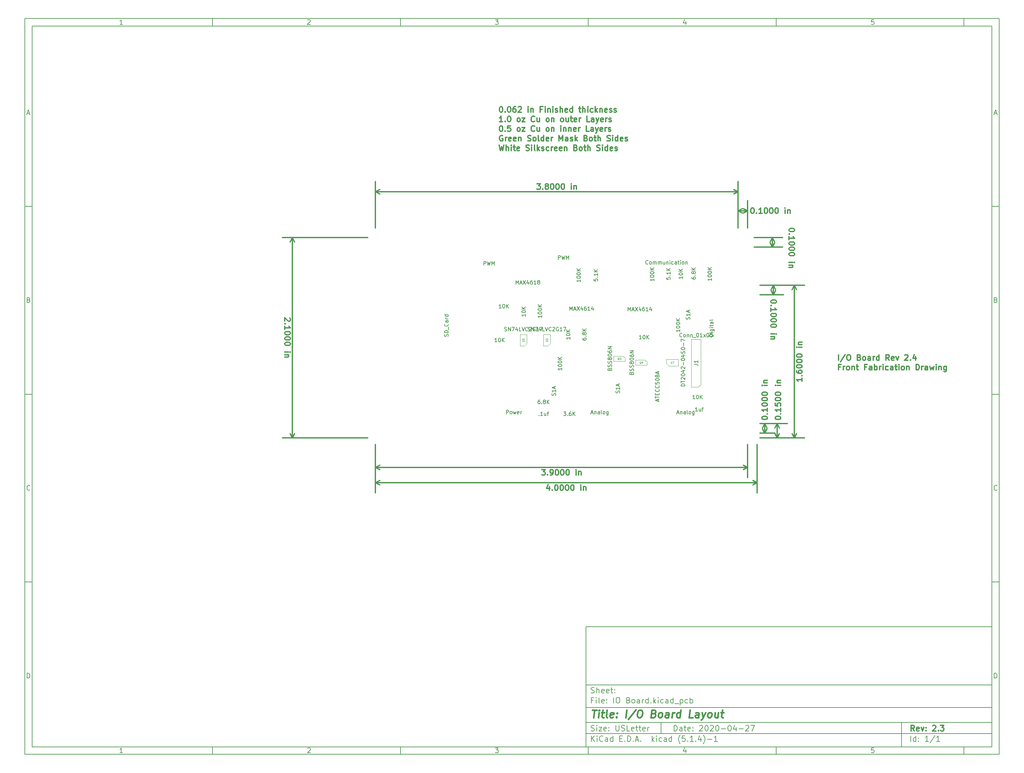
<source format=gbr>
G04 #@! TF.GenerationSoftware,KiCad,Pcbnew,(5.1.4)-1*
G04 #@! TF.CreationDate,2020-05-01T18:49:37-04:00*
G04 #@! TF.ProjectId,IO Board,494f2042-6f61-4726-942e-6b696361645f,2.3*
G04 #@! TF.SameCoordinates,Original*
G04 #@! TF.FileFunction,Other,Fab,Top*
%FSLAX46Y46*%
G04 Gerber Fmt 4.6, Leading zero omitted, Abs format (unit mm)*
G04 Created by KiCad (PCBNEW (5.1.4)-1) date 2020-05-01 18:49:37*
%MOMM*%
%LPD*%
G04 APERTURE LIST*
%ADD10C,0.100000*%
%ADD11C,0.150000*%
%ADD12C,0.300000*%
%ADD13C,0.400000*%
%ADD14C,0.075000*%
G04 APERTURE END LIST*
D10*
D11*
X159400000Y-171900000D02*
X159400000Y-203900000D01*
X267400000Y-203900000D01*
X267400000Y-171900000D01*
X159400000Y-171900000D01*
D10*
D11*
X10000000Y-10000000D02*
X10000000Y-205900000D01*
X269400000Y-205900000D01*
X269400000Y-10000000D01*
X10000000Y-10000000D01*
D10*
D11*
X12000000Y-12000000D02*
X12000000Y-203900000D01*
X267400000Y-203900000D01*
X267400000Y-12000000D01*
X12000000Y-12000000D01*
D10*
D11*
X60000000Y-12000000D02*
X60000000Y-10000000D01*
D10*
D11*
X110000000Y-12000000D02*
X110000000Y-10000000D01*
D10*
D11*
X160000000Y-12000000D02*
X160000000Y-10000000D01*
D10*
D11*
X210000000Y-12000000D02*
X210000000Y-10000000D01*
D10*
D11*
X260000000Y-12000000D02*
X260000000Y-10000000D01*
D10*
D11*
X36065476Y-11588095D02*
X35322619Y-11588095D01*
X35694047Y-11588095D02*
X35694047Y-10288095D01*
X35570238Y-10473809D01*
X35446428Y-10597619D01*
X35322619Y-10659523D01*
D10*
D11*
X85322619Y-10411904D02*
X85384523Y-10350000D01*
X85508333Y-10288095D01*
X85817857Y-10288095D01*
X85941666Y-10350000D01*
X86003571Y-10411904D01*
X86065476Y-10535714D01*
X86065476Y-10659523D01*
X86003571Y-10845238D01*
X85260714Y-11588095D01*
X86065476Y-11588095D01*
D10*
D11*
X135260714Y-10288095D02*
X136065476Y-10288095D01*
X135632142Y-10783333D01*
X135817857Y-10783333D01*
X135941666Y-10845238D01*
X136003571Y-10907142D01*
X136065476Y-11030952D01*
X136065476Y-11340476D01*
X136003571Y-11464285D01*
X135941666Y-11526190D01*
X135817857Y-11588095D01*
X135446428Y-11588095D01*
X135322619Y-11526190D01*
X135260714Y-11464285D01*
D10*
D11*
X185941666Y-10721428D02*
X185941666Y-11588095D01*
X185632142Y-10226190D02*
X185322619Y-11154761D01*
X186127380Y-11154761D01*
D10*
D11*
X236003571Y-10288095D02*
X235384523Y-10288095D01*
X235322619Y-10907142D01*
X235384523Y-10845238D01*
X235508333Y-10783333D01*
X235817857Y-10783333D01*
X235941666Y-10845238D01*
X236003571Y-10907142D01*
X236065476Y-11030952D01*
X236065476Y-11340476D01*
X236003571Y-11464285D01*
X235941666Y-11526190D01*
X235817857Y-11588095D01*
X235508333Y-11588095D01*
X235384523Y-11526190D01*
X235322619Y-11464285D01*
D10*
D11*
X60000000Y-203900000D02*
X60000000Y-205900000D01*
D10*
D11*
X110000000Y-203900000D02*
X110000000Y-205900000D01*
D10*
D11*
X160000000Y-203900000D02*
X160000000Y-205900000D01*
D10*
D11*
X210000000Y-203900000D02*
X210000000Y-205900000D01*
D10*
D11*
X260000000Y-203900000D02*
X260000000Y-205900000D01*
D10*
D11*
X36065476Y-205488095D02*
X35322619Y-205488095D01*
X35694047Y-205488095D02*
X35694047Y-204188095D01*
X35570238Y-204373809D01*
X35446428Y-204497619D01*
X35322619Y-204559523D01*
D10*
D11*
X85322619Y-204311904D02*
X85384523Y-204250000D01*
X85508333Y-204188095D01*
X85817857Y-204188095D01*
X85941666Y-204250000D01*
X86003571Y-204311904D01*
X86065476Y-204435714D01*
X86065476Y-204559523D01*
X86003571Y-204745238D01*
X85260714Y-205488095D01*
X86065476Y-205488095D01*
D10*
D11*
X135260714Y-204188095D02*
X136065476Y-204188095D01*
X135632142Y-204683333D01*
X135817857Y-204683333D01*
X135941666Y-204745238D01*
X136003571Y-204807142D01*
X136065476Y-204930952D01*
X136065476Y-205240476D01*
X136003571Y-205364285D01*
X135941666Y-205426190D01*
X135817857Y-205488095D01*
X135446428Y-205488095D01*
X135322619Y-205426190D01*
X135260714Y-205364285D01*
D10*
D11*
X185941666Y-204621428D02*
X185941666Y-205488095D01*
X185632142Y-204126190D02*
X185322619Y-205054761D01*
X186127380Y-205054761D01*
D10*
D11*
X236003571Y-204188095D02*
X235384523Y-204188095D01*
X235322619Y-204807142D01*
X235384523Y-204745238D01*
X235508333Y-204683333D01*
X235817857Y-204683333D01*
X235941666Y-204745238D01*
X236003571Y-204807142D01*
X236065476Y-204930952D01*
X236065476Y-205240476D01*
X236003571Y-205364285D01*
X235941666Y-205426190D01*
X235817857Y-205488095D01*
X235508333Y-205488095D01*
X235384523Y-205426190D01*
X235322619Y-205364285D01*
D10*
D11*
X10000000Y-60000000D02*
X12000000Y-60000000D01*
D10*
D11*
X10000000Y-110000000D02*
X12000000Y-110000000D01*
D10*
D11*
X10000000Y-160000000D02*
X12000000Y-160000000D01*
D10*
D11*
X10690476Y-35216666D02*
X11309523Y-35216666D01*
X10566666Y-35588095D02*
X11000000Y-34288095D01*
X11433333Y-35588095D01*
D10*
D11*
X11092857Y-84907142D02*
X11278571Y-84969047D01*
X11340476Y-85030952D01*
X11402380Y-85154761D01*
X11402380Y-85340476D01*
X11340476Y-85464285D01*
X11278571Y-85526190D01*
X11154761Y-85588095D01*
X10659523Y-85588095D01*
X10659523Y-84288095D01*
X11092857Y-84288095D01*
X11216666Y-84350000D01*
X11278571Y-84411904D01*
X11340476Y-84535714D01*
X11340476Y-84659523D01*
X11278571Y-84783333D01*
X11216666Y-84845238D01*
X11092857Y-84907142D01*
X10659523Y-84907142D01*
D10*
D11*
X11402380Y-135464285D02*
X11340476Y-135526190D01*
X11154761Y-135588095D01*
X11030952Y-135588095D01*
X10845238Y-135526190D01*
X10721428Y-135402380D01*
X10659523Y-135278571D01*
X10597619Y-135030952D01*
X10597619Y-134845238D01*
X10659523Y-134597619D01*
X10721428Y-134473809D01*
X10845238Y-134350000D01*
X11030952Y-134288095D01*
X11154761Y-134288095D01*
X11340476Y-134350000D01*
X11402380Y-134411904D01*
D10*
D11*
X10659523Y-185588095D02*
X10659523Y-184288095D01*
X10969047Y-184288095D01*
X11154761Y-184350000D01*
X11278571Y-184473809D01*
X11340476Y-184597619D01*
X11402380Y-184845238D01*
X11402380Y-185030952D01*
X11340476Y-185278571D01*
X11278571Y-185402380D01*
X11154761Y-185526190D01*
X10969047Y-185588095D01*
X10659523Y-185588095D01*
D10*
D11*
X269400000Y-60000000D02*
X267400000Y-60000000D01*
D10*
D11*
X269400000Y-110000000D02*
X267400000Y-110000000D01*
D10*
D11*
X269400000Y-160000000D02*
X267400000Y-160000000D01*
D10*
D11*
X268090476Y-35216666D02*
X268709523Y-35216666D01*
X267966666Y-35588095D02*
X268400000Y-34288095D01*
X268833333Y-35588095D01*
D10*
D11*
X268492857Y-84907142D02*
X268678571Y-84969047D01*
X268740476Y-85030952D01*
X268802380Y-85154761D01*
X268802380Y-85340476D01*
X268740476Y-85464285D01*
X268678571Y-85526190D01*
X268554761Y-85588095D01*
X268059523Y-85588095D01*
X268059523Y-84288095D01*
X268492857Y-84288095D01*
X268616666Y-84350000D01*
X268678571Y-84411904D01*
X268740476Y-84535714D01*
X268740476Y-84659523D01*
X268678571Y-84783333D01*
X268616666Y-84845238D01*
X268492857Y-84907142D01*
X268059523Y-84907142D01*
D10*
D11*
X268802380Y-135464285D02*
X268740476Y-135526190D01*
X268554761Y-135588095D01*
X268430952Y-135588095D01*
X268245238Y-135526190D01*
X268121428Y-135402380D01*
X268059523Y-135278571D01*
X267997619Y-135030952D01*
X267997619Y-134845238D01*
X268059523Y-134597619D01*
X268121428Y-134473809D01*
X268245238Y-134350000D01*
X268430952Y-134288095D01*
X268554761Y-134288095D01*
X268740476Y-134350000D01*
X268802380Y-134411904D01*
D10*
D11*
X268059523Y-185588095D02*
X268059523Y-184288095D01*
X268369047Y-184288095D01*
X268554761Y-184350000D01*
X268678571Y-184473809D01*
X268740476Y-184597619D01*
X268802380Y-184845238D01*
X268802380Y-185030952D01*
X268740476Y-185278571D01*
X268678571Y-185402380D01*
X268554761Y-185526190D01*
X268369047Y-185588095D01*
X268059523Y-185588095D01*
D10*
D11*
X182832142Y-199678571D02*
X182832142Y-198178571D01*
X183189285Y-198178571D01*
X183403571Y-198250000D01*
X183546428Y-198392857D01*
X183617857Y-198535714D01*
X183689285Y-198821428D01*
X183689285Y-199035714D01*
X183617857Y-199321428D01*
X183546428Y-199464285D01*
X183403571Y-199607142D01*
X183189285Y-199678571D01*
X182832142Y-199678571D01*
X184975000Y-199678571D02*
X184975000Y-198892857D01*
X184903571Y-198750000D01*
X184760714Y-198678571D01*
X184475000Y-198678571D01*
X184332142Y-198750000D01*
X184975000Y-199607142D02*
X184832142Y-199678571D01*
X184475000Y-199678571D01*
X184332142Y-199607142D01*
X184260714Y-199464285D01*
X184260714Y-199321428D01*
X184332142Y-199178571D01*
X184475000Y-199107142D01*
X184832142Y-199107142D01*
X184975000Y-199035714D01*
X185475000Y-198678571D02*
X186046428Y-198678571D01*
X185689285Y-198178571D02*
X185689285Y-199464285D01*
X185760714Y-199607142D01*
X185903571Y-199678571D01*
X186046428Y-199678571D01*
X187117857Y-199607142D02*
X186975000Y-199678571D01*
X186689285Y-199678571D01*
X186546428Y-199607142D01*
X186475000Y-199464285D01*
X186475000Y-198892857D01*
X186546428Y-198750000D01*
X186689285Y-198678571D01*
X186975000Y-198678571D01*
X187117857Y-198750000D01*
X187189285Y-198892857D01*
X187189285Y-199035714D01*
X186475000Y-199178571D01*
X187832142Y-199535714D02*
X187903571Y-199607142D01*
X187832142Y-199678571D01*
X187760714Y-199607142D01*
X187832142Y-199535714D01*
X187832142Y-199678571D01*
X187832142Y-198750000D02*
X187903571Y-198821428D01*
X187832142Y-198892857D01*
X187760714Y-198821428D01*
X187832142Y-198750000D01*
X187832142Y-198892857D01*
X189617857Y-198321428D02*
X189689285Y-198250000D01*
X189832142Y-198178571D01*
X190189285Y-198178571D01*
X190332142Y-198250000D01*
X190403571Y-198321428D01*
X190475000Y-198464285D01*
X190475000Y-198607142D01*
X190403571Y-198821428D01*
X189546428Y-199678571D01*
X190475000Y-199678571D01*
X191403571Y-198178571D02*
X191546428Y-198178571D01*
X191689285Y-198250000D01*
X191760714Y-198321428D01*
X191832142Y-198464285D01*
X191903571Y-198750000D01*
X191903571Y-199107142D01*
X191832142Y-199392857D01*
X191760714Y-199535714D01*
X191689285Y-199607142D01*
X191546428Y-199678571D01*
X191403571Y-199678571D01*
X191260714Y-199607142D01*
X191189285Y-199535714D01*
X191117857Y-199392857D01*
X191046428Y-199107142D01*
X191046428Y-198750000D01*
X191117857Y-198464285D01*
X191189285Y-198321428D01*
X191260714Y-198250000D01*
X191403571Y-198178571D01*
X192475000Y-198321428D02*
X192546428Y-198250000D01*
X192689285Y-198178571D01*
X193046428Y-198178571D01*
X193189285Y-198250000D01*
X193260714Y-198321428D01*
X193332142Y-198464285D01*
X193332142Y-198607142D01*
X193260714Y-198821428D01*
X192403571Y-199678571D01*
X193332142Y-199678571D01*
X194260714Y-198178571D02*
X194403571Y-198178571D01*
X194546428Y-198250000D01*
X194617857Y-198321428D01*
X194689285Y-198464285D01*
X194760714Y-198750000D01*
X194760714Y-199107142D01*
X194689285Y-199392857D01*
X194617857Y-199535714D01*
X194546428Y-199607142D01*
X194403571Y-199678571D01*
X194260714Y-199678571D01*
X194117857Y-199607142D01*
X194046428Y-199535714D01*
X193975000Y-199392857D01*
X193903571Y-199107142D01*
X193903571Y-198750000D01*
X193975000Y-198464285D01*
X194046428Y-198321428D01*
X194117857Y-198250000D01*
X194260714Y-198178571D01*
X195403571Y-199107142D02*
X196546428Y-199107142D01*
X197546428Y-198178571D02*
X197689285Y-198178571D01*
X197832142Y-198250000D01*
X197903571Y-198321428D01*
X197975000Y-198464285D01*
X198046428Y-198750000D01*
X198046428Y-199107142D01*
X197975000Y-199392857D01*
X197903571Y-199535714D01*
X197832142Y-199607142D01*
X197689285Y-199678571D01*
X197546428Y-199678571D01*
X197403571Y-199607142D01*
X197332142Y-199535714D01*
X197260714Y-199392857D01*
X197189285Y-199107142D01*
X197189285Y-198750000D01*
X197260714Y-198464285D01*
X197332142Y-198321428D01*
X197403571Y-198250000D01*
X197546428Y-198178571D01*
X199332142Y-198678571D02*
X199332142Y-199678571D01*
X198975000Y-198107142D02*
X198617857Y-199178571D01*
X199546428Y-199178571D01*
X200117857Y-199107142D02*
X201260714Y-199107142D01*
X201903571Y-198321428D02*
X201975000Y-198250000D01*
X202117857Y-198178571D01*
X202475000Y-198178571D01*
X202617857Y-198250000D01*
X202689285Y-198321428D01*
X202760714Y-198464285D01*
X202760714Y-198607142D01*
X202689285Y-198821428D01*
X201832142Y-199678571D01*
X202760714Y-199678571D01*
X203260714Y-198178571D02*
X204260714Y-198178571D01*
X203617857Y-199678571D01*
D10*
D11*
X159400000Y-200400000D02*
X267400000Y-200400000D01*
D10*
D11*
X160832142Y-202478571D02*
X160832142Y-200978571D01*
X161689285Y-202478571D02*
X161046428Y-201621428D01*
X161689285Y-200978571D02*
X160832142Y-201835714D01*
X162332142Y-202478571D02*
X162332142Y-201478571D01*
X162332142Y-200978571D02*
X162260714Y-201050000D01*
X162332142Y-201121428D01*
X162403571Y-201050000D01*
X162332142Y-200978571D01*
X162332142Y-201121428D01*
X163903571Y-202335714D02*
X163832142Y-202407142D01*
X163617857Y-202478571D01*
X163475000Y-202478571D01*
X163260714Y-202407142D01*
X163117857Y-202264285D01*
X163046428Y-202121428D01*
X162975000Y-201835714D01*
X162975000Y-201621428D01*
X163046428Y-201335714D01*
X163117857Y-201192857D01*
X163260714Y-201050000D01*
X163475000Y-200978571D01*
X163617857Y-200978571D01*
X163832142Y-201050000D01*
X163903571Y-201121428D01*
X165189285Y-202478571D02*
X165189285Y-201692857D01*
X165117857Y-201550000D01*
X164975000Y-201478571D01*
X164689285Y-201478571D01*
X164546428Y-201550000D01*
X165189285Y-202407142D02*
X165046428Y-202478571D01*
X164689285Y-202478571D01*
X164546428Y-202407142D01*
X164475000Y-202264285D01*
X164475000Y-202121428D01*
X164546428Y-201978571D01*
X164689285Y-201907142D01*
X165046428Y-201907142D01*
X165189285Y-201835714D01*
X166546428Y-202478571D02*
X166546428Y-200978571D01*
X166546428Y-202407142D02*
X166403571Y-202478571D01*
X166117857Y-202478571D01*
X165975000Y-202407142D01*
X165903571Y-202335714D01*
X165832142Y-202192857D01*
X165832142Y-201764285D01*
X165903571Y-201621428D01*
X165975000Y-201550000D01*
X166117857Y-201478571D01*
X166403571Y-201478571D01*
X166546428Y-201550000D01*
X168403571Y-201692857D02*
X168903571Y-201692857D01*
X169117857Y-202478571D02*
X168403571Y-202478571D01*
X168403571Y-200978571D01*
X169117857Y-200978571D01*
X169760714Y-202335714D02*
X169832142Y-202407142D01*
X169760714Y-202478571D01*
X169689285Y-202407142D01*
X169760714Y-202335714D01*
X169760714Y-202478571D01*
X170475000Y-202478571D02*
X170475000Y-200978571D01*
X170832142Y-200978571D01*
X171046428Y-201050000D01*
X171189285Y-201192857D01*
X171260714Y-201335714D01*
X171332142Y-201621428D01*
X171332142Y-201835714D01*
X171260714Y-202121428D01*
X171189285Y-202264285D01*
X171046428Y-202407142D01*
X170832142Y-202478571D01*
X170475000Y-202478571D01*
X171975000Y-202335714D02*
X172046428Y-202407142D01*
X171975000Y-202478571D01*
X171903571Y-202407142D01*
X171975000Y-202335714D01*
X171975000Y-202478571D01*
X172617857Y-202050000D02*
X173332142Y-202050000D01*
X172475000Y-202478571D02*
X172975000Y-200978571D01*
X173475000Y-202478571D01*
X173975000Y-202335714D02*
X174046428Y-202407142D01*
X173975000Y-202478571D01*
X173903571Y-202407142D01*
X173975000Y-202335714D01*
X173975000Y-202478571D01*
X176975000Y-202478571D02*
X176975000Y-200978571D01*
X177117857Y-201907142D02*
X177546428Y-202478571D01*
X177546428Y-201478571D02*
X176975000Y-202050000D01*
X178189285Y-202478571D02*
X178189285Y-201478571D01*
X178189285Y-200978571D02*
X178117857Y-201050000D01*
X178189285Y-201121428D01*
X178260714Y-201050000D01*
X178189285Y-200978571D01*
X178189285Y-201121428D01*
X179546428Y-202407142D02*
X179403571Y-202478571D01*
X179117857Y-202478571D01*
X178975000Y-202407142D01*
X178903571Y-202335714D01*
X178832142Y-202192857D01*
X178832142Y-201764285D01*
X178903571Y-201621428D01*
X178975000Y-201550000D01*
X179117857Y-201478571D01*
X179403571Y-201478571D01*
X179546428Y-201550000D01*
X180832142Y-202478571D02*
X180832142Y-201692857D01*
X180760714Y-201550000D01*
X180617857Y-201478571D01*
X180332142Y-201478571D01*
X180189285Y-201550000D01*
X180832142Y-202407142D02*
X180689285Y-202478571D01*
X180332142Y-202478571D01*
X180189285Y-202407142D01*
X180117857Y-202264285D01*
X180117857Y-202121428D01*
X180189285Y-201978571D01*
X180332142Y-201907142D01*
X180689285Y-201907142D01*
X180832142Y-201835714D01*
X182189285Y-202478571D02*
X182189285Y-200978571D01*
X182189285Y-202407142D02*
X182046428Y-202478571D01*
X181760714Y-202478571D01*
X181617857Y-202407142D01*
X181546428Y-202335714D01*
X181475000Y-202192857D01*
X181475000Y-201764285D01*
X181546428Y-201621428D01*
X181617857Y-201550000D01*
X181760714Y-201478571D01*
X182046428Y-201478571D01*
X182189285Y-201550000D01*
X184475000Y-203050000D02*
X184403571Y-202978571D01*
X184260714Y-202764285D01*
X184189285Y-202621428D01*
X184117857Y-202407142D01*
X184046428Y-202050000D01*
X184046428Y-201764285D01*
X184117857Y-201407142D01*
X184189285Y-201192857D01*
X184260714Y-201050000D01*
X184403571Y-200835714D01*
X184475000Y-200764285D01*
X185760714Y-200978571D02*
X185046428Y-200978571D01*
X184975000Y-201692857D01*
X185046428Y-201621428D01*
X185189285Y-201550000D01*
X185546428Y-201550000D01*
X185689285Y-201621428D01*
X185760714Y-201692857D01*
X185832142Y-201835714D01*
X185832142Y-202192857D01*
X185760714Y-202335714D01*
X185689285Y-202407142D01*
X185546428Y-202478571D01*
X185189285Y-202478571D01*
X185046428Y-202407142D01*
X184975000Y-202335714D01*
X186475000Y-202335714D02*
X186546428Y-202407142D01*
X186475000Y-202478571D01*
X186403571Y-202407142D01*
X186475000Y-202335714D01*
X186475000Y-202478571D01*
X187975000Y-202478571D02*
X187117857Y-202478571D01*
X187546428Y-202478571D02*
X187546428Y-200978571D01*
X187403571Y-201192857D01*
X187260714Y-201335714D01*
X187117857Y-201407142D01*
X188617857Y-202335714D02*
X188689285Y-202407142D01*
X188617857Y-202478571D01*
X188546428Y-202407142D01*
X188617857Y-202335714D01*
X188617857Y-202478571D01*
X189975000Y-201478571D02*
X189975000Y-202478571D01*
X189617857Y-200907142D02*
X189260714Y-201978571D01*
X190189285Y-201978571D01*
X190617857Y-203050000D02*
X190689285Y-202978571D01*
X190832142Y-202764285D01*
X190903571Y-202621428D01*
X190975000Y-202407142D01*
X191046428Y-202050000D01*
X191046428Y-201764285D01*
X190975000Y-201407142D01*
X190903571Y-201192857D01*
X190832142Y-201050000D01*
X190689285Y-200835714D01*
X190617857Y-200764285D01*
X191760714Y-201907142D02*
X192903571Y-201907142D01*
X194403571Y-202478571D02*
X193546428Y-202478571D01*
X193975000Y-202478571D02*
X193975000Y-200978571D01*
X193832142Y-201192857D01*
X193689285Y-201335714D01*
X193546428Y-201407142D01*
D10*
D11*
X159400000Y-197400000D02*
X267400000Y-197400000D01*
D10*
D12*
X246809285Y-199678571D02*
X246309285Y-198964285D01*
X245952142Y-199678571D02*
X245952142Y-198178571D01*
X246523571Y-198178571D01*
X246666428Y-198250000D01*
X246737857Y-198321428D01*
X246809285Y-198464285D01*
X246809285Y-198678571D01*
X246737857Y-198821428D01*
X246666428Y-198892857D01*
X246523571Y-198964285D01*
X245952142Y-198964285D01*
X248023571Y-199607142D02*
X247880714Y-199678571D01*
X247595000Y-199678571D01*
X247452142Y-199607142D01*
X247380714Y-199464285D01*
X247380714Y-198892857D01*
X247452142Y-198750000D01*
X247595000Y-198678571D01*
X247880714Y-198678571D01*
X248023571Y-198750000D01*
X248095000Y-198892857D01*
X248095000Y-199035714D01*
X247380714Y-199178571D01*
X248595000Y-198678571D02*
X248952142Y-199678571D01*
X249309285Y-198678571D01*
X249880714Y-199535714D02*
X249952142Y-199607142D01*
X249880714Y-199678571D01*
X249809285Y-199607142D01*
X249880714Y-199535714D01*
X249880714Y-199678571D01*
X249880714Y-198750000D02*
X249952142Y-198821428D01*
X249880714Y-198892857D01*
X249809285Y-198821428D01*
X249880714Y-198750000D01*
X249880714Y-198892857D01*
X251666428Y-198321428D02*
X251737857Y-198250000D01*
X251880714Y-198178571D01*
X252237857Y-198178571D01*
X252380714Y-198250000D01*
X252452142Y-198321428D01*
X252523571Y-198464285D01*
X252523571Y-198607142D01*
X252452142Y-198821428D01*
X251595000Y-199678571D01*
X252523571Y-199678571D01*
X253166428Y-199535714D02*
X253237857Y-199607142D01*
X253166428Y-199678571D01*
X253095000Y-199607142D01*
X253166428Y-199535714D01*
X253166428Y-199678571D01*
X253737857Y-198178571D02*
X254666428Y-198178571D01*
X254166428Y-198750000D01*
X254380714Y-198750000D01*
X254523571Y-198821428D01*
X254595000Y-198892857D01*
X254666428Y-199035714D01*
X254666428Y-199392857D01*
X254595000Y-199535714D01*
X254523571Y-199607142D01*
X254380714Y-199678571D01*
X253952142Y-199678571D01*
X253809285Y-199607142D01*
X253737857Y-199535714D01*
D10*
D11*
X160760714Y-199607142D02*
X160975000Y-199678571D01*
X161332142Y-199678571D01*
X161475000Y-199607142D01*
X161546428Y-199535714D01*
X161617857Y-199392857D01*
X161617857Y-199250000D01*
X161546428Y-199107142D01*
X161475000Y-199035714D01*
X161332142Y-198964285D01*
X161046428Y-198892857D01*
X160903571Y-198821428D01*
X160832142Y-198750000D01*
X160760714Y-198607142D01*
X160760714Y-198464285D01*
X160832142Y-198321428D01*
X160903571Y-198250000D01*
X161046428Y-198178571D01*
X161403571Y-198178571D01*
X161617857Y-198250000D01*
X162260714Y-199678571D02*
X162260714Y-198678571D01*
X162260714Y-198178571D02*
X162189285Y-198250000D01*
X162260714Y-198321428D01*
X162332142Y-198250000D01*
X162260714Y-198178571D01*
X162260714Y-198321428D01*
X162832142Y-198678571D02*
X163617857Y-198678571D01*
X162832142Y-199678571D01*
X163617857Y-199678571D01*
X164760714Y-199607142D02*
X164617857Y-199678571D01*
X164332142Y-199678571D01*
X164189285Y-199607142D01*
X164117857Y-199464285D01*
X164117857Y-198892857D01*
X164189285Y-198750000D01*
X164332142Y-198678571D01*
X164617857Y-198678571D01*
X164760714Y-198750000D01*
X164832142Y-198892857D01*
X164832142Y-199035714D01*
X164117857Y-199178571D01*
X165475000Y-199535714D02*
X165546428Y-199607142D01*
X165475000Y-199678571D01*
X165403571Y-199607142D01*
X165475000Y-199535714D01*
X165475000Y-199678571D01*
X165475000Y-198750000D02*
X165546428Y-198821428D01*
X165475000Y-198892857D01*
X165403571Y-198821428D01*
X165475000Y-198750000D01*
X165475000Y-198892857D01*
X167332142Y-198178571D02*
X167332142Y-199392857D01*
X167403571Y-199535714D01*
X167475000Y-199607142D01*
X167617857Y-199678571D01*
X167903571Y-199678571D01*
X168046428Y-199607142D01*
X168117857Y-199535714D01*
X168189285Y-199392857D01*
X168189285Y-198178571D01*
X168832142Y-199607142D02*
X169046428Y-199678571D01*
X169403571Y-199678571D01*
X169546428Y-199607142D01*
X169617857Y-199535714D01*
X169689285Y-199392857D01*
X169689285Y-199250000D01*
X169617857Y-199107142D01*
X169546428Y-199035714D01*
X169403571Y-198964285D01*
X169117857Y-198892857D01*
X168975000Y-198821428D01*
X168903571Y-198750000D01*
X168832142Y-198607142D01*
X168832142Y-198464285D01*
X168903571Y-198321428D01*
X168975000Y-198250000D01*
X169117857Y-198178571D01*
X169475000Y-198178571D01*
X169689285Y-198250000D01*
X171046428Y-199678571D02*
X170332142Y-199678571D01*
X170332142Y-198178571D01*
X172117857Y-199607142D02*
X171975000Y-199678571D01*
X171689285Y-199678571D01*
X171546428Y-199607142D01*
X171475000Y-199464285D01*
X171475000Y-198892857D01*
X171546428Y-198750000D01*
X171689285Y-198678571D01*
X171975000Y-198678571D01*
X172117857Y-198750000D01*
X172189285Y-198892857D01*
X172189285Y-199035714D01*
X171475000Y-199178571D01*
X172617857Y-198678571D02*
X173189285Y-198678571D01*
X172832142Y-198178571D02*
X172832142Y-199464285D01*
X172903571Y-199607142D01*
X173046428Y-199678571D01*
X173189285Y-199678571D01*
X173475000Y-198678571D02*
X174046428Y-198678571D01*
X173689285Y-198178571D02*
X173689285Y-199464285D01*
X173760714Y-199607142D01*
X173903571Y-199678571D01*
X174046428Y-199678571D01*
X175117857Y-199607142D02*
X174975000Y-199678571D01*
X174689285Y-199678571D01*
X174546428Y-199607142D01*
X174475000Y-199464285D01*
X174475000Y-198892857D01*
X174546428Y-198750000D01*
X174689285Y-198678571D01*
X174975000Y-198678571D01*
X175117857Y-198750000D01*
X175189285Y-198892857D01*
X175189285Y-199035714D01*
X174475000Y-199178571D01*
X175832142Y-199678571D02*
X175832142Y-198678571D01*
X175832142Y-198964285D02*
X175903571Y-198821428D01*
X175975000Y-198750000D01*
X176117857Y-198678571D01*
X176260714Y-198678571D01*
D10*
D11*
X245832142Y-202478571D02*
X245832142Y-200978571D01*
X247189285Y-202478571D02*
X247189285Y-200978571D01*
X247189285Y-202407142D02*
X247046428Y-202478571D01*
X246760714Y-202478571D01*
X246617857Y-202407142D01*
X246546428Y-202335714D01*
X246475000Y-202192857D01*
X246475000Y-201764285D01*
X246546428Y-201621428D01*
X246617857Y-201550000D01*
X246760714Y-201478571D01*
X247046428Y-201478571D01*
X247189285Y-201550000D01*
X247903571Y-202335714D02*
X247975000Y-202407142D01*
X247903571Y-202478571D01*
X247832142Y-202407142D01*
X247903571Y-202335714D01*
X247903571Y-202478571D01*
X247903571Y-201550000D02*
X247975000Y-201621428D01*
X247903571Y-201692857D01*
X247832142Y-201621428D01*
X247903571Y-201550000D01*
X247903571Y-201692857D01*
X250546428Y-202478571D02*
X249689285Y-202478571D01*
X250117857Y-202478571D02*
X250117857Y-200978571D01*
X249975000Y-201192857D01*
X249832142Y-201335714D01*
X249689285Y-201407142D01*
X252260714Y-200907142D02*
X250975000Y-202835714D01*
X253546428Y-202478571D02*
X252689285Y-202478571D01*
X253117857Y-202478571D02*
X253117857Y-200978571D01*
X252975000Y-201192857D01*
X252832142Y-201335714D01*
X252689285Y-201407142D01*
D10*
D11*
X159400000Y-193400000D02*
X267400000Y-193400000D01*
D10*
D13*
X161112380Y-194104761D02*
X162255238Y-194104761D01*
X161433809Y-196104761D02*
X161683809Y-194104761D01*
X162671904Y-196104761D02*
X162838571Y-194771428D01*
X162921904Y-194104761D02*
X162814761Y-194200000D01*
X162898095Y-194295238D01*
X163005238Y-194200000D01*
X162921904Y-194104761D01*
X162898095Y-194295238D01*
X163505238Y-194771428D02*
X164267142Y-194771428D01*
X163874285Y-194104761D02*
X163660000Y-195819047D01*
X163731428Y-196009523D01*
X163910000Y-196104761D01*
X164100476Y-196104761D01*
X165052857Y-196104761D02*
X164874285Y-196009523D01*
X164802857Y-195819047D01*
X165017142Y-194104761D01*
X166588571Y-196009523D02*
X166386190Y-196104761D01*
X166005238Y-196104761D01*
X165826666Y-196009523D01*
X165755238Y-195819047D01*
X165850476Y-195057142D01*
X165969523Y-194866666D01*
X166171904Y-194771428D01*
X166552857Y-194771428D01*
X166731428Y-194866666D01*
X166802857Y-195057142D01*
X166779047Y-195247619D01*
X165802857Y-195438095D01*
X167552857Y-195914285D02*
X167636190Y-196009523D01*
X167529047Y-196104761D01*
X167445714Y-196009523D01*
X167552857Y-195914285D01*
X167529047Y-196104761D01*
X167683809Y-194866666D02*
X167767142Y-194961904D01*
X167660000Y-195057142D01*
X167576666Y-194961904D01*
X167683809Y-194866666D01*
X167660000Y-195057142D01*
X170005238Y-196104761D02*
X170255238Y-194104761D01*
X172648095Y-194009523D02*
X170612380Y-196580952D01*
X173683809Y-194104761D02*
X174064761Y-194104761D01*
X174243333Y-194200000D01*
X174410000Y-194390476D01*
X174457619Y-194771428D01*
X174374285Y-195438095D01*
X174231428Y-195819047D01*
X174017142Y-196009523D01*
X173814761Y-196104761D01*
X173433809Y-196104761D01*
X173255238Y-196009523D01*
X173088571Y-195819047D01*
X173040952Y-195438095D01*
X173124285Y-194771428D01*
X173267142Y-194390476D01*
X173481428Y-194200000D01*
X173683809Y-194104761D01*
X177469523Y-195057142D02*
X177743333Y-195152380D01*
X177826666Y-195247619D01*
X177898095Y-195438095D01*
X177862380Y-195723809D01*
X177743333Y-195914285D01*
X177636190Y-196009523D01*
X177433809Y-196104761D01*
X176671904Y-196104761D01*
X176921904Y-194104761D01*
X177588571Y-194104761D01*
X177767142Y-194200000D01*
X177850476Y-194295238D01*
X177921904Y-194485714D01*
X177898095Y-194676190D01*
X177779047Y-194866666D01*
X177671904Y-194961904D01*
X177469523Y-195057142D01*
X176802857Y-195057142D01*
X178957619Y-196104761D02*
X178779047Y-196009523D01*
X178695714Y-195914285D01*
X178624285Y-195723809D01*
X178695714Y-195152380D01*
X178814761Y-194961904D01*
X178921904Y-194866666D01*
X179124285Y-194771428D01*
X179410000Y-194771428D01*
X179588571Y-194866666D01*
X179671904Y-194961904D01*
X179743333Y-195152380D01*
X179671904Y-195723809D01*
X179552857Y-195914285D01*
X179445714Y-196009523D01*
X179243333Y-196104761D01*
X178957619Y-196104761D01*
X181338571Y-196104761D02*
X181469523Y-195057142D01*
X181398095Y-194866666D01*
X181219523Y-194771428D01*
X180838571Y-194771428D01*
X180636190Y-194866666D01*
X181350476Y-196009523D02*
X181148095Y-196104761D01*
X180671904Y-196104761D01*
X180493333Y-196009523D01*
X180421904Y-195819047D01*
X180445714Y-195628571D01*
X180564761Y-195438095D01*
X180767142Y-195342857D01*
X181243333Y-195342857D01*
X181445714Y-195247619D01*
X182290952Y-196104761D02*
X182457619Y-194771428D01*
X182410000Y-195152380D02*
X182529047Y-194961904D01*
X182636190Y-194866666D01*
X182838571Y-194771428D01*
X183029047Y-194771428D01*
X184386190Y-196104761D02*
X184636190Y-194104761D01*
X184398095Y-196009523D02*
X184195714Y-196104761D01*
X183814761Y-196104761D01*
X183636190Y-196009523D01*
X183552857Y-195914285D01*
X183481428Y-195723809D01*
X183552857Y-195152380D01*
X183671904Y-194961904D01*
X183779047Y-194866666D01*
X183981428Y-194771428D01*
X184362380Y-194771428D01*
X184540952Y-194866666D01*
X187814761Y-196104761D02*
X186862380Y-196104761D01*
X187112380Y-194104761D01*
X189338571Y-196104761D02*
X189469523Y-195057142D01*
X189398095Y-194866666D01*
X189219523Y-194771428D01*
X188838571Y-194771428D01*
X188636190Y-194866666D01*
X189350476Y-196009523D02*
X189148095Y-196104761D01*
X188671904Y-196104761D01*
X188493333Y-196009523D01*
X188421904Y-195819047D01*
X188445714Y-195628571D01*
X188564761Y-195438095D01*
X188767142Y-195342857D01*
X189243333Y-195342857D01*
X189445714Y-195247619D01*
X190267142Y-194771428D02*
X190576666Y-196104761D01*
X191219523Y-194771428D02*
X190576666Y-196104761D01*
X190326666Y-196580952D01*
X190219523Y-196676190D01*
X190017142Y-196771428D01*
X192100476Y-196104761D02*
X191921904Y-196009523D01*
X191838571Y-195914285D01*
X191767142Y-195723809D01*
X191838571Y-195152380D01*
X191957619Y-194961904D01*
X192064761Y-194866666D01*
X192267142Y-194771428D01*
X192552857Y-194771428D01*
X192731428Y-194866666D01*
X192814761Y-194961904D01*
X192886190Y-195152380D01*
X192814761Y-195723809D01*
X192695714Y-195914285D01*
X192588571Y-196009523D01*
X192386190Y-196104761D01*
X192100476Y-196104761D01*
X194648095Y-194771428D02*
X194481428Y-196104761D01*
X193790952Y-194771428D02*
X193660000Y-195819047D01*
X193731428Y-196009523D01*
X193910000Y-196104761D01*
X194195714Y-196104761D01*
X194398095Y-196009523D01*
X194505238Y-195914285D01*
X195314761Y-194771428D02*
X196076666Y-194771428D01*
X195683809Y-194104761D02*
X195469523Y-195819047D01*
X195540952Y-196009523D01*
X195719523Y-196104761D01*
X195910000Y-196104761D01*
D10*
D11*
X161332142Y-191492857D02*
X160832142Y-191492857D01*
X160832142Y-192278571D02*
X160832142Y-190778571D01*
X161546428Y-190778571D01*
X162117857Y-192278571D02*
X162117857Y-191278571D01*
X162117857Y-190778571D02*
X162046428Y-190850000D01*
X162117857Y-190921428D01*
X162189285Y-190850000D01*
X162117857Y-190778571D01*
X162117857Y-190921428D01*
X163046428Y-192278571D02*
X162903571Y-192207142D01*
X162832142Y-192064285D01*
X162832142Y-190778571D01*
X164189285Y-192207142D02*
X164046428Y-192278571D01*
X163760714Y-192278571D01*
X163617857Y-192207142D01*
X163546428Y-192064285D01*
X163546428Y-191492857D01*
X163617857Y-191350000D01*
X163760714Y-191278571D01*
X164046428Y-191278571D01*
X164189285Y-191350000D01*
X164260714Y-191492857D01*
X164260714Y-191635714D01*
X163546428Y-191778571D01*
X164903571Y-192135714D02*
X164975000Y-192207142D01*
X164903571Y-192278571D01*
X164832142Y-192207142D01*
X164903571Y-192135714D01*
X164903571Y-192278571D01*
X164903571Y-191350000D02*
X164975000Y-191421428D01*
X164903571Y-191492857D01*
X164832142Y-191421428D01*
X164903571Y-191350000D01*
X164903571Y-191492857D01*
X166760714Y-192278571D02*
X166760714Y-190778571D01*
X167760714Y-190778571D02*
X168046428Y-190778571D01*
X168189285Y-190850000D01*
X168332142Y-190992857D01*
X168403571Y-191278571D01*
X168403571Y-191778571D01*
X168332142Y-192064285D01*
X168189285Y-192207142D01*
X168046428Y-192278571D01*
X167760714Y-192278571D01*
X167617857Y-192207142D01*
X167475000Y-192064285D01*
X167403571Y-191778571D01*
X167403571Y-191278571D01*
X167475000Y-190992857D01*
X167617857Y-190850000D01*
X167760714Y-190778571D01*
X170689285Y-191492857D02*
X170903571Y-191564285D01*
X170975000Y-191635714D01*
X171046428Y-191778571D01*
X171046428Y-191992857D01*
X170975000Y-192135714D01*
X170903571Y-192207142D01*
X170760714Y-192278571D01*
X170189285Y-192278571D01*
X170189285Y-190778571D01*
X170689285Y-190778571D01*
X170832142Y-190850000D01*
X170903571Y-190921428D01*
X170975000Y-191064285D01*
X170975000Y-191207142D01*
X170903571Y-191350000D01*
X170832142Y-191421428D01*
X170689285Y-191492857D01*
X170189285Y-191492857D01*
X171903571Y-192278571D02*
X171760714Y-192207142D01*
X171689285Y-192135714D01*
X171617857Y-191992857D01*
X171617857Y-191564285D01*
X171689285Y-191421428D01*
X171760714Y-191350000D01*
X171903571Y-191278571D01*
X172117857Y-191278571D01*
X172260714Y-191350000D01*
X172332142Y-191421428D01*
X172403571Y-191564285D01*
X172403571Y-191992857D01*
X172332142Y-192135714D01*
X172260714Y-192207142D01*
X172117857Y-192278571D01*
X171903571Y-192278571D01*
X173689285Y-192278571D02*
X173689285Y-191492857D01*
X173617857Y-191350000D01*
X173475000Y-191278571D01*
X173189285Y-191278571D01*
X173046428Y-191350000D01*
X173689285Y-192207142D02*
X173546428Y-192278571D01*
X173189285Y-192278571D01*
X173046428Y-192207142D01*
X172975000Y-192064285D01*
X172975000Y-191921428D01*
X173046428Y-191778571D01*
X173189285Y-191707142D01*
X173546428Y-191707142D01*
X173689285Y-191635714D01*
X174403571Y-192278571D02*
X174403571Y-191278571D01*
X174403571Y-191564285D02*
X174475000Y-191421428D01*
X174546428Y-191350000D01*
X174689285Y-191278571D01*
X174832142Y-191278571D01*
X175975000Y-192278571D02*
X175975000Y-190778571D01*
X175975000Y-192207142D02*
X175832142Y-192278571D01*
X175546428Y-192278571D01*
X175403571Y-192207142D01*
X175332142Y-192135714D01*
X175260714Y-191992857D01*
X175260714Y-191564285D01*
X175332142Y-191421428D01*
X175403571Y-191350000D01*
X175546428Y-191278571D01*
X175832142Y-191278571D01*
X175975000Y-191350000D01*
X176689285Y-192135714D02*
X176760714Y-192207142D01*
X176689285Y-192278571D01*
X176617857Y-192207142D01*
X176689285Y-192135714D01*
X176689285Y-192278571D01*
X177403571Y-192278571D02*
X177403571Y-190778571D01*
X177546428Y-191707142D02*
X177975000Y-192278571D01*
X177975000Y-191278571D02*
X177403571Y-191850000D01*
X178617857Y-192278571D02*
X178617857Y-191278571D01*
X178617857Y-190778571D02*
X178546428Y-190850000D01*
X178617857Y-190921428D01*
X178689285Y-190850000D01*
X178617857Y-190778571D01*
X178617857Y-190921428D01*
X179975000Y-192207142D02*
X179832142Y-192278571D01*
X179546428Y-192278571D01*
X179403571Y-192207142D01*
X179332142Y-192135714D01*
X179260714Y-191992857D01*
X179260714Y-191564285D01*
X179332142Y-191421428D01*
X179403571Y-191350000D01*
X179546428Y-191278571D01*
X179832142Y-191278571D01*
X179975000Y-191350000D01*
X181260714Y-192278571D02*
X181260714Y-191492857D01*
X181189285Y-191350000D01*
X181046428Y-191278571D01*
X180760714Y-191278571D01*
X180617857Y-191350000D01*
X181260714Y-192207142D02*
X181117857Y-192278571D01*
X180760714Y-192278571D01*
X180617857Y-192207142D01*
X180546428Y-192064285D01*
X180546428Y-191921428D01*
X180617857Y-191778571D01*
X180760714Y-191707142D01*
X181117857Y-191707142D01*
X181260714Y-191635714D01*
X182617857Y-192278571D02*
X182617857Y-190778571D01*
X182617857Y-192207142D02*
X182475000Y-192278571D01*
X182189285Y-192278571D01*
X182046428Y-192207142D01*
X181975000Y-192135714D01*
X181903571Y-191992857D01*
X181903571Y-191564285D01*
X181975000Y-191421428D01*
X182046428Y-191350000D01*
X182189285Y-191278571D01*
X182475000Y-191278571D01*
X182617857Y-191350000D01*
X182975000Y-192421428D02*
X184117857Y-192421428D01*
X184475000Y-191278571D02*
X184475000Y-192778571D01*
X184475000Y-191350000D02*
X184617857Y-191278571D01*
X184903571Y-191278571D01*
X185046428Y-191350000D01*
X185117857Y-191421428D01*
X185189285Y-191564285D01*
X185189285Y-191992857D01*
X185117857Y-192135714D01*
X185046428Y-192207142D01*
X184903571Y-192278571D01*
X184617857Y-192278571D01*
X184475000Y-192207142D01*
X186475000Y-192207142D02*
X186332142Y-192278571D01*
X186046428Y-192278571D01*
X185903571Y-192207142D01*
X185832142Y-192135714D01*
X185760714Y-191992857D01*
X185760714Y-191564285D01*
X185832142Y-191421428D01*
X185903571Y-191350000D01*
X186046428Y-191278571D01*
X186332142Y-191278571D01*
X186475000Y-191350000D01*
X187117857Y-192278571D02*
X187117857Y-190778571D01*
X187117857Y-191350000D02*
X187260714Y-191278571D01*
X187546428Y-191278571D01*
X187689285Y-191350000D01*
X187760714Y-191421428D01*
X187832142Y-191564285D01*
X187832142Y-191992857D01*
X187760714Y-192135714D01*
X187689285Y-192207142D01*
X187546428Y-192278571D01*
X187260714Y-192278571D01*
X187117857Y-192207142D01*
D10*
D11*
X159400000Y-187400000D02*
X267400000Y-187400000D01*
D10*
D11*
X160760714Y-189507142D02*
X160975000Y-189578571D01*
X161332142Y-189578571D01*
X161475000Y-189507142D01*
X161546428Y-189435714D01*
X161617857Y-189292857D01*
X161617857Y-189150000D01*
X161546428Y-189007142D01*
X161475000Y-188935714D01*
X161332142Y-188864285D01*
X161046428Y-188792857D01*
X160903571Y-188721428D01*
X160832142Y-188650000D01*
X160760714Y-188507142D01*
X160760714Y-188364285D01*
X160832142Y-188221428D01*
X160903571Y-188150000D01*
X161046428Y-188078571D01*
X161403571Y-188078571D01*
X161617857Y-188150000D01*
X162260714Y-189578571D02*
X162260714Y-188078571D01*
X162903571Y-189578571D02*
X162903571Y-188792857D01*
X162832142Y-188650000D01*
X162689285Y-188578571D01*
X162475000Y-188578571D01*
X162332142Y-188650000D01*
X162260714Y-188721428D01*
X164189285Y-189507142D02*
X164046428Y-189578571D01*
X163760714Y-189578571D01*
X163617857Y-189507142D01*
X163546428Y-189364285D01*
X163546428Y-188792857D01*
X163617857Y-188650000D01*
X163760714Y-188578571D01*
X164046428Y-188578571D01*
X164189285Y-188650000D01*
X164260714Y-188792857D01*
X164260714Y-188935714D01*
X163546428Y-189078571D01*
X165475000Y-189507142D02*
X165332142Y-189578571D01*
X165046428Y-189578571D01*
X164903571Y-189507142D01*
X164832142Y-189364285D01*
X164832142Y-188792857D01*
X164903571Y-188650000D01*
X165046428Y-188578571D01*
X165332142Y-188578571D01*
X165475000Y-188650000D01*
X165546428Y-188792857D01*
X165546428Y-188935714D01*
X164832142Y-189078571D01*
X165975000Y-188578571D02*
X166546428Y-188578571D01*
X166189285Y-188078571D02*
X166189285Y-189364285D01*
X166260714Y-189507142D01*
X166403571Y-189578571D01*
X166546428Y-189578571D01*
X167046428Y-189435714D02*
X167117857Y-189507142D01*
X167046428Y-189578571D01*
X166975000Y-189507142D01*
X167046428Y-189435714D01*
X167046428Y-189578571D01*
X167046428Y-188650000D02*
X167117857Y-188721428D01*
X167046428Y-188792857D01*
X166975000Y-188721428D01*
X167046428Y-188650000D01*
X167046428Y-188792857D01*
D10*
D11*
X179400000Y-197400000D02*
X179400000Y-200400000D01*
D10*
D11*
X243400000Y-197400000D02*
X243400000Y-203900000D01*
D12*
X136727857Y-33443571D02*
X136870714Y-33443571D01*
X137013571Y-33515000D01*
X137085000Y-33586428D01*
X137156428Y-33729285D01*
X137227857Y-34015000D01*
X137227857Y-34372142D01*
X137156428Y-34657857D01*
X137085000Y-34800714D01*
X137013571Y-34872142D01*
X136870714Y-34943571D01*
X136727857Y-34943571D01*
X136585000Y-34872142D01*
X136513571Y-34800714D01*
X136442142Y-34657857D01*
X136370714Y-34372142D01*
X136370714Y-34015000D01*
X136442142Y-33729285D01*
X136513571Y-33586428D01*
X136585000Y-33515000D01*
X136727857Y-33443571D01*
X137870714Y-34800714D02*
X137942142Y-34872142D01*
X137870714Y-34943571D01*
X137799285Y-34872142D01*
X137870714Y-34800714D01*
X137870714Y-34943571D01*
X138870714Y-33443571D02*
X139013571Y-33443571D01*
X139156428Y-33515000D01*
X139227857Y-33586428D01*
X139299285Y-33729285D01*
X139370714Y-34015000D01*
X139370714Y-34372142D01*
X139299285Y-34657857D01*
X139227857Y-34800714D01*
X139156428Y-34872142D01*
X139013571Y-34943571D01*
X138870714Y-34943571D01*
X138727857Y-34872142D01*
X138656428Y-34800714D01*
X138585000Y-34657857D01*
X138513571Y-34372142D01*
X138513571Y-34015000D01*
X138585000Y-33729285D01*
X138656428Y-33586428D01*
X138727857Y-33515000D01*
X138870714Y-33443571D01*
X140656428Y-33443571D02*
X140370714Y-33443571D01*
X140227857Y-33515000D01*
X140156428Y-33586428D01*
X140013571Y-33800714D01*
X139942142Y-34086428D01*
X139942142Y-34657857D01*
X140013571Y-34800714D01*
X140085000Y-34872142D01*
X140227857Y-34943571D01*
X140513571Y-34943571D01*
X140656428Y-34872142D01*
X140727857Y-34800714D01*
X140799285Y-34657857D01*
X140799285Y-34300714D01*
X140727857Y-34157857D01*
X140656428Y-34086428D01*
X140513571Y-34015000D01*
X140227857Y-34015000D01*
X140085000Y-34086428D01*
X140013571Y-34157857D01*
X139942142Y-34300714D01*
X141370714Y-33586428D02*
X141442142Y-33515000D01*
X141585000Y-33443571D01*
X141942142Y-33443571D01*
X142085000Y-33515000D01*
X142156428Y-33586428D01*
X142227857Y-33729285D01*
X142227857Y-33872142D01*
X142156428Y-34086428D01*
X141299285Y-34943571D01*
X142227857Y-34943571D01*
X144013571Y-34943571D02*
X144013571Y-33943571D01*
X144013571Y-33443571D02*
X143942142Y-33515000D01*
X144013571Y-33586428D01*
X144085000Y-33515000D01*
X144013571Y-33443571D01*
X144013571Y-33586428D01*
X144727857Y-33943571D02*
X144727857Y-34943571D01*
X144727857Y-34086428D02*
X144799285Y-34015000D01*
X144942142Y-33943571D01*
X145156428Y-33943571D01*
X145299285Y-34015000D01*
X145370714Y-34157857D01*
X145370714Y-34943571D01*
X147727857Y-34157857D02*
X147227857Y-34157857D01*
X147227857Y-34943571D02*
X147227857Y-33443571D01*
X147942142Y-33443571D01*
X148513571Y-34943571D02*
X148513571Y-33943571D01*
X148513571Y-33443571D02*
X148442142Y-33515000D01*
X148513571Y-33586428D01*
X148585000Y-33515000D01*
X148513571Y-33443571D01*
X148513571Y-33586428D01*
X149227857Y-33943571D02*
X149227857Y-34943571D01*
X149227857Y-34086428D02*
X149299285Y-34015000D01*
X149442142Y-33943571D01*
X149656428Y-33943571D01*
X149799285Y-34015000D01*
X149870714Y-34157857D01*
X149870714Y-34943571D01*
X150585000Y-34943571D02*
X150585000Y-33943571D01*
X150585000Y-33443571D02*
X150513571Y-33515000D01*
X150585000Y-33586428D01*
X150656428Y-33515000D01*
X150585000Y-33443571D01*
X150585000Y-33586428D01*
X151227857Y-34872142D02*
X151370714Y-34943571D01*
X151656428Y-34943571D01*
X151799285Y-34872142D01*
X151870714Y-34729285D01*
X151870714Y-34657857D01*
X151799285Y-34515000D01*
X151656428Y-34443571D01*
X151442142Y-34443571D01*
X151299285Y-34372142D01*
X151227857Y-34229285D01*
X151227857Y-34157857D01*
X151299285Y-34015000D01*
X151442142Y-33943571D01*
X151656428Y-33943571D01*
X151799285Y-34015000D01*
X152513571Y-34943571D02*
X152513571Y-33443571D01*
X153156428Y-34943571D02*
X153156428Y-34157857D01*
X153085000Y-34015000D01*
X152942142Y-33943571D01*
X152727857Y-33943571D01*
X152585000Y-34015000D01*
X152513571Y-34086428D01*
X154442142Y-34872142D02*
X154299285Y-34943571D01*
X154013571Y-34943571D01*
X153870714Y-34872142D01*
X153799285Y-34729285D01*
X153799285Y-34157857D01*
X153870714Y-34015000D01*
X154013571Y-33943571D01*
X154299285Y-33943571D01*
X154442142Y-34015000D01*
X154513571Y-34157857D01*
X154513571Y-34300714D01*
X153799285Y-34443571D01*
X155799285Y-34943571D02*
X155799285Y-33443571D01*
X155799285Y-34872142D02*
X155656428Y-34943571D01*
X155370714Y-34943571D01*
X155227857Y-34872142D01*
X155156428Y-34800714D01*
X155085000Y-34657857D01*
X155085000Y-34229285D01*
X155156428Y-34086428D01*
X155227857Y-34015000D01*
X155370714Y-33943571D01*
X155656428Y-33943571D01*
X155799285Y-34015000D01*
X157442142Y-33943571D02*
X158013571Y-33943571D01*
X157656428Y-33443571D02*
X157656428Y-34729285D01*
X157727857Y-34872142D01*
X157870714Y-34943571D01*
X158013571Y-34943571D01*
X158513571Y-34943571D02*
X158513571Y-33443571D01*
X159156428Y-34943571D02*
X159156428Y-34157857D01*
X159085000Y-34015000D01*
X158942142Y-33943571D01*
X158727857Y-33943571D01*
X158585000Y-34015000D01*
X158513571Y-34086428D01*
X159870714Y-34943571D02*
X159870714Y-33943571D01*
X159870714Y-33443571D02*
X159799285Y-33515000D01*
X159870714Y-33586428D01*
X159942142Y-33515000D01*
X159870714Y-33443571D01*
X159870714Y-33586428D01*
X161227857Y-34872142D02*
X161085000Y-34943571D01*
X160799285Y-34943571D01*
X160656428Y-34872142D01*
X160585000Y-34800714D01*
X160513571Y-34657857D01*
X160513571Y-34229285D01*
X160585000Y-34086428D01*
X160656428Y-34015000D01*
X160799285Y-33943571D01*
X161085000Y-33943571D01*
X161227857Y-34015000D01*
X161870714Y-34943571D02*
X161870714Y-33443571D01*
X162013571Y-34372142D02*
X162442142Y-34943571D01*
X162442142Y-33943571D02*
X161870714Y-34515000D01*
X163085000Y-33943571D02*
X163085000Y-34943571D01*
X163085000Y-34086428D02*
X163156428Y-34015000D01*
X163299285Y-33943571D01*
X163513571Y-33943571D01*
X163656428Y-34015000D01*
X163727857Y-34157857D01*
X163727857Y-34943571D01*
X165013571Y-34872142D02*
X164870714Y-34943571D01*
X164585000Y-34943571D01*
X164442142Y-34872142D01*
X164370714Y-34729285D01*
X164370714Y-34157857D01*
X164442142Y-34015000D01*
X164585000Y-33943571D01*
X164870714Y-33943571D01*
X165013571Y-34015000D01*
X165085000Y-34157857D01*
X165085000Y-34300714D01*
X164370714Y-34443571D01*
X165656428Y-34872142D02*
X165799285Y-34943571D01*
X166085000Y-34943571D01*
X166227857Y-34872142D01*
X166299285Y-34729285D01*
X166299285Y-34657857D01*
X166227857Y-34515000D01*
X166085000Y-34443571D01*
X165870714Y-34443571D01*
X165727857Y-34372142D01*
X165656428Y-34229285D01*
X165656428Y-34157857D01*
X165727857Y-34015000D01*
X165870714Y-33943571D01*
X166085000Y-33943571D01*
X166227857Y-34015000D01*
X166870714Y-34872142D02*
X167013571Y-34943571D01*
X167299285Y-34943571D01*
X167442142Y-34872142D01*
X167513571Y-34729285D01*
X167513571Y-34657857D01*
X167442142Y-34515000D01*
X167299285Y-34443571D01*
X167085000Y-34443571D01*
X166942142Y-34372142D01*
X166870714Y-34229285D01*
X166870714Y-34157857D01*
X166942142Y-34015000D01*
X167085000Y-33943571D01*
X167299285Y-33943571D01*
X167442142Y-34015000D01*
X137227857Y-37493571D02*
X136370714Y-37493571D01*
X136799285Y-37493571D02*
X136799285Y-35993571D01*
X136656428Y-36207857D01*
X136513571Y-36350714D01*
X136370714Y-36422142D01*
X137870714Y-37350714D02*
X137942142Y-37422142D01*
X137870714Y-37493571D01*
X137799285Y-37422142D01*
X137870714Y-37350714D01*
X137870714Y-37493571D01*
X138870714Y-35993571D02*
X139013571Y-35993571D01*
X139156428Y-36065000D01*
X139227857Y-36136428D01*
X139299285Y-36279285D01*
X139370714Y-36565000D01*
X139370714Y-36922142D01*
X139299285Y-37207857D01*
X139227857Y-37350714D01*
X139156428Y-37422142D01*
X139013571Y-37493571D01*
X138870714Y-37493571D01*
X138727857Y-37422142D01*
X138656428Y-37350714D01*
X138585000Y-37207857D01*
X138513571Y-36922142D01*
X138513571Y-36565000D01*
X138585000Y-36279285D01*
X138656428Y-36136428D01*
X138727857Y-36065000D01*
X138870714Y-35993571D01*
X141370714Y-37493571D02*
X141227857Y-37422142D01*
X141156428Y-37350714D01*
X141085000Y-37207857D01*
X141085000Y-36779285D01*
X141156428Y-36636428D01*
X141227857Y-36565000D01*
X141370714Y-36493571D01*
X141585000Y-36493571D01*
X141727857Y-36565000D01*
X141799285Y-36636428D01*
X141870714Y-36779285D01*
X141870714Y-37207857D01*
X141799285Y-37350714D01*
X141727857Y-37422142D01*
X141585000Y-37493571D01*
X141370714Y-37493571D01*
X142370714Y-36493571D02*
X143156428Y-36493571D01*
X142370714Y-37493571D01*
X143156428Y-37493571D01*
X145727857Y-37350714D02*
X145656428Y-37422142D01*
X145442142Y-37493571D01*
X145299285Y-37493571D01*
X145085000Y-37422142D01*
X144942142Y-37279285D01*
X144870714Y-37136428D01*
X144799285Y-36850714D01*
X144799285Y-36636428D01*
X144870714Y-36350714D01*
X144942142Y-36207857D01*
X145085000Y-36065000D01*
X145299285Y-35993571D01*
X145442142Y-35993571D01*
X145656428Y-36065000D01*
X145727857Y-36136428D01*
X147013571Y-36493571D02*
X147013571Y-37493571D01*
X146370714Y-36493571D02*
X146370714Y-37279285D01*
X146442142Y-37422142D01*
X146585000Y-37493571D01*
X146799285Y-37493571D01*
X146942142Y-37422142D01*
X147013571Y-37350714D01*
X149085000Y-37493571D02*
X148942142Y-37422142D01*
X148870714Y-37350714D01*
X148799285Y-37207857D01*
X148799285Y-36779285D01*
X148870714Y-36636428D01*
X148942142Y-36565000D01*
X149085000Y-36493571D01*
X149299285Y-36493571D01*
X149442142Y-36565000D01*
X149513571Y-36636428D01*
X149585000Y-36779285D01*
X149585000Y-37207857D01*
X149513571Y-37350714D01*
X149442142Y-37422142D01*
X149299285Y-37493571D01*
X149085000Y-37493571D01*
X150227857Y-36493571D02*
X150227857Y-37493571D01*
X150227857Y-36636428D02*
X150299285Y-36565000D01*
X150442142Y-36493571D01*
X150656428Y-36493571D01*
X150799285Y-36565000D01*
X150870714Y-36707857D01*
X150870714Y-37493571D01*
X152942142Y-37493571D02*
X152799285Y-37422142D01*
X152727857Y-37350714D01*
X152656428Y-37207857D01*
X152656428Y-36779285D01*
X152727857Y-36636428D01*
X152799285Y-36565000D01*
X152942142Y-36493571D01*
X153156428Y-36493571D01*
X153299285Y-36565000D01*
X153370714Y-36636428D01*
X153442142Y-36779285D01*
X153442142Y-37207857D01*
X153370714Y-37350714D01*
X153299285Y-37422142D01*
X153156428Y-37493571D01*
X152942142Y-37493571D01*
X154727857Y-36493571D02*
X154727857Y-37493571D01*
X154085000Y-36493571D02*
X154085000Y-37279285D01*
X154156428Y-37422142D01*
X154299285Y-37493571D01*
X154513571Y-37493571D01*
X154656428Y-37422142D01*
X154727857Y-37350714D01*
X155227857Y-36493571D02*
X155799285Y-36493571D01*
X155442142Y-35993571D02*
X155442142Y-37279285D01*
X155513571Y-37422142D01*
X155656428Y-37493571D01*
X155799285Y-37493571D01*
X156870714Y-37422142D02*
X156727857Y-37493571D01*
X156442142Y-37493571D01*
X156299285Y-37422142D01*
X156227857Y-37279285D01*
X156227857Y-36707857D01*
X156299285Y-36565000D01*
X156442142Y-36493571D01*
X156727857Y-36493571D01*
X156870714Y-36565000D01*
X156942142Y-36707857D01*
X156942142Y-36850714D01*
X156227857Y-36993571D01*
X157585000Y-37493571D02*
X157585000Y-36493571D01*
X157585000Y-36779285D02*
X157656428Y-36636428D01*
X157727857Y-36565000D01*
X157870714Y-36493571D01*
X158013571Y-36493571D01*
X160370714Y-37493571D02*
X159656428Y-37493571D01*
X159656428Y-35993571D01*
X161513571Y-37493571D02*
X161513571Y-36707857D01*
X161442142Y-36565000D01*
X161299285Y-36493571D01*
X161013571Y-36493571D01*
X160870714Y-36565000D01*
X161513571Y-37422142D02*
X161370714Y-37493571D01*
X161013571Y-37493571D01*
X160870714Y-37422142D01*
X160799285Y-37279285D01*
X160799285Y-37136428D01*
X160870714Y-36993571D01*
X161013571Y-36922142D01*
X161370714Y-36922142D01*
X161513571Y-36850714D01*
X162085000Y-36493571D02*
X162442142Y-37493571D01*
X162799285Y-36493571D02*
X162442142Y-37493571D01*
X162299285Y-37850714D01*
X162227857Y-37922142D01*
X162085000Y-37993571D01*
X163942142Y-37422142D02*
X163799285Y-37493571D01*
X163513571Y-37493571D01*
X163370714Y-37422142D01*
X163299285Y-37279285D01*
X163299285Y-36707857D01*
X163370714Y-36565000D01*
X163513571Y-36493571D01*
X163799285Y-36493571D01*
X163942142Y-36565000D01*
X164013571Y-36707857D01*
X164013571Y-36850714D01*
X163299285Y-36993571D01*
X164656428Y-37493571D02*
X164656428Y-36493571D01*
X164656428Y-36779285D02*
X164727857Y-36636428D01*
X164799285Y-36565000D01*
X164942142Y-36493571D01*
X165085000Y-36493571D01*
X165513571Y-37422142D02*
X165656428Y-37493571D01*
X165942142Y-37493571D01*
X166085000Y-37422142D01*
X166156428Y-37279285D01*
X166156428Y-37207857D01*
X166085000Y-37065000D01*
X165942142Y-36993571D01*
X165727857Y-36993571D01*
X165585000Y-36922142D01*
X165513571Y-36779285D01*
X165513571Y-36707857D01*
X165585000Y-36565000D01*
X165727857Y-36493571D01*
X165942142Y-36493571D01*
X166085000Y-36565000D01*
X136727857Y-38543571D02*
X136870714Y-38543571D01*
X137013571Y-38615000D01*
X137085000Y-38686428D01*
X137156428Y-38829285D01*
X137227857Y-39115000D01*
X137227857Y-39472142D01*
X137156428Y-39757857D01*
X137085000Y-39900714D01*
X137013571Y-39972142D01*
X136870714Y-40043571D01*
X136727857Y-40043571D01*
X136585000Y-39972142D01*
X136513571Y-39900714D01*
X136442142Y-39757857D01*
X136370714Y-39472142D01*
X136370714Y-39115000D01*
X136442142Y-38829285D01*
X136513571Y-38686428D01*
X136585000Y-38615000D01*
X136727857Y-38543571D01*
X137870714Y-39900714D02*
X137942142Y-39972142D01*
X137870714Y-40043571D01*
X137799285Y-39972142D01*
X137870714Y-39900714D01*
X137870714Y-40043571D01*
X139299285Y-38543571D02*
X138585000Y-38543571D01*
X138513571Y-39257857D01*
X138585000Y-39186428D01*
X138727857Y-39115000D01*
X139085000Y-39115000D01*
X139227857Y-39186428D01*
X139299285Y-39257857D01*
X139370714Y-39400714D01*
X139370714Y-39757857D01*
X139299285Y-39900714D01*
X139227857Y-39972142D01*
X139085000Y-40043571D01*
X138727857Y-40043571D01*
X138585000Y-39972142D01*
X138513571Y-39900714D01*
X141370714Y-40043571D02*
X141227857Y-39972142D01*
X141156428Y-39900714D01*
X141085000Y-39757857D01*
X141085000Y-39329285D01*
X141156428Y-39186428D01*
X141227857Y-39115000D01*
X141370714Y-39043571D01*
X141585000Y-39043571D01*
X141727857Y-39115000D01*
X141799285Y-39186428D01*
X141870714Y-39329285D01*
X141870714Y-39757857D01*
X141799285Y-39900714D01*
X141727857Y-39972142D01*
X141585000Y-40043571D01*
X141370714Y-40043571D01*
X142370714Y-39043571D02*
X143156428Y-39043571D01*
X142370714Y-40043571D01*
X143156428Y-40043571D01*
X145727857Y-39900714D02*
X145656428Y-39972142D01*
X145442142Y-40043571D01*
X145299285Y-40043571D01*
X145085000Y-39972142D01*
X144942142Y-39829285D01*
X144870714Y-39686428D01*
X144799285Y-39400714D01*
X144799285Y-39186428D01*
X144870714Y-38900714D01*
X144942142Y-38757857D01*
X145085000Y-38615000D01*
X145299285Y-38543571D01*
X145442142Y-38543571D01*
X145656428Y-38615000D01*
X145727857Y-38686428D01*
X147013571Y-39043571D02*
X147013571Y-40043571D01*
X146370714Y-39043571D02*
X146370714Y-39829285D01*
X146442142Y-39972142D01*
X146585000Y-40043571D01*
X146799285Y-40043571D01*
X146942142Y-39972142D01*
X147013571Y-39900714D01*
X149085000Y-40043571D02*
X148942142Y-39972142D01*
X148870714Y-39900714D01*
X148799285Y-39757857D01*
X148799285Y-39329285D01*
X148870714Y-39186428D01*
X148942142Y-39115000D01*
X149085000Y-39043571D01*
X149299285Y-39043571D01*
X149442142Y-39115000D01*
X149513571Y-39186428D01*
X149585000Y-39329285D01*
X149585000Y-39757857D01*
X149513571Y-39900714D01*
X149442142Y-39972142D01*
X149299285Y-40043571D01*
X149085000Y-40043571D01*
X150227857Y-39043571D02*
X150227857Y-40043571D01*
X150227857Y-39186428D02*
X150299285Y-39115000D01*
X150442142Y-39043571D01*
X150656428Y-39043571D01*
X150799285Y-39115000D01*
X150870714Y-39257857D01*
X150870714Y-40043571D01*
X152727857Y-40043571D02*
X152727857Y-39043571D01*
X152727857Y-38543571D02*
X152656428Y-38615000D01*
X152727857Y-38686428D01*
X152799285Y-38615000D01*
X152727857Y-38543571D01*
X152727857Y-38686428D01*
X153442142Y-39043571D02*
X153442142Y-40043571D01*
X153442142Y-39186428D02*
X153513571Y-39115000D01*
X153656428Y-39043571D01*
X153870714Y-39043571D01*
X154013571Y-39115000D01*
X154085000Y-39257857D01*
X154085000Y-40043571D01*
X154799285Y-39043571D02*
X154799285Y-40043571D01*
X154799285Y-39186428D02*
X154870714Y-39115000D01*
X155013571Y-39043571D01*
X155227857Y-39043571D01*
X155370714Y-39115000D01*
X155442142Y-39257857D01*
X155442142Y-40043571D01*
X156727857Y-39972142D02*
X156585000Y-40043571D01*
X156299285Y-40043571D01*
X156156428Y-39972142D01*
X156085000Y-39829285D01*
X156085000Y-39257857D01*
X156156428Y-39115000D01*
X156299285Y-39043571D01*
X156585000Y-39043571D01*
X156727857Y-39115000D01*
X156799285Y-39257857D01*
X156799285Y-39400714D01*
X156085000Y-39543571D01*
X157442142Y-40043571D02*
X157442142Y-39043571D01*
X157442142Y-39329285D02*
X157513571Y-39186428D01*
X157585000Y-39115000D01*
X157727857Y-39043571D01*
X157870714Y-39043571D01*
X160227857Y-40043571D02*
X159513571Y-40043571D01*
X159513571Y-38543571D01*
X161370714Y-40043571D02*
X161370714Y-39257857D01*
X161299285Y-39115000D01*
X161156428Y-39043571D01*
X160870714Y-39043571D01*
X160727857Y-39115000D01*
X161370714Y-39972142D02*
X161227857Y-40043571D01*
X160870714Y-40043571D01*
X160727857Y-39972142D01*
X160656428Y-39829285D01*
X160656428Y-39686428D01*
X160727857Y-39543571D01*
X160870714Y-39472142D01*
X161227857Y-39472142D01*
X161370714Y-39400714D01*
X161942142Y-39043571D02*
X162299285Y-40043571D01*
X162656428Y-39043571D02*
X162299285Y-40043571D01*
X162156428Y-40400714D01*
X162085000Y-40472142D01*
X161942142Y-40543571D01*
X163799285Y-39972142D02*
X163656428Y-40043571D01*
X163370714Y-40043571D01*
X163227857Y-39972142D01*
X163156428Y-39829285D01*
X163156428Y-39257857D01*
X163227857Y-39115000D01*
X163370714Y-39043571D01*
X163656428Y-39043571D01*
X163799285Y-39115000D01*
X163870714Y-39257857D01*
X163870714Y-39400714D01*
X163156428Y-39543571D01*
X164513571Y-40043571D02*
X164513571Y-39043571D01*
X164513571Y-39329285D02*
X164585000Y-39186428D01*
X164656428Y-39115000D01*
X164799285Y-39043571D01*
X164942142Y-39043571D01*
X165370714Y-39972142D02*
X165513571Y-40043571D01*
X165799285Y-40043571D01*
X165942142Y-39972142D01*
X166013571Y-39829285D01*
X166013571Y-39757857D01*
X165942142Y-39615000D01*
X165799285Y-39543571D01*
X165585000Y-39543571D01*
X165442142Y-39472142D01*
X165370714Y-39329285D01*
X165370714Y-39257857D01*
X165442142Y-39115000D01*
X165585000Y-39043571D01*
X165799285Y-39043571D01*
X165942142Y-39115000D01*
X137227857Y-41165000D02*
X137085000Y-41093571D01*
X136870714Y-41093571D01*
X136656428Y-41165000D01*
X136513571Y-41307857D01*
X136442142Y-41450714D01*
X136370714Y-41736428D01*
X136370714Y-41950714D01*
X136442142Y-42236428D01*
X136513571Y-42379285D01*
X136656428Y-42522142D01*
X136870714Y-42593571D01*
X137013571Y-42593571D01*
X137227857Y-42522142D01*
X137299285Y-42450714D01*
X137299285Y-41950714D01*
X137013571Y-41950714D01*
X137942142Y-42593571D02*
X137942142Y-41593571D01*
X137942142Y-41879285D02*
X138013571Y-41736428D01*
X138085000Y-41665000D01*
X138227857Y-41593571D01*
X138370714Y-41593571D01*
X139442142Y-42522142D02*
X139299285Y-42593571D01*
X139013571Y-42593571D01*
X138870714Y-42522142D01*
X138799285Y-42379285D01*
X138799285Y-41807857D01*
X138870714Y-41665000D01*
X139013571Y-41593571D01*
X139299285Y-41593571D01*
X139442142Y-41665000D01*
X139513571Y-41807857D01*
X139513571Y-41950714D01*
X138799285Y-42093571D01*
X140727857Y-42522142D02*
X140585000Y-42593571D01*
X140299285Y-42593571D01*
X140156428Y-42522142D01*
X140085000Y-42379285D01*
X140085000Y-41807857D01*
X140156428Y-41665000D01*
X140299285Y-41593571D01*
X140585000Y-41593571D01*
X140727857Y-41665000D01*
X140799285Y-41807857D01*
X140799285Y-41950714D01*
X140085000Y-42093571D01*
X141442142Y-41593571D02*
X141442142Y-42593571D01*
X141442142Y-41736428D02*
X141513571Y-41665000D01*
X141656428Y-41593571D01*
X141870714Y-41593571D01*
X142013571Y-41665000D01*
X142085000Y-41807857D01*
X142085000Y-42593571D01*
X143870714Y-42522142D02*
X144085000Y-42593571D01*
X144442142Y-42593571D01*
X144585000Y-42522142D01*
X144656428Y-42450714D01*
X144727857Y-42307857D01*
X144727857Y-42165000D01*
X144656428Y-42022142D01*
X144585000Y-41950714D01*
X144442142Y-41879285D01*
X144156428Y-41807857D01*
X144013571Y-41736428D01*
X143942142Y-41665000D01*
X143870714Y-41522142D01*
X143870714Y-41379285D01*
X143942142Y-41236428D01*
X144013571Y-41165000D01*
X144156428Y-41093571D01*
X144513571Y-41093571D01*
X144727857Y-41165000D01*
X145585000Y-42593571D02*
X145442142Y-42522142D01*
X145370714Y-42450714D01*
X145299285Y-42307857D01*
X145299285Y-41879285D01*
X145370714Y-41736428D01*
X145442142Y-41665000D01*
X145585000Y-41593571D01*
X145799285Y-41593571D01*
X145942142Y-41665000D01*
X146013571Y-41736428D01*
X146085000Y-41879285D01*
X146085000Y-42307857D01*
X146013571Y-42450714D01*
X145942142Y-42522142D01*
X145799285Y-42593571D01*
X145585000Y-42593571D01*
X146942142Y-42593571D02*
X146799285Y-42522142D01*
X146727857Y-42379285D01*
X146727857Y-41093571D01*
X148156428Y-42593571D02*
X148156428Y-41093571D01*
X148156428Y-42522142D02*
X148013571Y-42593571D01*
X147727857Y-42593571D01*
X147585000Y-42522142D01*
X147513571Y-42450714D01*
X147442142Y-42307857D01*
X147442142Y-41879285D01*
X147513571Y-41736428D01*
X147585000Y-41665000D01*
X147727857Y-41593571D01*
X148013571Y-41593571D01*
X148156428Y-41665000D01*
X149442142Y-42522142D02*
X149299285Y-42593571D01*
X149013571Y-42593571D01*
X148870714Y-42522142D01*
X148799285Y-42379285D01*
X148799285Y-41807857D01*
X148870714Y-41665000D01*
X149013571Y-41593571D01*
X149299285Y-41593571D01*
X149442142Y-41665000D01*
X149513571Y-41807857D01*
X149513571Y-41950714D01*
X148799285Y-42093571D01*
X150156428Y-42593571D02*
X150156428Y-41593571D01*
X150156428Y-41879285D02*
X150227857Y-41736428D01*
X150299285Y-41665000D01*
X150442142Y-41593571D01*
X150585000Y-41593571D01*
X152227857Y-42593571D02*
X152227857Y-41093571D01*
X152727857Y-42165000D01*
X153227857Y-41093571D01*
X153227857Y-42593571D01*
X154585000Y-42593571D02*
X154585000Y-41807857D01*
X154513571Y-41665000D01*
X154370714Y-41593571D01*
X154085000Y-41593571D01*
X153942142Y-41665000D01*
X154585000Y-42522142D02*
X154442142Y-42593571D01*
X154085000Y-42593571D01*
X153942142Y-42522142D01*
X153870714Y-42379285D01*
X153870714Y-42236428D01*
X153942142Y-42093571D01*
X154085000Y-42022142D01*
X154442142Y-42022142D01*
X154585000Y-41950714D01*
X155227857Y-42522142D02*
X155370714Y-42593571D01*
X155656428Y-42593571D01*
X155799285Y-42522142D01*
X155870714Y-42379285D01*
X155870714Y-42307857D01*
X155799285Y-42165000D01*
X155656428Y-42093571D01*
X155442142Y-42093571D01*
X155299285Y-42022142D01*
X155227857Y-41879285D01*
X155227857Y-41807857D01*
X155299285Y-41665000D01*
X155442142Y-41593571D01*
X155656428Y-41593571D01*
X155799285Y-41665000D01*
X156513571Y-42593571D02*
X156513571Y-41093571D01*
X156656428Y-42022142D02*
X157085000Y-42593571D01*
X157085000Y-41593571D02*
X156513571Y-42165000D01*
X159370714Y-41807857D02*
X159585000Y-41879285D01*
X159656428Y-41950714D01*
X159727857Y-42093571D01*
X159727857Y-42307857D01*
X159656428Y-42450714D01*
X159585000Y-42522142D01*
X159442142Y-42593571D01*
X158870714Y-42593571D01*
X158870714Y-41093571D01*
X159370714Y-41093571D01*
X159513571Y-41165000D01*
X159585000Y-41236428D01*
X159656428Y-41379285D01*
X159656428Y-41522142D01*
X159585000Y-41665000D01*
X159513571Y-41736428D01*
X159370714Y-41807857D01*
X158870714Y-41807857D01*
X160585000Y-42593571D02*
X160442142Y-42522142D01*
X160370714Y-42450714D01*
X160299285Y-42307857D01*
X160299285Y-41879285D01*
X160370714Y-41736428D01*
X160442142Y-41665000D01*
X160585000Y-41593571D01*
X160799285Y-41593571D01*
X160942142Y-41665000D01*
X161013571Y-41736428D01*
X161085000Y-41879285D01*
X161085000Y-42307857D01*
X161013571Y-42450714D01*
X160942142Y-42522142D01*
X160799285Y-42593571D01*
X160585000Y-42593571D01*
X161513571Y-41593571D02*
X162085000Y-41593571D01*
X161727857Y-41093571D02*
X161727857Y-42379285D01*
X161799285Y-42522142D01*
X161942142Y-42593571D01*
X162085000Y-42593571D01*
X162585000Y-42593571D02*
X162585000Y-41093571D01*
X163227857Y-42593571D02*
X163227857Y-41807857D01*
X163156428Y-41665000D01*
X163013571Y-41593571D01*
X162799285Y-41593571D01*
X162656428Y-41665000D01*
X162585000Y-41736428D01*
X165013571Y-42522142D02*
X165227857Y-42593571D01*
X165585000Y-42593571D01*
X165727857Y-42522142D01*
X165799285Y-42450714D01*
X165870714Y-42307857D01*
X165870714Y-42165000D01*
X165799285Y-42022142D01*
X165727857Y-41950714D01*
X165585000Y-41879285D01*
X165299285Y-41807857D01*
X165156428Y-41736428D01*
X165085000Y-41665000D01*
X165013571Y-41522142D01*
X165013571Y-41379285D01*
X165085000Y-41236428D01*
X165156428Y-41165000D01*
X165299285Y-41093571D01*
X165656428Y-41093571D01*
X165870714Y-41165000D01*
X166513571Y-42593571D02*
X166513571Y-41593571D01*
X166513571Y-41093571D02*
X166442142Y-41165000D01*
X166513571Y-41236428D01*
X166585000Y-41165000D01*
X166513571Y-41093571D01*
X166513571Y-41236428D01*
X167870714Y-42593571D02*
X167870714Y-41093571D01*
X167870714Y-42522142D02*
X167727857Y-42593571D01*
X167442142Y-42593571D01*
X167299285Y-42522142D01*
X167227857Y-42450714D01*
X167156428Y-42307857D01*
X167156428Y-41879285D01*
X167227857Y-41736428D01*
X167299285Y-41665000D01*
X167442142Y-41593571D01*
X167727857Y-41593571D01*
X167870714Y-41665000D01*
X169156428Y-42522142D02*
X169013571Y-42593571D01*
X168727857Y-42593571D01*
X168585000Y-42522142D01*
X168513571Y-42379285D01*
X168513571Y-41807857D01*
X168585000Y-41665000D01*
X168727857Y-41593571D01*
X169013571Y-41593571D01*
X169156428Y-41665000D01*
X169227857Y-41807857D01*
X169227857Y-41950714D01*
X168513571Y-42093571D01*
X169799285Y-42522142D02*
X169942142Y-42593571D01*
X170227857Y-42593571D01*
X170370714Y-42522142D01*
X170442142Y-42379285D01*
X170442142Y-42307857D01*
X170370714Y-42165000D01*
X170227857Y-42093571D01*
X170013571Y-42093571D01*
X169870714Y-42022142D01*
X169799285Y-41879285D01*
X169799285Y-41807857D01*
X169870714Y-41665000D01*
X170013571Y-41593571D01*
X170227857Y-41593571D01*
X170370714Y-41665000D01*
X136299285Y-43643571D02*
X136656428Y-45143571D01*
X136942142Y-44072142D01*
X137227857Y-45143571D01*
X137585000Y-43643571D01*
X138156428Y-45143571D02*
X138156428Y-43643571D01*
X138799285Y-45143571D02*
X138799285Y-44357857D01*
X138727857Y-44215000D01*
X138585000Y-44143571D01*
X138370714Y-44143571D01*
X138227857Y-44215000D01*
X138156428Y-44286428D01*
X139513571Y-45143571D02*
X139513571Y-44143571D01*
X139513571Y-43643571D02*
X139442142Y-43715000D01*
X139513571Y-43786428D01*
X139585000Y-43715000D01*
X139513571Y-43643571D01*
X139513571Y-43786428D01*
X140013571Y-44143571D02*
X140585000Y-44143571D01*
X140227857Y-43643571D02*
X140227857Y-44929285D01*
X140299285Y-45072142D01*
X140442142Y-45143571D01*
X140585000Y-45143571D01*
X141656428Y-45072142D02*
X141513571Y-45143571D01*
X141227857Y-45143571D01*
X141085000Y-45072142D01*
X141013571Y-44929285D01*
X141013571Y-44357857D01*
X141085000Y-44215000D01*
X141227857Y-44143571D01*
X141513571Y-44143571D01*
X141656428Y-44215000D01*
X141727857Y-44357857D01*
X141727857Y-44500714D01*
X141013571Y-44643571D01*
X143442142Y-45072142D02*
X143656428Y-45143571D01*
X144013571Y-45143571D01*
X144156428Y-45072142D01*
X144227857Y-45000714D01*
X144299285Y-44857857D01*
X144299285Y-44715000D01*
X144227857Y-44572142D01*
X144156428Y-44500714D01*
X144013571Y-44429285D01*
X143727857Y-44357857D01*
X143585000Y-44286428D01*
X143513571Y-44215000D01*
X143442142Y-44072142D01*
X143442142Y-43929285D01*
X143513571Y-43786428D01*
X143585000Y-43715000D01*
X143727857Y-43643571D01*
X144085000Y-43643571D01*
X144299285Y-43715000D01*
X144942142Y-45143571D02*
X144942142Y-44143571D01*
X144942142Y-43643571D02*
X144870714Y-43715000D01*
X144942142Y-43786428D01*
X145013571Y-43715000D01*
X144942142Y-43643571D01*
X144942142Y-43786428D01*
X145870714Y-45143571D02*
X145727857Y-45072142D01*
X145656428Y-44929285D01*
X145656428Y-43643571D01*
X146442142Y-45143571D02*
X146442142Y-43643571D01*
X146585000Y-44572142D02*
X147013571Y-45143571D01*
X147013571Y-44143571D02*
X146442142Y-44715000D01*
X147585000Y-45072142D02*
X147727857Y-45143571D01*
X148013571Y-45143571D01*
X148156428Y-45072142D01*
X148227857Y-44929285D01*
X148227857Y-44857857D01*
X148156428Y-44715000D01*
X148013571Y-44643571D01*
X147799285Y-44643571D01*
X147656428Y-44572142D01*
X147585000Y-44429285D01*
X147585000Y-44357857D01*
X147656428Y-44215000D01*
X147799285Y-44143571D01*
X148013571Y-44143571D01*
X148156428Y-44215000D01*
X149513571Y-45072142D02*
X149370714Y-45143571D01*
X149085000Y-45143571D01*
X148942142Y-45072142D01*
X148870714Y-45000714D01*
X148799285Y-44857857D01*
X148799285Y-44429285D01*
X148870714Y-44286428D01*
X148942142Y-44215000D01*
X149085000Y-44143571D01*
X149370714Y-44143571D01*
X149513571Y-44215000D01*
X150156428Y-45143571D02*
X150156428Y-44143571D01*
X150156428Y-44429285D02*
X150227857Y-44286428D01*
X150299285Y-44215000D01*
X150442142Y-44143571D01*
X150585000Y-44143571D01*
X151656428Y-45072142D02*
X151513571Y-45143571D01*
X151227857Y-45143571D01*
X151085000Y-45072142D01*
X151013571Y-44929285D01*
X151013571Y-44357857D01*
X151085000Y-44215000D01*
X151227857Y-44143571D01*
X151513571Y-44143571D01*
X151656428Y-44215000D01*
X151727857Y-44357857D01*
X151727857Y-44500714D01*
X151013571Y-44643571D01*
X152942142Y-45072142D02*
X152799285Y-45143571D01*
X152513571Y-45143571D01*
X152370714Y-45072142D01*
X152299285Y-44929285D01*
X152299285Y-44357857D01*
X152370714Y-44215000D01*
X152513571Y-44143571D01*
X152799285Y-44143571D01*
X152942142Y-44215000D01*
X153013571Y-44357857D01*
X153013571Y-44500714D01*
X152299285Y-44643571D01*
X153656428Y-44143571D02*
X153656428Y-45143571D01*
X153656428Y-44286428D02*
X153727857Y-44215000D01*
X153870714Y-44143571D01*
X154085000Y-44143571D01*
X154227857Y-44215000D01*
X154299285Y-44357857D01*
X154299285Y-45143571D01*
X156656428Y-44357857D02*
X156870714Y-44429285D01*
X156942142Y-44500714D01*
X157013571Y-44643571D01*
X157013571Y-44857857D01*
X156942142Y-45000714D01*
X156870714Y-45072142D01*
X156727857Y-45143571D01*
X156156428Y-45143571D01*
X156156428Y-43643571D01*
X156656428Y-43643571D01*
X156799285Y-43715000D01*
X156870714Y-43786428D01*
X156942142Y-43929285D01*
X156942142Y-44072142D01*
X156870714Y-44215000D01*
X156799285Y-44286428D01*
X156656428Y-44357857D01*
X156156428Y-44357857D01*
X157870714Y-45143571D02*
X157727857Y-45072142D01*
X157656428Y-45000714D01*
X157585000Y-44857857D01*
X157585000Y-44429285D01*
X157656428Y-44286428D01*
X157727857Y-44215000D01*
X157870714Y-44143571D01*
X158085000Y-44143571D01*
X158227857Y-44215000D01*
X158299285Y-44286428D01*
X158370714Y-44429285D01*
X158370714Y-44857857D01*
X158299285Y-45000714D01*
X158227857Y-45072142D01*
X158085000Y-45143571D01*
X157870714Y-45143571D01*
X158799285Y-44143571D02*
X159370714Y-44143571D01*
X159013571Y-43643571D02*
X159013571Y-44929285D01*
X159085000Y-45072142D01*
X159227857Y-45143571D01*
X159370714Y-45143571D01*
X159870714Y-45143571D02*
X159870714Y-43643571D01*
X160513571Y-45143571D02*
X160513571Y-44357857D01*
X160442142Y-44215000D01*
X160299285Y-44143571D01*
X160085000Y-44143571D01*
X159942142Y-44215000D01*
X159870714Y-44286428D01*
X162299285Y-45072142D02*
X162513571Y-45143571D01*
X162870714Y-45143571D01*
X163013571Y-45072142D01*
X163085000Y-45000714D01*
X163156428Y-44857857D01*
X163156428Y-44715000D01*
X163085000Y-44572142D01*
X163013571Y-44500714D01*
X162870714Y-44429285D01*
X162585000Y-44357857D01*
X162442142Y-44286428D01*
X162370714Y-44215000D01*
X162299285Y-44072142D01*
X162299285Y-43929285D01*
X162370714Y-43786428D01*
X162442142Y-43715000D01*
X162585000Y-43643571D01*
X162942142Y-43643571D01*
X163156428Y-43715000D01*
X163799285Y-45143571D02*
X163799285Y-44143571D01*
X163799285Y-43643571D02*
X163727857Y-43715000D01*
X163799285Y-43786428D01*
X163870714Y-43715000D01*
X163799285Y-43643571D01*
X163799285Y-43786428D01*
X165156428Y-45143571D02*
X165156428Y-43643571D01*
X165156428Y-45072142D02*
X165013571Y-45143571D01*
X164727857Y-45143571D01*
X164585000Y-45072142D01*
X164513571Y-45000714D01*
X164442142Y-44857857D01*
X164442142Y-44429285D01*
X164513571Y-44286428D01*
X164585000Y-44215000D01*
X164727857Y-44143571D01*
X165013571Y-44143571D01*
X165156428Y-44215000D01*
X166442142Y-45072142D02*
X166299285Y-45143571D01*
X166013571Y-45143571D01*
X165870714Y-45072142D01*
X165799285Y-44929285D01*
X165799285Y-44357857D01*
X165870714Y-44215000D01*
X166013571Y-44143571D01*
X166299285Y-44143571D01*
X166442142Y-44215000D01*
X166513571Y-44357857D01*
X166513571Y-44500714D01*
X165799285Y-44643571D01*
X167085000Y-45072142D02*
X167227857Y-45143571D01*
X167513571Y-45143571D01*
X167656428Y-45072142D01*
X167727857Y-44929285D01*
X167727857Y-44857857D01*
X167656428Y-44715000D01*
X167513571Y-44643571D01*
X167299285Y-44643571D01*
X167156428Y-44572142D01*
X167085000Y-44429285D01*
X167085000Y-44357857D01*
X167156428Y-44215000D01*
X167299285Y-44143571D01*
X167513571Y-44143571D01*
X167656428Y-44215000D01*
X206188571Y-116398857D02*
X206188571Y-116256000D01*
X206260000Y-116113142D01*
X206331428Y-116041714D01*
X206474285Y-115970285D01*
X206760000Y-115898857D01*
X207117142Y-115898857D01*
X207402857Y-115970285D01*
X207545714Y-116041714D01*
X207617142Y-116113142D01*
X207688571Y-116256000D01*
X207688571Y-116398857D01*
X207617142Y-116541714D01*
X207545714Y-116613142D01*
X207402857Y-116684571D01*
X207117142Y-116756000D01*
X206760000Y-116756000D01*
X206474285Y-116684571D01*
X206331428Y-116613142D01*
X206260000Y-116541714D01*
X206188571Y-116398857D01*
X207545714Y-115256000D02*
X207617142Y-115184571D01*
X207688571Y-115256000D01*
X207617142Y-115327428D01*
X207545714Y-115256000D01*
X207688571Y-115256000D01*
X207688571Y-113756000D02*
X207688571Y-114613142D01*
X207688571Y-114184571D02*
X206188571Y-114184571D01*
X206402857Y-114327428D01*
X206545714Y-114470285D01*
X206617142Y-114613142D01*
X206188571Y-112827428D02*
X206188571Y-112684571D01*
X206260000Y-112541714D01*
X206331428Y-112470285D01*
X206474285Y-112398857D01*
X206760000Y-112327428D01*
X207117142Y-112327428D01*
X207402857Y-112398857D01*
X207545714Y-112470285D01*
X207617142Y-112541714D01*
X207688571Y-112684571D01*
X207688571Y-112827428D01*
X207617142Y-112970285D01*
X207545714Y-113041714D01*
X207402857Y-113113142D01*
X207117142Y-113184571D01*
X206760000Y-113184571D01*
X206474285Y-113113142D01*
X206331428Y-113041714D01*
X206260000Y-112970285D01*
X206188571Y-112827428D01*
X206188571Y-111398857D02*
X206188571Y-111256000D01*
X206260000Y-111113142D01*
X206331428Y-111041714D01*
X206474285Y-110970285D01*
X206760000Y-110898857D01*
X207117142Y-110898857D01*
X207402857Y-110970285D01*
X207545714Y-111041714D01*
X207617142Y-111113142D01*
X207688571Y-111256000D01*
X207688571Y-111398857D01*
X207617142Y-111541714D01*
X207545714Y-111613142D01*
X207402857Y-111684571D01*
X207117142Y-111756000D01*
X206760000Y-111756000D01*
X206474285Y-111684571D01*
X206331428Y-111613142D01*
X206260000Y-111541714D01*
X206188571Y-111398857D01*
X206188571Y-109970285D02*
X206188571Y-109827428D01*
X206260000Y-109684571D01*
X206331428Y-109613142D01*
X206474285Y-109541714D01*
X206760000Y-109470285D01*
X207117142Y-109470285D01*
X207402857Y-109541714D01*
X207545714Y-109613142D01*
X207617142Y-109684571D01*
X207688571Y-109827428D01*
X207688571Y-109970285D01*
X207617142Y-110113142D01*
X207545714Y-110184571D01*
X207402857Y-110256000D01*
X207117142Y-110327428D01*
X206760000Y-110327428D01*
X206474285Y-110256000D01*
X206331428Y-110184571D01*
X206260000Y-110113142D01*
X206188571Y-109970285D01*
X207688571Y-107684571D02*
X206688571Y-107684571D01*
X206188571Y-107684571D02*
X206260000Y-107756000D01*
X206331428Y-107684571D01*
X206260000Y-107613142D01*
X206188571Y-107684571D01*
X206331428Y-107684571D01*
X206688571Y-106970285D02*
X207688571Y-106970285D01*
X206831428Y-106970285D02*
X206760000Y-106898857D01*
X206688571Y-106756000D01*
X206688571Y-106541714D01*
X206760000Y-106398857D01*
X206902857Y-106327428D01*
X207688571Y-106327428D01*
X207010000Y-120396000D02*
X207010000Y-117856000D01*
X205740000Y-120396000D02*
X209710000Y-120396000D01*
X205740000Y-117856000D02*
X209710000Y-117856000D01*
X207010000Y-117856000D02*
X207596421Y-118982504D01*
X207010000Y-117856000D02*
X206423579Y-118982504D01*
X207010000Y-120396000D02*
X207596421Y-119269496D01*
X207010000Y-120396000D02*
X206423579Y-119269496D01*
X209744571Y-116398857D02*
X209744571Y-116256000D01*
X209816000Y-116113142D01*
X209887428Y-116041714D01*
X210030285Y-115970285D01*
X210316000Y-115898857D01*
X210673142Y-115898857D01*
X210958857Y-115970285D01*
X211101714Y-116041714D01*
X211173142Y-116113142D01*
X211244571Y-116256000D01*
X211244571Y-116398857D01*
X211173142Y-116541714D01*
X211101714Y-116613142D01*
X210958857Y-116684571D01*
X210673142Y-116756000D01*
X210316000Y-116756000D01*
X210030285Y-116684571D01*
X209887428Y-116613142D01*
X209816000Y-116541714D01*
X209744571Y-116398857D01*
X211101714Y-115256000D02*
X211173142Y-115184571D01*
X211244571Y-115256000D01*
X211173142Y-115327428D01*
X211101714Y-115256000D01*
X211244571Y-115256000D01*
X211244571Y-113756000D02*
X211244571Y-114613142D01*
X211244571Y-114184571D02*
X209744571Y-114184571D01*
X209958857Y-114327428D01*
X210101714Y-114470285D01*
X210173142Y-114613142D01*
X209744571Y-112398857D02*
X209744571Y-113113142D01*
X210458857Y-113184571D01*
X210387428Y-113113142D01*
X210316000Y-112970285D01*
X210316000Y-112613142D01*
X210387428Y-112470285D01*
X210458857Y-112398857D01*
X210601714Y-112327428D01*
X210958857Y-112327428D01*
X211101714Y-112398857D01*
X211173142Y-112470285D01*
X211244571Y-112613142D01*
X211244571Y-112970285D01*
X211173142Y-113113142D01*
X211101714Y-113184571D01*
X209744571Y-111398857D02*
X209744571Y-111256000D01*
X209816000Y-111113142D01*
X209887428Y-111041714D01*
X210030285Y-110970285D01*
X210316000Y-110898857D01*
X210673142Y-110898857D01*
X210958857Y-110970285D01*
X211101714Y-111041714D01*
X211173142Y-111113142D01*
X211244571Y-111256000D01*
X211244571Y-111398857D01*
X211173142Y-111541714D01*
X211101714Y-111613142D01*
X210958857Y-111684571D01*
X210673142Y-111756000D01*
X210316000Y-111756000D01*
X210030285Y-111684571D01*
X209887428Y-111613142D01*
X209816000Y-111541714D01*
X209744571Y-111398857D01*
X209744571Y-109970285D02*
X209744571Y-109827428D01*
X209816000Y-109684571D01*
X209887428Y-109613142D01*
X210030285Y-109541714D01*
X210316000Y-109470285D01*
X210673142Y-109470285D01*
X210958857Y-109541714D01*
X211101714Y-109613142D01*
X211173142Y-109684571D01*
X211244571Y-109827428D01*
X211244571Y-109970285D01*
X211173142Y-110113142D01*
X211101714Y-110184571D01*
X210958857Y-110256000D01*
X210673142Y-110327428D01*
X210316000Y-110327428D01*
X210030285Y-110256000D01*
X209887428Y-110184571D01*
X209816000Y-110113142D01*
X209744571Y-109970285D01*
X211244571Y-107684571D02*
X210244571Y-107684571D01*
X209744571Y-107684571D02*
X209816000Y-107756000D01*
X209887428Y-107684571D01*
X209816000Y-107613142D01*
X209744571Y-107684571D01*
X209887428Y-107684571D01*
X210244571Y-106970285D02*
X211244571Y-106970285D01*
X210387428Y-106970285D02*
X210316000Y-106898857D01*
X210244571Y-106756000D01*
X210244571Y-106541714D01*
X210316000Y-106398857D01*
X210458857Y-106327428D01*
X211244571Y-106327428D01*
X210312000Y-121666000D02*
X210312000Y-117856000D01*
X205740000Y-121666000D02*
X213012000Y-121666000D01*
X205740000Y-117856000D02*
X213012000Y-117856000D01*
X210312000Y-117856000D02*
X210898421Y-118982504D01*
X210312000Y-117856000D02*
X209725579Y-118982504D01*
X210312000Y-121666000D02*
X210898421Y-120539496D01*
X210312000Y-121666000D02*
X209725579Y-120539496D01*
X210117428Y-85277142D02*
X210117428Y-85420000D01*
X210046000Y-85562857D01*
X209974571Y-85634285D01*
X209831714Y-85705714D01*
X209546000Y-85777142D01*
X209188857Y-85777142D01*
X208903142Y-85705714D01*
X208760285Y-85634285D01*
X208688857Y-85562857D01*
X208617428Y-85420000D01*
X208617428Y-85277142D01*
X208688857Y-85134285D01*
X208760285Y-85062857D01*
X208903142Y-84991428D01*
X209188857Y-84920000D01*
X209546000Y-84920000D01*
X209831714Y-84991428D01*
X209974571Y-85062857D01*
X210046000Y-85134285D01*
X210117428Y-85277142D01*
X208760285Y-86420000D02*
X208688857Y-86491428D01*
X208617428Y-86420000D01*
X208688857Y-86348571D01*
X208760285Y-86420000D01*
X208617428Y-86420000D01*
X208617428Y-87920000D02*
X208617428Y-87062857D01*
X208617428Y-87491428D02*
X210117428Y-87491428D01*
X209903142Y-87348571D01*
X209760285Y-87205714D01*
X209688857Y-87062857D01*
X210117428Y-88848571D02*
X210117428Y-88991428D01*
X210046000Y-89134285D01*
X209974571Y-89205714D01*
X209831714Y-89277142D01*
X209546000Y-89348571D01*
X209188857Y-89348571D01*
X208903142Y-89277142D01*
X208760285Y-89205714D01*
X208688857Y-89134285D01*
X208617428Y-88991428D01*
X208617428Y-88848571D01*
X208688857Y-88705714D01*
X208760285Y-88634285D01*
X208903142Y-88562857D01*
X209188857Y-88491428D01*
X209546000Y-88491428D01*
X209831714Y-88562857D01*
X209974571Y-88634285D01*
X210046000Y-88705714D01*
X210117428Y-88848571D01*
X210117428Y-90277142D02*
X210117428Y-90420000D01*
X210046000Y-90562857D01*
X209974571Y-90634285D01*
X209831714Y-90705714D01*
X209546000Y-90777142D01*
X209188857Y-90777142D01*
X208903142Y-90705714D01*
X208760285Y-90634285D01*
X208688857Y-90562857D01*
X208617428Y-90420000D01*
X208617428Y-90277142D01*
X208688857Y-90134285D01*
X208760285Y-90062857D01*
X208903142Y-89991428D01*
X209188857Y-89920000D01*
X209546000Y-89920000D01*
X209831714Y-89991428D01*
X209974571Y-90062857D01*
X210046000Y-90134285D01*
X210117428Y-90277142D01*
X210117428Y-91705714D02*
X210117428Y-91848571D01*
X210046000Y-91991428D01*
X209974571Y-92062857D01*
X209831714Y-92134285D01*
X209546000Y-92205714D01*
X209188857Y-92205714D01*
X208903142Y-92134285D01*
X208760285Y-92062857D01*
X208688857Y-91991428D01*
X208617428Y-91848571D01*
X208617428Y-91705714D01*
X208688857Y-91562857D01*
X208760285Y-91491428D01*
X208903142Y-91420000D01*
X209188857Y-91348571D01*
X209546000Y-91348571D01*
X209831714Y-91420000D01*
X209974571Y-91491428D01*
X210046000Y-91562857D01*
X210117428Y-91705714D01*
X208617428Y-93991428D02*
X209617428Y-93991428D01*
X210117428Y-93991428D02*
X210046000Y-93920000D01*
X209974571Y-93991428D01*
X210046000Y-94062857D01*
X210117428Y-93991428D01*
X209974571Y-93991428D01*
X209617428Y-94705714D02*
X208617428Y-94705714D01*
X209474571Y-94705714D02*
X209546000Y-94777142D01*
X209617428Y-94920000D01*
X209617428Y-95134285D01*
X209546000Y-95277142D01*
X209403142Y-95348571D01*
X208617428Y-95348571D01*
X209296000Y-81026000D02*
X209296000Y-83566000D01*
X205740000Y-81026000D02*
X211996000Y-81026000D01*
X205740000Y-83566000D02*
X211996000Y-83566000D01*
X209296000Y-83566000D02*
X208709579Y-82439496D01*
X209296000Y-83566000D02*
X209882421Y-82439496D01*
X209296000Y-81026000D02*
X208709579Y-82152504D01*
X209296000Y-81026000D02*
X209882421Y-82152504D01*
X214943428Y-66227142D02*
X214943428Y-66370000D01*
X214872000Y-66512857D01*
X214800571Y-66584285D01*
X214657714Y-66655714D01*
X214372000Y-66727142D01*
X214014857Y-66727142D01*
X213729142Y-66655714D01*
X213586285Y-66584285D01*
X213514857Y-66512857D01*
X213443428Y-66370000D01*
X213443428Y-66227142D01*
X213514857Y-66084285D01*
X213586285Y-66012857D01*
X213729142Y-65941428D01*
X214014857Y-65870000D01*
X214372000Y-65870000D01*
X214657714Y-65941428D01*
X214800571Y-66012857D01*
X214872000Y-66084285D01*
X214943428Y-66227142D01*
X213586285Y-67370000D02*
X213514857Y-67441428D01*
X213443428Y-67370000D01*
X213514857Y-67298571D01*
X213586285Y-67370000D01*
X213443428Y-67370000D01*
X213443428Y-68870000D02*
X213443428Y-68012857D01*
X213443428Y-68441428D02*
X214943428Y-68441428D01*
X214729142Y-68298571D01*
X214586285Y-68155714D01*
X214514857Y-68012857D01*
X214943428Y-69798571D02*
X214943428Y-69941428D01*
X214872000Y-70084285D01*
X214800571Y-70155714D01*
X214657714Y-70227142D01*
X214372000Y-70298571D01*
X214014857Y-70298571D01*
X213729142Y-70227142D01*
X213586285Y-70155714D01*
X213514857Y-70084285D01*
X213443428Y-69941428D01*
X213443428Y-69798571D01*
X213514857Y-69655714D01*
X213586285Y-69584285D01*
X213729142Y-69512857D01*
X214014857Y-69441428D01*
X214372000Y-69441428D01*
X214657714Y-69512857D01*
X214800571Y-69584285D01*
X214872000Y-69655714D01*
X214943428Y-69798571D01*
X214943428Y-71227142D02*
X214943428Y-71370000D01*
X214872000Y-71512857D01*
X214800571Y-71584285D01*
X214657714Y-71655714D01*
X214372000Y-71727142D01*
X214014857Y-71727142D01*
X213729142Y-71655714D01*
X213586285Y-71584285D01*
X213514857Y-71512857D01*
X213443428Y-71370000D01*
X213443428Y-71227142D01*
X213514857Y-71084285D01*
X213586285Y-71012857D01*
X213729142Y-70941428D01*
X214014857Y-70870000D01*
X214372000Y-70870000D01*
X214657714Y-70941428D01*
X214800571Y-71012857D01*
X214872000Y-71084285D01*
X214943428Y-71227142D01*
X214943428Y-72655714D02*
X214943428Y-72798571D01*
X214872000Y-72941428D01*
X214800571Y-73012857D01*
X214657714Y-73084285D01*
X214372000Y-73155714D01*
X214014857Y-73155714D01*
X213729142Y-73084285D01*
X213586285Y-73012857D01*
X213514857Y-72941428D01*
X213443428Y-72798571D01*
X213443428Y-72655714D01*
X213514857Y-72512857D01*
X213586285Y-72441428D01*
X213729142Y-72370000D01*
X214014857Y-72298571D01*
X214372000Y-72298571D01*
X214657714Y-72370000D01*
X214800571Y-72441428D01*
X214872000Y-72512857D01*
X214943428Y-72655714D01*
X213443428Y-74941428D02*
X214443428Y-74941428D01*
X214943428Y-74941428D02*
X214872000Y-74870000D01*
X214800571Y-74941428D01*
X214872000Y-75012857D01*
X214943428Y-74941428D01*
X214800571Y-74941428D01*
X214443428Y-75655714D02*
X213443428Y-75655714D01*
X214300571Y-75655714D02*
X214372000Y-75727142D01*
X214443428Y-75870000D01*
X214443428Y-76084285D01*
X214372000Y-76227142D01*
X214229142Y-76298571D01*
X213443428Y-76298571D01*
X209042000Y-68326000D02*
X209042000Y-70866000D01*
X204216000Y-68326000D02*
X211742000Y-68326000D01*
X204216000Y-70866000D02*
X211742000Y-70866000D01*
X209042000Y-70866000D02*
X208455579Y-69739496D01*
X209042000Y-70866000D02*
X209628421Y-69739496D01*
X209042000Y-68326000D02*
X208455579Y-69452504D01*
X209042000Y-68326000D02*
X209628421Y-69452504D01*
X203641142Y-60392571D02*
X203784000Y-60392571D01*
X203926857Y-60464000D01*
X203998285Y-60535428D01*
X204069714Y-60678285D01*
X204141142Y-60964000D01*
X204141142Y-61321142D01*
X204069714Y-61606857D01*
X203998285Y-61749714D01*
X203926857Y-61821142D01*
X203784000Y-61892571D01*
X203641142Y-61892571D01*
X203498285Y-61821142D01*
X203426857Y-61749714D01*
X203355428Y-61606857D01*
X203284000Y-61321142D01*
X203284000Y-60964000D01*
X203355428Y-60678285D01*
X203426857Y-60535428D01*
X203498285Y-60464000D01*
X203641142Y-60392571D01*
X204784000Y-61749714D02*
X204855428Y-61821142D01*
X204784000Y-61892571D01*
X204712571Y-61821142D01*
X204784000Y-61749714D01*
X204784000Y-61892571D01*
X206284000Y-61892571D02*
X205426857Y-61892571D01*
X205855428Y-61892571D02*
X205855428Y-60392571D01*
X205712571Y-60606857D01*
X205569714Y-60749714D01*
X205426857Y-60821142D01*
X207212571Y-60392571D02*
X207355428Y-60392571D01*
X207498285Y-60464000D01*
X207569714Y-60535428D01*
X207641142Y-60678285D01*
X207712571Y-60964000D01*
X207712571Y-61321142D01*
X207641142Y-61606857D01*
X207569714Y-61749714D01*
X207498285Y-61821142D01*
X207355428Y-61892571D01*
X207212571Y-61892571D01*
X207069714Y-61821142D01*
X206998285Y-61749714D01*
X206926857Y-61606857D01*
X206855428Y-61321142D01*
X206855428Y-60964000D01*
X206926857Y-60678285D01*
X206998285Y-60535428D01*
X207069714Y-60464000D01*
X207212571Y-60392571D01*
X208641142Y-60392571D02*
X208784000Y-60392571D01*
X208926857Y-60464000D01*
X208998285Y-60535428D01*
X209069714Y-60678285D01*
X209141142Y-60964000D01*
X209141142Y-61321142D01*
X209069714Y-61606857D01*
X208998285Y-61749714D01*
X208926857Y-61821142D01*
X208784000Y-61892571D01*
X208641142Y-61892571D01*
X208498285Y-61821142D01*
X208426857Y-61749714D01*
X208355428Y-61606857D01*
X208284000Y-61321142D01*
X208284000Y-60964000D01*
X208355428Y-60678285D01*
X208426857Y-60535428D01*
X208498285Y-60464000D01*
X208641142Y-60392571D01*
X210069714Y-60392571D02*
X210212571Y-60392571D01*
X210355428Y-60464000D01*
X210426857Y-60535428D01*
X210498285Y-60678285D01*
X210569714Y-60964000D01*
X210569714Y-61321142D01*
X210498285Y-61606857D01*
X210426857Y-61749714D01*
X210355428Y-61821142D01*
X210212571Y-61892571D01*
X210069714Y-61892571D01*
X209926857Y-61821142D01*
X209855428Y-61749714D01*
X209784000Y-61606857D01*
X209712571Y-61321142D01*
X209712571Y-60964000D01*
X209784000Y-60678285D01*
X209855428Y-60535428D01*
X209926857Y-60464000D01*
X210069714Y-60392571D01*
X212355428Y-61892571D02*
X212355428Y-60892571D01*
X212355428Y-60392571D02*
X212284000Y-60464000D01*
X212355428Y-60535428D01*
X212426857Y-60464000D01*
X212355428Y-60392571D01*
X212355428Y-60535428D01*
X213069714Y-60892571D02*
X213069714Y-61892571D01*
X213069714Y-61035428D02*
X213141142Y-60964000D01*
X213284000Y-60892571D01*
X213498285Y-60892571D01*
X213641142Y-60964000D01*
X213712571Y-61106857D01*
X213712571Y-61892571D01*
X199898000Y-61214000D02*
X202438000Y-61214000D01*
X199898000Y-65786000D02*
X199898000Y-58514000D01*
X202438000Y-65786000D02*
X202438000Y-58514000D01*
X202438000Y-61214000D02*
X201311496Y-61800421D01*
X202438000Y-61214000D02*
X201311496Y-60627579D01*
X199898000Y-61214000D02*
X201024504Y-61800421D01*
X199898000Y-61214000D02*
X201024504Y-60627579D01*
X216912571Y-105738857D02*
X216912571Y-106596000D01*
X216912571Y-106167428D02*
X215412571Y-106167428D01*
X215626857Y-106310285D01*
X215769714Y-106453142D01*
X215841142Y-106596000D01*
X216769714Y-105096000D02*
X216841142Y-105024571D01*
X216912571Y-105096000D01*
X216841142Y-105167428D01*
X216769714Y-105096000D01*
X216912571Y-105096000D01*
X215412571Y-103738857D02*
X215412571Y-104024571D01*
X215484000Y-104167428D01*
X215555428Y-104238857D01*
X215769714Y-104381714D01*
X216055428Y-104453142D01*
X216626857Y-104453142D01*
X216769714Y-104381714D01*
X216841142Y-104310285D01*
X216912571Y-104167428D01*
X216912571Y-103881714D01*
X216841142Y-103738857D01*
X216769714Y-103667428D01*
X216626857Y-103596000D01*
X216269714Y-103596000D01*
X216126857Y-103667428D01*
X216055428Y-103738857D01*
X215984000Y-103881714D01*
X215984000Y-104167428D01*
X216055428Y-104310285D01*
X216126857Y-104381714D01*
X216269714Y-104453142D01*
X215412571Y-102667428D02*
X215412571Y-102524571D01*
X215484000Y-102381714D01*
X215555428Y-102310285D01*
X215698285Y-102238857D01*
X215984000Y-102167428D01*
X216341142Y-102167428D01*
X216626857Y-102238857D01*
X216769714Y-102310285D01*
X216841142Y-102381714D01*
X216912571Y-102524571D01*
X216912571Y-102667428D01*
X216841142Y-102810285D01*
X216769714Y-102881714D01*
X216626857Y-102953142D01*
X216341142Y-103024571D01*
X215984000Y-103024571D01*
X215698285Y-102953142D01*
X215555428Y-102881714D01*
X215484000Y-102810285D01*
X215412571Y-102667428D01*
X215412571Y-101238857D02*
X215412571Y-101096000D01*
X215484000Y-100953142D01*
X215555428Y-100881714D01*
X215698285Y-100810285D01*
X215984000Y-100738857D01*
X216341142Y-100738857D01*
X216626857Y-100810285D01*
X216769714Y-100881714D01*
X216841142Y-100953142D01*
X216912571Y-101096000D01*
X216912571Y-101238857D01*
X216841142Y-101381714D01*
X216769714Y-101453142D01*
X216626857Y-101524571D01*
X216341142Y-101596000D01*
X215984000Y-101596000D01*
X215698285Y-101524571D01*
X215555428Y-101453142D01*
X215484000Y-101381714D01*
X215412571Y-101238857D01*
X215412571Y-99810285D02*
X215412571Y-99667428D01*
X215484000Y-99524571D01*
X215555428Y-99453142D01*
X215698285Y-99381714D01*
X215984000Y-99310285D01*
X216341142Y-99310285D01*
X216626857Y-99381714D01*
X216769714Y-99453142D01*
X216841142Y-99524571D01*
X216912571Y-99667428D01*
X216912571Y-99810285D01*
X216841142Y-99953142D01*
X216769714Y-100024571D01*
X216626857Y-100096000D01*
X216341142Y-100167428D01*
X215984000Y-100167428D01*
X215698285Y-100096000D01*
X215555428Y-100024571D01*
X215484000Y-99953142D01*
X215412571Y-99810285D01*
X216912571Y-97524571D02*
X215912571Y-97524571D01*
X215412571Y-97524571D02*
X215484000Y-97596000D01*
X215555428Y-97524571D01*
X215484000Y-97453142D01*
X215412571Y-97524571D01*
X215555428Y-97524571D01*
X215912571Y-96810285D02*
X216912571Y-96810285D01*
X216055428Y-96810285D02*
X215984000Y-96738857D01*
X215912571Y-96596000D01*
X215912571Y-96381714D01*
X215984000Y-96238857D01*
X216126857Y-96167428D01*
X216912571Y-96167428D01*
X214884000Y-121666000D02*
X214884000Y-81026000D01*
X205740000Y-121666000D02*
X217584000Y-121666000D01*
X205740000Y-81026000D02*
X217584000Y-81026000D01*
X214884000Y-81026000D02*
X215470421Y-82152504D01*
X214884000Y-81026000D02*
X214297579Y-82152504D01*
X214884000Y-121666000D02*
X215470421Y-120539496D01*
X214884000Y-121666000D02*
X214297579Y-120539496D01*
X147586571Y-130068571D02*
X148515142Y-130068571D01*
X148015142Y-130640000D01*
X148229428Y-130640000D01*
X148372285Y-130711428D01*
X148443714Y-130782857D01*
X148515142Y-130925714D01*
X148515142Y-131282857D01*
X148443714Y-131425714D01*
X148372285Y-131497142D01*
X148229428Y-131568571D01*
X147800857Y-131568571D01*
X147658000Y-131497142D01*
X147586571Y-131425714D01*
X149158000Y-131425714D02*
X149229428Y-131497142D01*
X149158000Y-131568571D01*
X149086571Y-131497142D01*
X149158000Y-131425714D01*
X149158000Y-131568571D01*
X149943714Y-131568571D02*
X150229428Y-131568571D01*
X150372285Y-131497142D01*
X150443714Y-131425714D01*
X150586571Y-131211428D01*
X150658000Y-130925714D01*
X150658000Y-130354285D01*
X150586571Y-130211428D01*
X150515142Y-130140000D01*
X150372285Y-130068571D01*
X150086571Y-130068571D01*
X149943714Y-130140000D01*
X149872285Y-130211428D01*
X149800857Y-130354285D01*
X149800857Y-130711428D01*
X149872285Y-130854285D01*
X149943714Y-130925714D01*
X150086571Y-130997142D01*
X150372285Y-130997142D01*
X150515142Y-130925714D01*
X150586571Y-130854285D01*
X150658000Y-130711428D01*
X151586571Y-130068571D02*
X151729428Y-130068571D01*
X151872285Y-130140000D01*
X151943714Y-130211428D01*
X152015142Y-130354285D01*
X152086571Y-130640000D01*
X152086571Y-130997142D01*
X152015142Y-131282857D01*
X151943714Y-131425714D01*
X151872285Y-131497142D01*
X151729428Y-131568571D01*
X151586571Y-131568571D01*
X151443714Y-131497142D01*
X151372285Y-131425714D01*
X151300857Y-131282857D01*
X151229428Y-130997142D01*
X151229428Y-130640000D01*
X151300857Y-130354285D01*
X151372285Y-130211428D01*
X151443714Y-130140000D01*
X151586571Y-130068571D01*
X153015142Y-130068571D02*
X153158000Y-130068571D01*
X153300857Y-130140000D01*
X153372285Y-130211428D01*
X153443714Y-130354285D01*
X153515142Y-130640000D01*
X153515142Y-130997142D01*
X153443714Y-131282857D01*
X153372285Y-131425714D01*
X153300857Y-131497142D01*
X153158000Y-131568571D01*
X153015142Y-131568571D01*
X152872285Y-131497142D01*
X152800857Y-131425714D01*
X152729428Y-131282857D01*
X152658000Y-130997142D01*
X152658000Y-130640000D01*
X152729428Y-130354285D01*
X152800857Y-130211428D01*
X152872285Y-130140000D01*
X153015142Y-130068571D01*
X154443714Y-130068571D02*
X154586571Y-130068571D01*
X154729428Y-130140000D01*
X154800857Y-130211428D01*
X154872285Y-130354285D01*
X154943714Y-130640000D01*
X154943714Y-130997142D01*
X154872285Y-131282857D01*
X154800857Y-131425714D01*
X154729428Y-131497142D01*
X154586571Y-131568571D01*
X154443714Y-131568571D01*
X154300857Y-131497142D01*
X154229428Y-131425714D01*
X154158000Y-131282857D01*
X154086571Y-130997142D01*
X154086571Y-130640000D01*
X154158000Y-130354285D01*
X154229428Y-130211428D01*
X154300857Y-130140000D01*
X154443714Y-130068571D01*
X156729428Y-131568571D02*
X156729428Y-130568571D01*
X156729428Y-130068571D02*
X156658000Y-130140000D01*
X156729428Y-130211428D01*
X156800857Y-130140000D01*
X156729428Y-130068571D01*
X156729428Y-130211428D01*
X157443714Y-130568571D02*
X157443714Y-131568571D01*
X157443714Y-130711428D02*
X157515142Y-130640000D01*
X157658000Y-130568571D01*
X157872285Y-130568571D01*
X158015142Y-130640000D01*
X158086571Y-130782857D01*
X158086571Y-131568571D01*
X103378000Y-129540000D02*
X202438000Y-129540000D01*
X103378000Y-123444000D02*
X103378000Y-132240000D01*
X202438000Y-123444000D02*
X202438000Y-132240000D01*
X202438000Y-129540000D02*
X201311496Y-130126421D01*
X202438000Y-129540000D02*
X201311496Y-128953579D01*
X103378000Y-129540000D02*
X104504504Y-130126421D01*
X103378000Y-129540000D02*
X104504504Y-128953579D01*
X149642285Y-134632571D02*
X149642285Y-135632571D01*
X149285142Y-134061142D02*
X148928000Y-135132571D01*
X149856571Y-135132571D01*
X150428000Y-135489714D02*
X150499428Y-135561142D01*
X150428000Y-135632571D01*
X150356571Y-135561142D01*
X150428000Y-135489714D01*
X150428000Y-135632571D01*
X151428000Y-134132571D02*
X151570857Y-134132571D01*
X151713714Y-134204000D01*
X151785142Y-134275428D01*
X151856571Y-134418285D01*
X151928000Y-134704000D01*
X151928000Y-135061142D01*
X151856571Y-135346857D01*
X151785142Y-135489714D01*
X151713714Y-135561142D01*
X151570857Y-135632571D01*
X151428000Y-135632571D01*
X151285142Y-135561142D01*
X151213714Y-135489714D01*
X151142285Y-135346857D01*
X151070857Y-135061142D01*
X151070857Y-134704000D01*
X151142285Y-134418285D01*
X151213714Y-134275428D01*
X151285142Y-134204000D01*
X151428000Y-134132571D01*
X152856571Y-134132571D02*
X152999428Y-134132571D01*
X153142285Y-134204000D01*
X153213714Y-134275428D01*
X153285142Y-134418285D01*
X153356571Y-134704000D01*
X153356571Y-135061142D01*
X153285142Y-135346857D01*
X153213714Y-135489714D01*
X153142285Y-135561142D01*
X152999428Y-135632571D01*
X152856571Y-135632571D01*
X152713714Y-135561142D01*
X152642285Y-135489714D01*
X152570857Y-135346857D01*
X152499428Y-135061142D01*
X152499428Y-134704000D01*
X152570857Y-134418285D01*
X152642285Y-134275428D01*
X152713714Y-134204000D01*
X152856571Y-134132571D01*
X154285142Y-134132571D02*
X154428000Y-134132571D01*
X154570857Y-134204000D01*
X154642285Y-134275428D01*
X154713714Y-134418285D01*
X154785142Y-134704000D01*
X154785142Y-135061142D01*
X154713714Y-135346857D01*
X154642285Y-135489714D01*
X154570857Y-135561142D01*
X154428000Y-135632571D01*
X154285142Y-135632571D01*
X154142285Y-135561142D01*
X154070857Y-135489714D01*
X153999428Y-135346857D01*
X153928000Y-135061142D01*
X153928000Y-134704000D01*
X153999428Y-134418285D01*
X154070857Y-134275428D01*
X154142285Y-134204000D01*
X154285142Y-134132571D01*
X155713714Y-134132571D02*
X155856571Y-134132571D01*
X155999428Y-134204000D01*
X156070857Y-134275428D01*
X156142285Y-134418285D01*
X156213714Y-134704000D01*
X156213714Y-135061142D01*
X156142285Y-135346857D01*
X156070857Y-135489714D01*
X155999428Y-135561142D01*
X155856571Y-135632571D01*
X155713714Y-135632571D01*
X155570857Y-135561142D01*
X155499428Y-135489714D01*
X155428000Y-135346857D01*
X155356571Y-135061142D01*
X155356571Y-134704000D01*
X155428000Y-134418285D01*
X155499428Y-134275428D01*
X155570857Y-134204000D01*
X155713714Y-134132571D01*
X157999428Y-135632571D02*
X157999428Y-134632571D01*
X157999428Y-134132571D02*
X157928000Y-134204000D01*
X157999428Y-134275428D01*
X158070857Y-134204000D01*
X157999428Y-134132571D01*
X157999428Y-134275428D01*
X158713714Y-134632571D02*
X158713714Y-135632571D01*
X158713714Y-134775428D02*
X158785142Y-134704000D01*
X158928000Y-134632571D01*
X159142285Y-134632571D01*
X159285142Y-134704000D01*
X159356571Y-134846857D01*
X159356571Y-135632571D01*
X103378000Y-133604000D02*
X204978000Y-133604000D01*
X103378000Y-123444000D02*
X103378000Y-136304000D01*
X204978000Y-123444000D02*
X204978000Y-136304000D01*
X204978000Y-133604000D02*
X203851496Y-134190421D01*
X204978000Y-133604000D02*
X203851496Y-133017579D01*
X103378000Y-133604000D02*
X104504504Y-134190421D01*
X103378000Y-133604000D02*
X104504504Y-133017579D01*
X80608571Y-89746000D02*
X80680000Y-89817428D01*
X80751428Y-89960285D01*
X80751428Y-90317428D01*
X80680000Y-90460285D01*
X80608571Y-90531714D01*
X80465714Y-90603142D01*
X80322857Y-90603142D01*
X80108571Y-90531714D01*
X79251428Y-89674571D01*
X79251428Y-90603142D01*
X79394285Y-91246000D02*
X79322857Y-91317428D01*
X79251428Y-91246000D01*
X79322857Y-91174571D01*
X79394285Y-91246000D01*
X79251428Y-91246000D01*
X79251428Y-92746000D02*
X79251428Y-91888857D01*
X79251428Y-92317428D02*
X80751428Y-92317428D01*
X80537142Y-92174571D01*
X80394285Y-92031714D01*
X80322857Y-91888857D01*
X80751428Y-93674571D02*
X80751428Y-93817428D01*
X80680000Y-93960285D01*
X80608571Y-94031714D01*
X80465714Y-94103142D01*
X80180000Y-94174571D01*
X79822857Y-94174571D01*
X79537142Y-94103142D01*
X79394285Y-94031714D01*
X79322857Y-93960285D01*
X79251428Y-93817428D01*
X79251428Y-93674571D01*
X79322857Y-93531714D01*
X79394285Y-93460285D01*
X79537142Y-93388857D01*
X79822857Y-93317428D01*
X80180000Y-93317428D01*
X80465714Y-93388857D01*
X80608571Y-93460285D01*
X80680000Y-93531714D01*
X80751428Y-93674571D01*
X80751428Y-95103142D02*
X80751428Y-95246000D01*
X80680000Y-95388857D01*
X80608571Y-95460285D01*
X80465714Y-95531714D01*
X80180000Y-95603142D01*
X79822857Y-95603142D01*
X79537142Y-95531714D01*
X79394285Y-95460285D01*
X79322857Y-95388857D01*
X79251428Y-95246000D01*
X79251428Y-95103142D01*
X79322857Y-94960285D01*
X79394285Y-94888857D01*
X79537142Y-94817428D01*
X79822857Y-94746000D01*
X80180000Y-94746000D01*
X80465714Y-94817428D01*
X80608571Y-94888857D01*
X80680000Y-94960285D01*
X80751428Y-95103142D01*
X80751428Y-96531714D02*
X80751428Y-96674571D01*
X80680000Y-96817428D01*
X80608571Y-96888857D01*
X80465714Y-96960285D01*
X80180000Y-97031714D01*
X79822857Y-97031714D01*
X79537142Y-96960285D01*
X79394285Y-96888857D01*
X79322857Y-96817428D01*
X79251428Y-96674571D01*
X79251428Y-96531714D01*
X79322857Y-96388857D01*
X79394285Y-96317428D01*
X79537142Y-96246000D01*
X79822857Y-96174571D01*
X80180000Y-96174571D01*
X80465714Y-96246000D01*
X80608571Y-96317428D01*
X80680000Y-96388857D01*
X80751428Y-96531714D01*
X79251428Y-98817428D02*
X80251428Y-98817428D01*
X80751428Y-98817428D02*
X80680000Y-98746000D01*
X80608571Y-98817428D01*
X80680000Y-98888857D01*
X80751428Y-98817428D01*
X80608571Y-98817428D01*
X80251428Y-99531714D02*
X79251428Y-99531714D01*
X80108571Y-99531714D02*
X80180000Y-99603142D01*
X80251428Y-99746000D01*
X80251428Y-99960285D01*
X80180000Y-100103142D01*
X80037142Y-100174571D01*
X79251428Y-100174571D01*
X81280000Y-68326000D02*
X81280000Y-121666000D01*
X101346000Y-68326000D02*
X78580000Y-68326000D01*
X101346000Y-121666000D02*
X78580000Y-121666000D01*
X81280000Y-121666000D02*
X80693579Y-120539496D01*
X81280000Y-121666000D02*
X81866421Y-120539496D01*
X81280000Y-68326000D02*
X80693579Y-69452504D01*
X81280000Y-68326000D02*
X81866421Y-69452504D01*
X146316571Y-53962571D02*
X147245142Y-53962571D01*
X146745142Y-54534000D01*
X146959428Y-54534000D01*
X147102285Y-54605428D01*
X147173714Y-54676857D01*
X147245142Y-54819714D01*
X147245142Y-55176857D01*
X147173714Y-55319714D01*
X147102285Y-55391142D01*
X146959428Y-55462571D01*
X146530857Y-55462571D01*
X146388000Y-55391142D01*
X146316571Y-55319714D01*
X147888000Y-55319714D02*
X147959428Y-55391142D01*
X147888000Y-55462571D01*
X147816571Y-55391142D01*
X147888000Y-55319714D01*
X147888000Y-55462571D01*
X148816571Y-54605428D02*
X148673714Y-54534000D01*
X148602285Y-54462571D01*
X148530857Y-54319714D01*
X148530857Y-54248285D01*
X148602285Y-54105428D01*
X148673714Y-54034000D01*
X148816571Y-53962571D01*
X149102285Y-53962571D01*
X149245142Y-54034000D01*
X149316571Y-54105428D01*
X149388000Y-54248285D01*
X149388000Y-54319714D01*
X149316571Y-54462571D01*
X149245142Y-54534000D01*
X149102285Y-54605428D01*
X148816571Y-54605428D01*
X148673714Y-54676857D01*
X148602285Y-54748285D01*
X148530857Y-54891142D01*
X148530857Y-55176857D01*
X148602285Y-55319714D01*
X148673714Y-55391142D01*
X148816571Y-55462571D01*
X149102285Y-55462571D01*
X149245142Y-55391142D01*
X149316571Y-55319714D01*
X149388000Y-55176857D01*
X149388000Y-54891142D01*
X149316571Y-54748285D01*
X149245142Y-54676857D01*
X149102285Y-54605428D01*
X150316571Y-53962571D02*
X150459428Y-53962571D01*
X150602285Y-54034000D01*
X150673714Y-54105428D01*
X150745142Y-54248285D01*
X150816571Y-54534000D01*
X150816571Y-54891142D01*
X150745142Y-55176857D01*
X150673714Y-55319714D01*
X150602285Y-55391142D01*
X150459428Y-55462571D01*
X150316571Y-55462571D01*
X150173714Y-55391142D01*
X150102285Y-55319714D01*
X150030857Y-55176857D01*
X149959428Y-54891142D01*
X149959428Y-54534000D01*
X150030857Y-54248285D01*
X150102285Y-54105428D01*
X150173714Y-54034000D01*
X150316571Y-53962571D01*
X151745142Y-53962571D02*
X151888000Y-53962571D01*
X152030857Y-54034000D01*
X152102285Y-54105428D01*
X152173714Y-54248285D01*
X152245142Y-54534000D01*
X152245142Y-54891142D01*
X152173714Y-55176857D01*
X152102285Y-55319714D01*
X152030857Y-55391142D01*
X151888000Y-55462571D01*
X151745142Y-55462571D01*
X151602285Y-55391142D01*
X151530857Y-55319714D01*
X151459428Y-55176857D01*
X151388000Y-54891142D01*
X151388000Y-54534000D01*
X151459428Y-54248285D01*
X151530857Y-54105428D01*
X151602285Y-54034000D01*
X151745142Y-53962571D01*
X153173714Y-53962571D02*
X153316571Y-53962571D01*
X153459428Y-54034000D01*
X153530857Y-54105428D01*
X153602285Y-54248285D01*
X153673714Y-54534000D01*
X153673714Y-54891142D01*
X153602285Y-55176857D01*
X153530857Y-55319714D01*
X153459428Y-55391142D01*
X153316571Y-55462571D01*
X153173714Y-55462571D01*
X153030857Y-55391142D01*
X152959428Y-55319714D01*
X152888000Y-55176857D01*
X152816571Y-54891142D01*
X152816571Y-54534000D01*
X152888000Y-54248285D01*
X152959428Y-54105428D01*
X153030857Y-54034000D01*
X153173714Y-53962571D01*
X155459428Y-55462571D02*
X155459428Y-54462571D01*
X155459428Y-53962571D02*
X155388000Y-54034000D01*
X155459428Y-54105428D01*
X155530857Y-54034000D01*
X155459428Y-53962571D01*
X155459428Y-54105428D01*
X156173714Y-54462571D02*
X156173714Y-55462571D01*
X156173714Y-54605428D02*
X156245142Y-54534000D01*
X156388000Y-54462571D01*
X156602285Y-54462571D01*
X156745142Y-54534000D01*
X156816571Y-54676857D01*
X156816571Y-55462571D01*
X103378000Y-56134000D02*
X199898000Y-56134000D01*
X103378000Y-65786000D02*
X103378000Y-53434000D01*
X199898000Y-65786000D02*
X199898000Y-53434000D01*
X199898000Y-56134000D02*
X198771496Y-56720421D01*
X199898000Y-56134000D02*
X198771496Y-55547579D01*
X103378000Y-56134000D02*
X104504504Y-56720421D01*
X103378000Y-56134000D02*
X104504504Y-55547579D01*
X226612142Y-101003571D02*
X226612142Y-99503571D01*
X228397857Y-99432142D02*
X227112142Y-101360714D01*
X229183571Y-99503571D02*
X229469285Y-99503571D01*
X229612142Y-99575000D01*
X229755000Y-99717857D01*
X229826428Y-100003571D01*
X229826428Y-100503571D01*
X229755000Y-100789285D01*
X229612142Y-100932142D01*
X229469285Y-101003571D01*
X229183571Y-101003571D01*
X229040714Y-100932142D01*
X228897857Y-100789285D01*
X228826428Y-100503571D01*
X228826428Y-100003571D01*
X228897857Y-99717857D01*
X229040714Y-99575000D01*
X229183571Y-99503571D01*
X232112142Y-100217857D02*
X232326428Y-100289285D01*
X232397857Y-100360714D01*
X232469285Y-100503571D01*
X232469285Y-100717857D01*
X232397857Y-100860714D01*
X232326428Y-100932142D01*
X232183571Y-101003571D01*
X231612142Y-101003571D01*
X231612142Y-99503571D01*
X232112142Y-99503571D01*
X232255000Y-99575000D01*
X232326428Y-99646428D01*
X232397857Y-99789285D01*
X232397857Y-99932142D01*
X232326428Y-100075000D01*
X232255000Y-100146428D01*
X232112142Y-100217857D01*
X231612142Y-100217857D01*
X233326428Y-101003571D02*
X233183571Y-100932142D01*
X233112142Y-100860714D01*
X233040714Y-100717857D01*
X233040714Y-100289285D01*
X233112142Y-100146428D01*
X233183571Y-100075000D01*
X233326428Y-100003571D01*
X233540714Y-100003571D01*
X233683571Y-100075000D01*
X233755000Y-100146428D01*
X233826428Y-100289285D01*
X233826428Y-100717857D01*
X233755000Y-100860714D01*
X233683571Y-100932142D01*
X233540714Y-101003571D01*
X233326428Y-101003571D01*
X235112142Y-101003571D02*
X235112142Y-100217857D01*
X235040714Y-100075000D01*
X234897857Y-100003571D01*
X234612142Y-100003571D01*
X234469285Y-100075000D01*
X235112142Y-100932142D02*
X234969285Y-101003571D01*
X234612142Y-101003571D01*
X234469285Y-100932142D01*
X234397857Y-100789285D01*
X234397857Y-100646428D01*
X234469285Y-100503571D01*
X234612142Y-100432142D01*
X234969285Y-100432142D01*
X235112142Y-100360714D01*
X235826428Y-101003571D02*
X235826428Y-100003571D01*
X235826428Y-100289285D02*
X235897857Y-100146428D01*
X235969285Y-100075000D01*
X236112142Y-100003571D01*
X236255000Y-100003571D01*
X237397857Y-101003571D02*
X237397857Y-99503571D01*
X237397857Y-100932142D02*
X237255000Y-101003571D01*
X236969285Y-101003571D01*
X236826428Y-100932142D01*
X236755000Y-100860714D01*
X236683571Y-100717857D01*
X236683571Y-100289285D01*
X236755000Y-100146428D01*
X236826428Y-100075000D01*
X236969285Y-100003571D01*
X237255000Y-100003571D01*
X237397857Y-100075000D01*
X240112142Y-101003571D02*
X239612142Y-100289285D01*
X239255000Y-101003571D02*
X239255000Y-99503571D01*
X239826428Y-99503571D01*
X239969285Y-99575000D01*
X240040714Y-99646428D01*
X240112142Y-99789285D01*
X240112142Y-100003571D01*
X240040714Y-100146428D01*
X239969285Y-100217857D01*
X239826428Y-100289285D01*
X239255000Y-100289285D01*
X241326428Y-100932142D02*
X241183571Y-101003571D01*
X240897857Y-101003571D01*
X240755000Y-100932142D01*
X240683571Y-100789285D01*
X240683571Y-100217857D01*
X240755000Y-100075000D01*
X240897857Y-100003571D01*
X241183571Y-100003571D01*
X241326428Y-100075000D01*
X241397857Y-100217857D01*
X241397857Y-100360714D01*
X240683571Y-100503571D01*
X241897857Y-100003571D02*
X242255000Y-101003571D01*
X242612142Y-100003571D01*
X244255000Y-99646428D02*
X244326428Y-99575000D01*
X244469285Y-99503571D01*
X244826428Y-99503571D01*
X244969285Y-99575000D01*
X245040714Y-99646428D01*
X245112142Y-99789285D01*
X245112142Y-99932142D01*
X245040714Y-100146428D01*
X244183571Y-101003571D01*
X245112142Y-101003571D01*
X245755000Y-100860714D02*
X245826428Y-100932142D01*
X245755000Y-101003571D01*
X245683571Y-100932142D01*
X245755000Y-100860714D01*
X245755000Y-101003571D01*
X247112142Y-100003571D02*
X247112142Y-101003571D01*
X246755000Y-99432142D02*
X246397857Y-100503571D01*
X247326428Y-100503571D01*
X227112142Y-102767857D02*
X226612142Y-102767857D01*
X226612142Y-103553571D02*
X226612142Y-102053571D01*
X227326428Y-102053571D01*
X227897857Y-103553571D02*
X227897857Y-102553571D01*
X227897857Y-102839285D02*
X227969285Y-102696428D01*
X228040714Y-102625000D01*
X228183571Y-102553571D01*
X228326428Y-102553571D01*
X229040714Y-103553571D02*
X228897857Y-103482142D01*
X228826428Y-103410714D01*
X228755000Y-103267857D01*
X228755000Y-102839285D01*
X228826428Y-102696428D01*
X228897857Y-102625000D01*
X229040714Y-102553571D01*
X229255000Y-102553571D01*
X229397857Y-102625000D01*
X229469285Y-102696428D01*
X229540714Y-102839285D01*
X229540714Y-103267857D01*
X229469285Y-103410714D01*
X229397857Y-103482142D01*
X229255000Y-103553571D01*
X229040714Y-103553571D01*
X230183571Y-102553571D02*
X230183571Y-103553571D01*
X230183571Y-102696428D02*
X230255000Y-102625000D01*
X230397857Y-102553571D01*
X230612142Y-102553571D01*
X230755000Y-102625000D01*
X230826428Y-102767857D01*
X230826428Y-103553571D01*
X231326428Y-102553571D02*
X231897857Y-102553571D01*
X231540714Y-102053571D02*
X231540714Y-103339285D01*
X231612142Y-103482142D01*
X231755000Y-103553571D01*
X231897857Y-103553571D01*
X234040714Y-102767857D02*
X233540714Y-102767857D01*
X233540714Y-103553571D02*
X233540714Y-102053571D01*
X234255000Y-102053571D01*
X235469285Y-103553571D02*
X235469285Y-102767857D01*
X235397857Y-102625000D01*
X235255000Y-102553571D01*
X234969285Y-102553571D01*
X234826428Y-102625000D01*
X235469285Y-103482142D02*
X235326428Y-103553571D01*
X234969285Y-103553571D01*
X234826428Y-103482142D01*
X234755000Y-103339285D01*
X234755000Y-103196428D01*
X234826428Y-103053571D01*
X234969285Y-102982142D01*
X235326428Y-102982142D01*
X235469285Y-102910714D01*
X236183571Y-103553571D02*
X236183571Y-102053571D01*
X236183571Y-102625000D02*
X236326428Y-102553571D01*
X236612142Y-102553571D01*
X236755000Y-102625000D01*
X236826428Y-102696428D01*
X236897857Y-102839285D01*
X236897857Y-103267857D01*
X236826428Y-103410714D01*
X236755000Y-103482142D01*
X236612142Y-103553571D01*
X236326428Y-103553571D01*
X236183571Y-103482142D01*
X237540714Y-103553571D02*
X237540714Y-102553571D01*
X237540714Y-102839285D02*
X237612142Y-102696428D01*
X237683571Y-102625000D01*
X237826428Y-102553571D01*
X237969285Y-102553571D01*
X238469285Y-103553571D02*
X238469285Y-102553571D01*
X238469285Y-102053571D02*
X238397857Y-102125000D01*
X238469285Y-102196428D01*
X238540714Y-102125000D01*
X238469285Y-102053571D01*
X238469285Y-102196428D01*
X239826428Y-103482142D02*
X239683571Y-103553571D01*
X239397857Y-103553571D01*
X239255000Y-103482142D01*
X239183571Y-103410714D01*
X239112142Y-103267857D01*
X239112142Y-102839285D01*
X239183571Y-102696428D01*
X239255000Y-102625000D01*
X239397857Y-102553571D01*
X239683571Y-102553571D01*
X239826428Y-102625000D01*
X241112142Y-103553571D02*
X241112142Y-102767857D01*
X241040714Y-102625000D01*
X240897857Y-102553571D01*
X240612142Y-102553571D01*
X240469285Y-102625000D01*
X241112142Y-103482142D02*
X240969285Y-103553571D01*
X240612142Y-103553571D01*
X240469285Y-103482142D01*
X240397857Y-103339285D01*
X240397857Y-103196428D01*
X240469285Y-103053571D01*
X240612142Y-102982142D01*
X240969285Y-102982142D01*
X241112142Y-102910714D01*
X241612142Y-102553571D02*
X242183571Y-102553571D01*
X241826428Y-102053571D02*
X241826428Y-103339285D01*
X241897857Y-103482142D01*
X242040714Y-103553571D01*
X242183571Y-103553571D01*
X242683571Y-103553571D02*
X242683571Y-102553571D01*
X242683571Y-102053571D02*
X242612142Y-102125000D01*
X242683571Y-102196428D01*
X242755000Y-102125000D01*
X242683571Y-102053571D01*
X242683571Y-102196428D01*
X243612142Y-103553571D02*
X243469285Y-103482142D01*
X243397857Y-103410714D01*
X243326428Y-103267857D01*
X243326428Y-102839285D01*
X243397857Y-102696428D01*
X243469285Y-102625000D01*
X243612142Y-102553571D01*
X243826428Y-102553571D01*
X243969285Y-102625000D01*
X244040714Y-102696428D01*
X244112142Y-102839285D01*
X244112142Y-103267857D01*
X244040714Y-103410714D01*
X243969285Y-103482142D01*
X243826428Y-103553571D01*
X243612142Y-103553571D01*
X244755000Y-102553571D02*
X244755000Y-103553571D01*
X244755000Y-102696428D02*
X244826428Y-102625000D01*
X244969285Y-102553571D01*
X245183571Y-102553571D01*
X245326428Y-102625000D01*
X245397857Y-102767857D01*
X245397857Y-103553571D01*
X247255000Y-103553571D02*
X247255000Y-102053571D01*
X247612142Y-102053571D01*
X247826428Y-102125000D01*
X247969285Y-102267857D01*
X248040714Y-102410714D01*
X248112142Y-102696428D01*
X248112142Y-102910714D01*
X248040714Y-103196428D01*
X247969285Y-103339285D01*
X247826428Y-103482142D01*
X247612142Y-103553571D01*
X247255000Y-103553571D01*
X248755000Y-103553571D02*
X248755000Y-102553571D01*
X248755000Y-102839285D02*
X248826428Y-102696428D01*
X248897857Y-102625000D01*
X249040714Y-102553571D01*
X249183571Y-102553571D01*
X250326428Y-103553571D02*
X250326428Y-102767857D01*
X250255000Y-102625000D01*
X250112142Y-102553571D01*
X249826428Y-102553571D01*
X249683571Y-102625000D01*
X250326428Y-103482142D02*
X250183571Y-103553571D01*
X249826428Y-103553571D01*
X249683571Y-103482142D01*
X249612142Y-103339285D01*
X249612142Y-103196428D01*
X249683571Y-103053571D01*
X249826428Y-102982142D01*
X250183571Y-102982142D01*
X250326428Y-102910714D01*
X250897857Y-102553571D02*
X251183571Y-103553571D01*
X251469285Y-102839285D01*
X251755000Y-103553571D01*
X252040714Y-102553571D01*
X252612142Y-103553571D02*
X252612142Y-102553571D01*
X252612142Y-102053571D02*
X252540714Y-102125000D01*
X252612142Y-102196428D01*
X252683571Y-102125000D01*
X252612142Y-102053571D01*
X252612142Y-102196428D01*
X253326428Y-102553571D02*
X253326428Y-103553571D01*
X253326428Y-102696428D02*
X253397857Y-102625000D01*
X253540714Y-102553571D01*
X253755000Y-102553571D01*
X253897857Y-102625000D01*
X253969285Y-102767857D01*
X253969285Y-103553571D01*
X255326428Y-102553571D02*
X255326428Y-103767857D01*
X255255000Y-103910714D01*
X255183571Y-103982142D01*
X255040714Y-104053571D01*
X254826428Y-104053571D01*
X254683571Y-103982142D01*
X255326428Y-103482142D02*
X255183571Y-103553571D01*
X254897857Y-103553571D01*
X254755000Y-103482142D01*
X254683571Y-103410714D01*
X254612142Y-103267857D01*
X254612142Y-102839285D01*
X254683571Y-102696428D01*
X254755000Y-102625000D01*
X254897857Y-102553571D01*
X255183571Y-102553571D01*
X255326428Y-102625000D01*
D10*
X175067000Y-100890600D02*
X172617000Y-100890600D01*
X175637000Y-101440600D02*
X175637000Y-102290600D01*
X175067000Y-100890600D02*
X175637000Y-101440600D01*
X175637000Y-102290600D02*
X172597000Y-102290600D01*
X172597000Y-100890600D02*
X172597000Y-102290600D01*
X169235200Y-99842600D02*
X166785200Y-99842600D01*
X169805200Y-100392600D02*
X169805200Y-101242600D01*
X169235200Y-99842600D02*
X169805200Y-100392600D01*
X169805200Y-101242600D02*
X166765200Y-101242600D01*
X166765200Y-99842600D02*
X166765200Y-101242600D01*
X149871000Y-96531000D02*
X149221000Y-97181000D01*
X148071000Y-97181000D02*
X149221000Y-97181000D01*
X149871000Y-96531000D02*
X149871000Y-94081000D01*
X148071000Y-94081000D02*
X149871000Y-94081000D01*
X148071000Y-97181000D02*
X148071000Y-94081000D01*
X143648000Y-96531000D02*
X142998000Y-97181000D01*
X141848000Y-97181000D02*
X142998000Y-97181000D01*
X143648000Y-96531000D02*
X143648000Y-94081000D01*
X141848000Y-94081000D02*
X143648000Y-94081000D01*
X141848000Y-97181000D02*
X141848000Y-94081000D01*
X181472000Y-102500000D02*
X180822000Y-101850000D01*
X180822000Y-100700000D02*
X180822000Y-101850000D01*
X181472000Y-102500000D02*
X183922000Y-102500000D01*
X183922000Y-100700000D02*
X183922000Y-102500000D01*
X180822000Y-100700000D02*
X183922000Y-100700000D01*
X189970000Y-107435000D02*
X189335000Y-108070000D01*
X189970000Y-95370000D02*
X189970000Y-107435000D01*
X187430000Y-95370000D02*
X189970000Y-95370000D01*
X187430000Y-108070000D02*
X187430000Y-95370000D01*
X189335000Y-108070000D02*
X187430000Y-108070000D01*
D11*
X151283761Y-110374876D02*
X151331380Y-110232019D01*
X151331380Y-109993923D01*
X151283761Y-109898685D01*
X151236142Y-109851066D01*
X151140904Y-109803447D01*
X151045666Y-109803447D01*
X150950428Y-109851066D01*
X150902809Y-109898685D01*
X150855190Y-109993923D01*
X150807571Y-110184400D01*
X150759952Y-110279638D01*
X150712333Y-110327257D01*
X150617095Y-110374876D01*
X150521857Y-110374876D01*
X150426619Y-110327257D01*
X150379000Y-110279638D01*
X150331380Y-110184400D01*
X150331380Y-109946304D01*
X150379000Y-109803447D01*
X151331380Y-108851066D02*
X151331380Y-109422495D01*
X151331380Y-109136780D02*
X150331380Y-109136780D01*
X150474238Y-109232019D01*
X150569476Y-109327257D01*
X150617095Y-109422495D01*
X151045666Y-108470114D02*
X151045666Y-107993923D01*
X151331380Y-108565352D02*
X150331380Y-108232019D01*
X151331380Y-107898685D01*
X168304761Y-109690476D02*
X168352380Y-109547619D01*
X168352380Y-109309523D01*
X168304761Y-109214285D01*
X168257142Y-109166666D01*
X168161904Y-109119047D01*
X168066666Y-109119047D01*
X167971428Y-109166666D01*
X167923809Y-109214285D01*
X167876190Y-109309523D01*
X167828571Y-109500000D01*
X167780952Y-109595238D01*
X167733333Y-109642857D01*
X167638095Y-109690476D01*
X167542857Y-109690476D01*
X167447619Y-109642857D01*
X167400000Y-109595238D01*
X167352380Y-109500000D01*
X167352380Y-109261904D01*
X167400000Y-109119047D01*
X168352380Y-108166666D02*
X168352380Y-108738095D01*
X168352380Y-108452380D02*
X167352380Y-108452380D01*
X167495238Y-108547619D01*
X167590476Y-108642857D01*
X167638095Y-108738095D01*
X168066666Y-107785714D02*
X168066666Y-107309523D01*
X168352380Y-107880952D02*
X167352380Y-107547619D01*
X168352380Y-107214285D01*
X187004761Y-90090476D02*
X187052380Y-89947619D01*
X187052380Y-89709523D01*
X187004761Y-89614285D01*
X186957142Y-89566666D01*
X186861904Y-89519047D01*
X186766666Y-89519047D01*
X186671428Y-89566666D01*
X186623809Y-89614285D01*
X186576190Y-89709523D01*
X186528571Y-89900000D01*
X186480952Y-89995238D01*
X186433333Y-90042857D01*
X186338095Y-90090476D01*
X186242857Y-90090476D01*
X186147619Y-90042857D01*
X186100000Y-89995238D01*
X186052380Y-89900000D01*
X186052380Y-89661904D01*
X186100000Y-89519047D01*
X187052380Y-88566666D02*
X187052380Y-89138095D01*
X187052380Y-88852380D02*
X186052380Y-88852380D01*
X186195238Y-88947619D01*
X186290476Y-89042857D01*
X186338095Y-89138095D01*
X186766666Y-88185714D02*
X186766666Y-87709523D01*
X187052380Y-88280952D02*
X186052380Y-87947619D01*
X187052380Y-87614285D01*
X192831980Y-79170066D02*
X192831980Y-79741495D01*
X192831980Y-79455780D02*
X191831980Y-79455780D01*
X191974838Y-79551019D01*
X192070076Y-79646257D01*
X192117695Y-79741495D01*
X191831980Y-78551019D02*
X191831980Y-78455780D01*
X191879600Y-78360542D01*
X191927219Y-78312923D01*
X192022457Y-78265304D01*
X192212933Y-78217685D01*
X192451028Y-78217685D01*
X192641504Y-78265304D01*
X192736742Y-78312923D01*
X192784361Y-78360542D01*
X192831980Y-78455780D01*
X192831980Y-78551019D01*
X192784361Y-78646257D01*
X192736742Y-78693876D01*
X192641504Y-78741495D01*
X192451028Y-78789114D01*
X192212933Y-78789114D01*
X192022457Y-78741495D01*
X191927219Y-78693876D01*
X191879600Y-78646257D01*
X191831980Y-78551019D01*
X191831980Y-77598638D02*
X191831980Y-77503400D01*
X191879600Y-77408161D01*
X191927219Y-77360542D01*
X192022457Y-77312923D01*
X192212933Y-77265304D01*
X192451028Y-77265304D01*
X192641504Y-77312923D01*
X192736742Y-77360542D01*
X192784361Y-77408161D01*
X192831980Y-77503400D01*
X192831980Y-77598638D01*
X192784361Y-77693876D01*
X192736742Y-77741495D01*
X192641504Y-77789114D01*
X192451028Y-77836733D01*
X192212933Y-77836733D01*
X192022457Y-77789114D01*
X191927219Y-77741495D01*
X191879600Y-77693876D01*
X191831980Y-77598638D01*
X192831980Y-76836733D02*
X191831980Y-76836733D01*
X192831980Y-76265304D02*
X192260552Y-76693876D01*
X191831980Y-76265304D02*
X192403409Y-76836733D01*
X184399180Y-92784466D02*
X184399180Y-93355895D01*
X184399180Y-93070180D02*
X183399180Y-93070180D01*
X183542038Y-93165419D01*
X183637276Y-93260657D01*
X183684895Y-93355895D01*
X183399180Y-92165419D02*
X183399180Y-92070180D01*
X183446800Y-91974942D01*
X183494419Y-91927323D01*
X183589657Y-91879704D01*
X183780133Y-91832085D01*
X184018228Y-91832085D01*
X184208704Y-91879704D01*
X184303942Y-91927323D01*
X184351561Y-91974942D01*
X184399180Y-92070180D01*
X184399180Y-92165419D01*
X184351561Y-92260657D01*
X184303942Y-92308276D01*
X184208704Y-92355895D01*
X184018228Y-92403514D01*
X183780133Y-92403514D01*
X183589657Y-92355895D01*
X183494419Y-92308276D01*
X183446800Y-92260657D01*
X183399180Y-92165419D01*
X183399180Y-91213038D02*
X183399180Y-91117800D01*
X183446800Y-91022561D01*
X183494419Y-90974942D01*
X183589657Y-90927323D01*
X183780133Y-90879704D01*
X184018228Y-90879704D01*
X184208704Y-90927323D01*
X184303942Y-90974942D01*
X184351561Y-91022561D01*
X184399180Y-91117800D01*
X184399180Y-91213038D01*
X184351561Y-91308276D01*
X184303942Y-91355895D01*
X184208704Y-91403514D01*
X184018228Y-91451133D01*
X183780133Y-91451133D01*
X183589657Y-91403514D01*
X183494419Y-91355895D01*
X183446800Y-91308276D01*
X183399180Y-91213038D01*
X184399180Y-90451133D02*
X183399180Y-90451133D01*
X184399180Y-89879704D02*
X183827752Y-90308276D01*
X183399180Y-89879704D02*
X183970609Y-90451133D01*
X171545571Y-104423933D02*
X171593190Y-104281076D01*
X171640809Y-104233457D01*
X171736047Y-104185838D01*
X171878904Y-104185838D01*
X171974142Y-104233457D01*
X172021761Y-104281076D01*
X172069380Y-104376314D01*
X172069380Y-104757266D01*
X171069380Y-104757266D01*
X171069380Y-104423933D01*
X171117000Y-104328695D01*
X171164619Y-104281076D01*
X171259857Y-104233457D01*
X171355095Y-104233457D01*
X171450333Y-104281076D01*
X171497952Y-104328695D01*
X171545571Y-104423933D01*
X171545571Y-104757266D01*
X172021761Y-103804885D02*
X172069380Y-103662028D01*
X172069380Y-103423933D01*
X172021761Y-103328695D01*
X171974142Y-103281076D01*
X171878904Y-103233457D01*
X171783666Y-103233457D01*
X171688428Y-103281076D01*
X171640809Y-103328695D01*
X171593190Y-103423933D01*
X171545571Y-103614409D01*
X171497952Y-103709647D01*
X171450333Y-103757266D01*
X171355095Y-103804885D01*
X171259857Y-103804885D01*
X171164619Y-103757266D01*
X171117000Y-103709647D01*
X171069380Y-103614409D01*
X171069380Y-103376314D01*
X171117000Y-103233457D01*
X172021761Y-102852504D02*
X172069380Y-102709647D01*
X172069380Y-102471552D01*
X172021761Y-102376314D01*
X171974142Y-102328695D01*
X171878904Y-102281076D01*
X171783666Y-102281076D01*
X171688428Y-102328695D01*
X171640809Y-102376314D01*
X171593190Y-102471552D01*
X171545571Y-102662028D01*
X171497952Y-102757266D01*
X171450333Y-102804885D01*
X171355095Y-102852504D01*
X171259857Y-102852504D01*
X171164619Y-102804885D01*
X171117000Y-102757266D01*
X171069380Y-102662028D01*
X171069380Y-102423933D01*
X171117000Y-102281076D01*
X171497952Y-101709647D02*
X171450333Y-101804885D01*
X171402714Y-101852504D01*
X171307476Y-101900123D01*
X171259857Y-101900123D01*
X171164619Y-101852504D01*
X171117000Y-101804885D01*
X171069380Y-101709647D01*
X171069380Y-101519171D01*
X171117000Y-101423933D01*
X171164619Y-101376314D01*
X171259857Y-101328695D01*
X171307476Y-101328695D01*
X171402714Y-101376314D01*
X171450333Y-101423933D01*
X171497952Y-101519171D01*
X171497952Y-101709647D01*
X171545571Y-101804885D01*
X171593190Y-101852504D01*
X171688428Y-101900123D01*
X171878904Y-101900123D01*
X171974142Y-101852504D01*
X172021761Y-101804885D01*
X172069380Y-101709647D01*
X172069380Y-101519171D01*
X172021761Y-101423933D01*
X171974142Y-101376314D01*
X171878904Y-101328695D01*
X171688428Y-101328695D01*
X171593190Y-101376314D01*
X171545571Y-101423933D01*
X171497952Y-101519171D01*
X171069380Y-100709647D02*
X171069380Y-100614409D01*
X171117000Y-100519171D01*
X171164619Y-100471552D01*
X171259857Y-100423933D01*
X171450333Y-100376314D01*
X171688428Y-100376314D01*
X171878904Y-100423933D01*
X171974142Y-100471552D01*
X172021761Y-100519171D01*
X172069380Y-100614409D01*
X172069380Y-100709647D01*
X172021761Y-100804885D01*
X171974142Y-100852504D01*
X171878904Y-100900123D01*
X171688428Y-100947742D01*
X171450333Y-100947742D01*
X171259857Y-100900123D01*
X171164619Y-100852504D01*
X171117000Y-100804885D01*
X171069380Y-100709647D01*
X171069380Y-99519171D02*
X171069380Y-99709647D01*
X171117000Y-99804885D01*
X171164619Y-99852504D01*
X171307476Y-99947742D01*
X171497952Y-99995361D01*
X171878904Y-99995361D01*
X171974142Y-99947742D01*
X172021761Y-99900123D01*
X172069380Y-99804885D01*
X172069380Y-99614409D01*
X172021761Y-99519171D01*
X171974142Y-99471552D01*
X171878904Y-99423933D01*
X171640809Y-99423933D01*
X171545571Y-99471552D01*
X171497952Y-99519171D01*
X171450333Y-99614409D01*
X171450333Y-99804885D01*
X171497952Y-99900123D01*
X171545571Y-99947742D01*
X171640809Y-99995361D01*
X172069380Y-98995361D02*
X171069380Y-98995361D01*
X172069380Y-98423933D01*
X171069380Y-98423933D01*
D14*
X174069380Y-101864409D02*
X174021761Y-101840600D01*
X173974142Y-101792980D01*
X173902714Y-101721552D01*
X173855095Y-101697742D01*
X173807476Y-101697742D01*
X173831285Y-101816790D02*
X173783666Y-101792980D01*
X173736047Y-101745361D01*
X173712238Y-101650123D01*
X173712238Y-101483457D01*
X173736047Y-101388219D01*
X173783666Y-101340600D01*
X173831285Y-101316790D01*
X173926523Y-101316790D01*
X173974142Y-101340600D01*
X174021761Y-101388219D01*
X174045571Y-101483457D01*
X174045571Y-101650123D01*
X174021761Y-101745361D01*
X173974142Y-101792980D01*
X173926523Y-101816790D01*
X173831285Y-101816790D01*
X174474142Y-101483457D02*
X174474142Y-101816790D01*
X174355095Y-101292980D02*
X174236047Y-101650123D01*
X174545571Y-101650123D01*
D11*
X165713771Y-103375933D02*
X165761390Y-103233076D01*
X165809009Y-103185457D01*
X165904247Y-103137838D01*
X166047104Y-103137838D01*
X166142342Y-103185457D01*
X166189961Y-103233076D01*
X166237580Y-103328314D01*
X166237580Y-103709266D01*
X165237580Y-103709266D01*
X165237580Y-103375933D01*
X165285200Y-103280695D01*
X165332819Y-103233076D01*
X165428057Y-103185457D01*
X165523295Y-103185457D01*
X165618533Y-103233076D01*
X165666152Y-103280695D01*
X165713771Y-103375933D01*
X165713771Y-103709266D01*
X166189961Y-102756885D02*
X166237580Y-102614028D01*
X166237580Y-102375933D01*
X166189961Y-102280695D01*
X166142342Y-102233076D01*
X166047104Y-102185457D01*
X165951866Y-102185457D01*
X165856628Y-102233076D01*
X165809009Y-102280695D01*
X165761390Y-102375933D01*
X165713771Y-102566409D01*
X165666152Y-102661647D01*
X165618533Y-102709266D01*
X165523295Y-102756885D01*
X165428057Y-102756885D01*
X165332819Y-102709266D01*
X165285200Y-102661647D01*
X165237580Y-102566409D01*
X165237580Y-102328314D01*
X165285200Y-102185457D01*
X166189961Y-101804504D02*
X166237580Y-101661647D01*
X166237580Y-101423552D01*
X166189961Y-101328314D01*
X166142342Y-101280695D01*
X166047104Y-101233076D01*
X165951866Y-101233076D01*
X165856628Y-101280695D01*
X165809009Y-101328314D01*
X165761390Y-101423552D01*
X165713771Y-101614028D01*
X165666152Y-101709266D01*
X165618533Y-101756885D01*
X165523295Y-101804504D01*
X165428057Y-101804504D01*
X165332819Y-101756885D01*
X165285200Y-101709266D01*
X165237580Y-101614028D01*
X165237580Y-101375933D01*
X165285200Y-101233076D01*
X165666152Y-100661647D02*
X165618533Y-100756885D01*
X165570914Y-100804504D01*
X165475676Y-100852123D01*
X165428057Y-100852123D01*
X165332819Y-100804504D01*
X165285200Y-100756885D01*
X165237580Y-100661647D01*
X165237580Y-100471171D01*
X165285200Y-100375933D01*
X165332819Y-100328314D01*
X165428057Y-100280695D01*
X165475676Y-100280695D01*
X165570914Y-100328314D01*
X165618533Y-100375933D01*
X165666152Y-100471171D01*
X165666152Y-100661647D01*
X165713771Y-100756885D01*
X165761390Y-100804504D01*
X165856628Y-100852123D01*
X166047104Y-100852123D01*
X166142342Y-100804504D01*
X166189961Y-100756885D01*
X166237580Y-100661647D01*
X166237580Y-100471171D01*
X166189961Y-100375933D01*
X166142342Y-100328314D01*
X166047104Y-100280695D01*
X165856628Y-100280695D01*
X165761390Y-100328314D01*
X165713771Y-100375933D01*
X165666152Y-100471171D01*
X165237580Y-99661647D02*
X165237580Y-99566409D01*
X165285200Y-99471171D01*
X165332819Y-99423552D01*
X165428057Y-99375933D01*
X165618533Y-99328314D01*
X165856628Y-99328314D01*
X166047104Y-99375933D01*
X166142342Y-99423552D01*
X166189961Y-99471171D01*
X166237580Y-99566409D01*
X166237580Y-99661647D01*
X166189961Y-99756885D01*
X166142342Y-99804504D01*
X166047104Y-99852123D01*
X165856628Y-99899742D01*
X165618533Y-99899742D01*
X165428057Y-99852123D01*
X165332819Y-99804504D01*
X165285200Y-99756885D01*
X165237580Y-99661647D01*
X165237580Y-98471171D02*
X165237580Y-98661647D01*
X165285200Y-98756885D01*
X165332819Y-98804504D01*
X165475676Y-98899742D01*
X165666152Y-98947361D01*
X166047104Y-98947361D01*
X166142342Y-98899742D01*
X166189961Y-98852123D01*
X166237580Y-98756885D01*
X166237580Y-98566409D01*
X166189961Y-98471171D01*
X166142342Y-98423552D01*
X166047104Y-98375933D01*
X165809009Y-98375933D01*
X165713771Y-98423552D01*
X165666152Y-98471171D01*
X165618533Y-98566409D01*
X165618533Y-98756885D01*
X165666152Y-98852123D01*
X165713771Y-98899742D01*
X165809009Y-98947361D01*
X166237580Y-97947361D02*
X165237580Y-97947361D01*
X166237580Y-97375933D01*
X165237580Y-97375933D01*
D14*
X168237580Y-100816409D02*
X168189961Y-100792600D01*
X168142342Y-100744980D01*
X168070914Y-100673552D01*
X168023295Y-100649742D01*
X167975676Y-100649742D01*
X167999485Y-100768790D02*
X167951866Y-100744980D01*
X167904247Y-100697361D01*
X167880438Y-100602123D01*
X167880438Y-100435457D01*
X167904247Y-100340219D01*
X167951866Y-100292600D01*
X167999485Y-100268790D01*
X168094723Y-100268790D01*
X168142342Y-100292600D01*
X168189961Y-100340219D01*
X168213771Y-100435457D01*
X168213771Y-100602123D01*
X168189961Y-100697361D01*
X168142342Y-100744980D01*
X168094723Y-100768790D01*
X167999485Y-100768790D01*
X168380438Y-100268790D02*
X168689961Y-100268790D01*
X168523295Y-100459266D01*
X168594723Y-100459266D01*
X168642342Y-100483076D01*
X168666152Y-100506885D01*
X168689961Y-100554504D01*
X168689961Y-100673552D01*
X168666152Y-100721171D01*
X168642342Y-100744980D01*
X168594723Y-100768790D01*
X168451866Y-100768790D01*
X168404247Y-100744980D01*
X168380438Y-100721171D01*
D11*
X193238380Y-94646476D02*
X192238380Y-94646476D01*
X192238380Y-94408380D01*
X192286000Y-94265523D01*
X192381238Y-94170285D01*
X192476476Y-94122666D01*
X192666952Y-94075047D01*
X192809809Y-94075047D01*
X193000285Y-94122666D01*
X193095523Y-94170285D01*
X193190761Y-94265523D01*
X193238380Y-94408380D01*
X193238380Y-94646476D01*
X193238380Y-93646476D02*
X192571714Y-93646476D01*
X192238380Y-93646476D02*
X192286000Y-93694095D01*
X192333619Y-93646476D01*
X192286000Y-93598857D01*
X192238380Y-93646476D01*
X192333619Y-93646476D01*
X192571714Y-92741714D02*
X193381238Y-92741714D01*
X193476476Y-92789333D01*
X193524095Y-92836952D01*
X193571714Y-92932190D01*
X193571714Y-93075047D01*
X193524095Y-93170285D01*
X193190761Y-92741714D02*
X193238380Y-92836952D01*
X193238380Y-93027428D01*
X193190761Y-93122666D01*
X193143142Y-93170285D01*
X193047904Y-93217904D01*
X192762190Y-93217904D01*
X192666952Y-93170285D01*
X192619333Y-93122666D01*
X192571714Y-93027428D01*
X192571714Y-92836952D01*
X192619333Y-92741714D01*
X193238380Y-92265523D02*
X192571714Y-92265523D01*
X192238380Y-92265523D02*
X192286000Y-92313142D01*
X192333619Y-92265523D01*
X192286000Y-92217904D01*
X192238380Y-92265523D01*
X192333619Y-92265523D01*
X192571714Y-91932190D02*
X192571714Y-91551238D01*
X192238380Y-91789333D02*
X193095523Y-91789333D01*
X193190761Y-91741714D01*
X193238380Y-91646476D01*
X193238380Y-91551238D01*
X193238380Y-90789333D02*
X192714571Y-90789333D01*
X192619333Y-90836952D01*
X192571714Y-90932190D01*
X192571714Y-91122666D01*
X192619333Y-91217904D01*
X193190761Y-90789333D02*
X193238380Y-90884571D01*
X193238380Y-91122666D01*
X193190761Y-91217904D01*
X193095523Y-91265523D01*
X193000285Y-91265523D01*
X192905047Y-91217904D01*
X192857428Y-91122666D01*
X192857428Y-90884571D01*
X192809809Y-90789333D01*
X193238380Y-90170285D02*
X193190761Y-90265523D01*
X193095523Y-90313142D01*
X192238380Y-90313142D01*
X138231809Y-115260380D02*
X138231809Y-114260380D01*
X138612761Y-114260380D01*
X138708000Y-114308000D01*
X138755619Y-114355619D01*
X138803238Y-114450857D01*
X138803238Y-114593714D01*
X138755619Y-114688952D01*
X138708000Y-114736571D01*
X138612761Y-114784190D01*
X138231809Y-114784190D01*
X139374666Y-115260380D02*
X139279428Y-115212761D01*
X139231809Y-115165142D01*
X139184190Y-115069904D01*
X139184190Y-114784190D01*
X139231809Y-114688952D01*
X139279428Y-114641333D01*
X139374666Y-114593714D01*
X139517523Y-114593714D01*
X139612761Y-114641333D01*
X139660380Y-114688952D01*
X139708000Y-114784190D01*
X139708000Y-115069904D01*
X139660380Y-115165142D01*
X139612761Y-115212761D01*
X139517523Y-115260380D01*
X139374666Y-115260380D01*
X140041333Y-114593714D02*
X140231809Y-115260380D01*
X140422285Y-114784190D01*
X140612761Y-115260380D01*
X140803238Y-114593714D01*
X141565142Y-115212761D02*
X141469904Y-115260380D01*
X141279428Y-115260380D01*
X141184190Y-115212761D01*
X141136571Y-115117523D01*
X141136571Y-114736571D01*
X141184190Y-114641333D01*
X141279428Y-114593714D01*
X141469904Y-114593714D01*
X141565142Y-114641333D01*
X141612761Y-114736571D01*
X141612761Y-114831809D01*
X141136571Y-114927047D01*
X142041333Y-115260380D02*
X142041333Y-114593714D01*
X142041333Y-114784190D02*
X142088952Y-114688952D01*
X142136571Y-114641333D01*
X142231809Y-114593714D01*
X142327047Y-114593714D01*
X160758476Y-114974666D02*
X161234666Y-114974666D01*
X160663238Y-115260380D02*
X160996571Y-114260380D01*
X161329904Y-115260380D01*
X161663238Y-114593714D02*
X161663238Y-115260380D01*
X161663238Y-114688952D02*
X161710857Y-114641333D01*
X161806095Y-114593714D01*
X161948952Y-114593714D01*
X162044190Y-114641333D01*
X162091809Y-114736571D01*
X162091809Y-115260380D01*
X162996571Y-115260380D02*
X162996571Y-114736571D01*
X162948952Y-114641333D01*
X162853714Y-114593714D01*
X162663238Y-114593714D01*
X162568000Y-114641333D01*
X162996571Y-115212761D02*
X162901333Y-115260380D01*
X162663238Y-115260380D01*
X162568000Y-115212761D01*
X162520380Y-115117523D01*
X162520380Y-115022285D01*
X162568000Y-114927047D01*
X162663238Y-114879428D01*
X162901333Y-114879428D01*
X162996571Y-114831809D01*
X163615619Y-115260380D02*
X163520380Y-115212761D01*
X163472761Y-115117523D01*
X163472761Y-114260380D01*
X164139428Y-115260380D02*
X164044190Y-115212761D01*
X163996571Y-115165142D01*
X163948952Y-115069904D01*
X163948952Y-114784190D01*
X163996571Y-114688952D01*
X164044190Y-114641333D01*
X164139428Y-114593714D01*
X164282285Y-114593714D01*
X164377523Y-114641333D01*
X164425142Y-114688952D01*
X164472761Y-114784190D01*
X164472761Y-115069904D01*
X164425142Y-115165142D01*
X164377523Y-115212761D01*
X164282285Y-115260380D01*
X164139428Y-115260380D01*
X165329904Y-114593714D02*
X165329904Y-115403238D01*
X165282285Y-115498476D01*
X165234666Y-115546095D01*
X165139428Y-115593714D01*
X164996571Y-115593714D01*
X164901333Y-115546095D01*
X165329904Y-115212761D02*
X165234666Y-115260380D01*
X165044190Y-115260380D01*
X164948952Y-115212761D01*
X164901333Y-115165142D01*
X164853714Y-115069904D01*
X164853714Y-114784190D01*
X164901333Y-114688952D01*
X164948952Y-114641333D01*
X165044190Y-114593714D01*
X165234666Y-114593714D01*
X165329904Y-114641333D01*
X183618476Y-114974666D02*
X184094666Y-114974666D01*
X183523238Y-115260380D02*
X183856571Y-114260380D01*
X184189904Y-115260380D01*
X184523238Y-114593714D02*
X184523238Y-115260380D01*
X184523238Y-114688952D02*
X184570857Y-114641333D01*
X184666095Y-114593714D01*
X184808952Y-114593714D01*
X184904190Y-114641333D01*
X184951809Y-114736571D01*
X184951809Y-115260380D01*
X185856571Y-115260380D02*
X185856571Y-114736571D01*
X185808952Y-114641333D01*
X185713714Y-114593714D01*
X185523238Y-114593714D01*
X185428000Y-114641333D01*
X185856571Y-115212761D02*
X185761333Y-115260380D01*
X185523238Y-115260380D01*
X185428000Y-115212761D01*
X185380380Y-115117523D01*
X185380380Y-115022285D01*
X185428000Y-114927047D01*
X185523238Y-114879428D01*
X185761333Y-114879428D01*
X185856571Y-114831809D01*
X186475619Y-115260380D02*
X186380380Y-115212761D01*
X186332761Y-115117523D01*
X186332761Y-114260380D01*
X186999428Y-115260380D02*
X186904190Y-115212761D01*
X186856571Y-115165142D01*
X186808952Y-115069904D01*
X186808952Y-114784190D01*
X186856571Y-114688952D01*
X186904190Y-114641333D01*
X186999428Y-114593714D01*
X187142285Y-114593714D01*
X187237523Y-114641333D01*
X187285142Y-114688952D01*
X187332761Y-114784190D01*
X187332761Y-115069904D01*
X187285142Y-115165142D01*
X187237523Y-115212761D01*
X187142285Y-115260380D01*
X186999428Y-115260380D01*
X188189904Y-114593714D02*
X188189904Y-115403238D01*
X188142285Y-115498476D01*
X188094666Y-115546095D01*
X187999428Y-115593714D01*
X187856571Y-115593714D01*
X187761333Y-115546095D01*
X188189904Y-115212761D02*
X188094666Y-115260380D01*
X187904190Y-115260380D01*
X187808952Y-115212761D01*
X187761333Y-115165142D01*
X187713714Y-115069904D01*
X187713714Y-114784190D01*
X187761333Y-114688952D01*
X187808952Y-114641333D01*
X187904190Y-114593714D01*
X188094666Y-114593714D01*
X188189904Y-114641333D01*
X132199238Y-75636380D02*
X132199238Y-74636380D01*
X132580190Y-74636380D01*
X132675428Y-74684000D01*
X132723047Y-74731619D01*
X132770666Y-74826857D01*
X132770666Y-74969714D01*
X132723047Y-75064952D01*
X132675428Y-75112571D01*
X132580190Y-75160190D01*
X132199238Y-75160190D01*
X133104000Y-74636380D02*
X133342095Y-75636380D01*
X133532571Y-74922095D01*
X133723047Y-75636380D01*
X133961142Y-74636380D01*
X134342095Y-75636380D02*
X134342095Y-74636380D01*
X134675428Y-75350666D01*
X135008761Y-74636380D01*
X135008761Y-75636380D01*
X152011238Y-74112380D02*
X152011238Y-73112380D01*
X152392190Y-73112380D01*
X152487428Y-73160000D01*
X152535047Y-73207619D01*
X152582666Y-73302857D01*
X152582666Y-73445714D01*
X152535047Y-73540952D01*
X152487428Y-73588571D01*
X152392190Y-73636190D01*
X152011238Y-73636190D01*
X152916000Y-73112380D02*
X153154095Y-74112380D01*
X153344571Y-73398095D01*
X153535047Y-74112380D01*
X153773142Y-73112380D01*
X154154095Y-74112380D02*
X154154095Y-73112380D01*
X154487428Y-73826666D01*
X154820761Y-73112380D01*
X154820761Y-74112380D01*
X175919428Y-75287142D02*
X175871809Y-75334761D01*
X175728952Y-75382380D01*
X175633714Y-75382380D01*
X175490857Y-75334761D01*
X175395619Y-75239523D01*
X175348000Y-75144285D01*
X175300380Y-74953809D01*
X175300380Y-74810952D01*
X175348000Y-74620476D01*
X175395619Y-74525238D01*
X175490857Y-74430000D01*
X175633714Y-74382380D01*
X175728952Y-74382380D01*
X175871809Y-74430000D01*
X175919428Y-74477619D01*
X176490857Y-75382380D02*
X176395619Y-75334761D01*
X176348000Y-75287142D01*
X176300380Y-75191904D01*
X176300380Y-74906190D01*
X176348000Y-74810952D01*
X176395619Y-74763333D01*
X176490857Y-74715714D01*
X176633714Y-74715714D01*
X176728952Y-74763333D01*
X176776571Y-74810952D01*
X176824190Y-74906190D01*
X176824190Y-75191904D01*
X176776571Y-75287142D01*
X176728952Y-75334761D01*
X176633714Y-75382380D01*
X176490857Y-75382380D01*
X177252761Y-75382380D02*
X177252761Y-74715714D01*
X177252761Y-74810952D02*
X177300380Y-74763333D01*
X177395619Y-74715714D01*
X177538476Y-74715714D01*
X177633714Y-74763333D01*
X177681333Y-74858571D01*
X177681333Y-75382380D01*
X177681333Y-74858571D02*
X177728952Y-74763333D01*
X177824190Y-74715714D01*
X177967047Y-74715714D01*
X178062285Y-74763333D01*
X178109904Y-74858571D01*
X178109904Y-75382380D01*
X178586095Y-75382380D02*
X178586095Y-74715714D01*
X178586095Y-74810952D02*
X178633714Y-74763333D01*
X178728952Y-74715714D01*
X178871809Y-74715714D01*
X178967047Y-74763333D01*
X179014666Y-74858571D01*
X179014666Y-75382380D01*
X179014666Y-74858571D02*
X179062285Y-74763333D01*
X179157523Y-74715714D01*
X179300380Y-74715714D01*
X179395619Y-74763333D01*
X179443238Y-74858571D01*
X179443238Y-75382380D01*
X180348000Y-74715714D02*
X180348000Y-75382380D01*
X179919428Y-74715714D02*
X179919428Y-75239523D01*
X179967047Y-75334761D01*
X180062285Y-75382380D01*
X180205142Y-75382380D01*
X180300380Y-75334761D01*
X180348000Y-75287142D01*
X180824190Y-74715714D02*
X180824190Y-75382380D01*
X180824190Y-74810952D02*
X180871809Y-74763333D01*
X180967047Y-74715714D01*
X181109904Y-74715714D01*
X181205142Y-74763333D01*
X181252761Y-74858571D01*
X181252761Y-75382380D01*
X181728952Y-75382380D02*
X181728952Y-74715714D01*
X181728952Y-74382380D02*
X181681333Y-74430000D01*
X181728952Y-74477619D01*
X181776571Y-74430000D01*
X181728952Y-74382380D01*
X181728952Y-74477619D01*
X182633714Y-75334761D02*
X182538476Y-75382380D01*
X182348000Y-75382380D01*
X182252761Y-75334761D01*
X182205142Y-75287142D01*
X182157523Y-75191904D01*
X182157523Y-74906190D01*
X182205142Y-74810952D01*
X182252761Y-74763333D01*
X182348000Y-74715714D01*
X182538476Y-74715714D01*
X182633714Y-74763333D01*
X183490857Y-75382380D02*
X183490857Y-74858571D01*
X183443238Y-74763333D01*
X183348000Y-74715714D01*
X183157523Y-74715714D01*
X183062285Y-74763333D01*
X183490857Y-75334761D02*
X183395619Y-75382380D01*
X183157523Y-75382380D01*
X183062285Y-75334761D01*
X183014666Y-75239523D01*
X183014666Y-75144285D01*
X183062285Y-75049047D01*
X183157523Y-75001428D01*
X183395619Y-75001428D01*
X183490857Y-74953809D01*
X183824190Y-74715714D02*
X184205142Y-74715714D01*
X183967047Y-74382380D02*
X183967047Y-75239523D01*
X184014666Y-75334761D01*
X184109904Y-75382380D01*
X184205142Y-75382380D01*
X184538476Y-75382380D02*
X184538476Y-74715714D01*
X184538476Y-74382380D02*
X184490857Y-74430000D01*
X184538476Y-74477619D01*
X184586095Y-74430000D01*
X184538476Y-74382380D01*
X184538476Y-74477619D01*
X185157523Y-75382380D02*
X185062285Y-75334761D01*
X185014666Y-75287142D01*
X184967047Y-75191904D01*
X184967047Y-74906190D01*
X185014666Y-74810952D01*
X185062285Y-74763333D01*
X185157523Y-74715714D01*
X185300380Y-74715714D01*
X185395619Y-74763333D01*
X185443238Y-74810952D01*
X185490857Y-74906190D01*
X185490857Y-75191904D01*
X185443238Y-75287142D01*
X185395619Y-75334761D01*
X185300380Y-75382380D01*
X185157523Y-75382380D01*
X185919428Y-74715714D02*
X185919428Y-75382380D01*
X185919428Y-74810952D02*
X185967047Y-74763333D01*
X186062285Y-74715714D01*
X186205142Y-74715714D01*
X186300380Y-74763333D01*
X186348000Y-74858571D01*
X186348000Y-75382380D01*
X143947190Y-93135761D02*
X144090047Y-93183380D01*
X144328142Y-93183380D01*
X144423380Y-93135761D01*
X144471000Y-93088142D01*
X144518619Y-92992904D01*
X144518619Y-92897666D01*
X144471000Y-92802428D01*
X144423380Y-92754809D01*
X144328142Y-92707190D01*
X144137666Y-92659571D01*
X144042428Y-92611952D01*
X143994809Y-92564333D01*
X143947190Y-92469095D01*
X143947190Y-92373857D01*
X143994809Y-92278619D01*
X144042428Y-92231000D01*
X144137666Y-92183380D01*
X144375761Y-92183380D01*
X144518619Y-92231000D01*
X144947190Y-93183380D02*
X144947190Y-92183380D01*
X145518619Y-93183380D01*
X145518619Y-92183380D01*
X145899571Y-92183380D02*
X146566238Y-92183380D01*
X146137666Y-93183380D01*
X147375761Y-92516714D02*
X147375761Y-93183380D01*
X147137666Y-92135761D02*
X146899571Y-92850047D01*
X147518619Y-92850047D01*
X148375761Y-93183380D02*
X147899571Y-93183380D01*
X147899571Y-92183380D01*
X148566238Y-92183380D02*
X148899571Y-93183380D01*
X149232904Y-92183380D01*
X150137666Y-93088142D02*
X150090047Y-93135761D01*
X149947190Y-93183380D01*
X149851952Y-93183380D01*
X149709095Y-93135761D01*
X149613857Y-93040523D01*
X149566238Y-92945285D01*
X149518619Y-92754809D01*
X149518619Y-92611952D01*
X149566238Y-92421476D01*
X149613857Y-92326238D01*
X149709095Y-92231000D01*
X149851952Y-92183380D01*
X149947190Y-92183380D01*
X150090047Y-92231000D01*
X150137666Y-92278619D01*
X150518619Y-92278619D02*
X150566238Y-92231000D01*
X150661476Y-92183380D01*
X150899571Y-92183380D01*
X150994809Y-92231000D01*
X151042428Y-92278619D01*
X151090047Y-92373857D01*
X151090047Y-92469095D01*
X151042428Y-92611952D01*
X150471000Y-93183380D01*
X151090047Y-93183380D01*
X152042428Y-92231000D02*
X151947190Y-92183380D01*
X151804333Y-92183380D01*
X151661476Y-92231000D01*
X151566238Y-92326238D01*
X151518619Y-92421476D01*
X151471000Y-92611952D01*
X151471000Y-92754809D01*
X151518619Y-92945285D01*
X151566238Y-93040523D01*
X151661476Y-93135761D01*
X151804333Y-93183380D01*
X151899571Y-93183380D01*
X152042428Y-93135761D01*
X152090047Y-93088142D01*
X152090047Y-92754809D01*
X151899571Y-92754809D01*
X153042428Y-93183380D02*
X152471000Y-93183380D01*
X152756714Y-93183380D02*
X152756714Y-92183380D01*
X152661476Y-92326238D01*
X152566238Y-92421476D01*
X152471000Y-92469095D01*
X153375761Y-92183380D02*
X154042428Y-92183380D01*
X153613857Y-93183380D01*
D14*
X148697190Y-96011952D02*
X149101952Y-96011952D01*
X149149571Y-95988142D01*
X149173380Y-95964333D01*
X149197190Y-95916714D01*
X149197190Y-95821476D01*
X149173380Y-95773857D01*
X149149571Y-95750047D01*
X149101952Y-95726238D01*
X148697190Y-95726238D01*
X148697190Y-95535761D02*
X148697190Y-95226238D01*
X148887666Y-95392904D01*
X148887666Y-95321476D01*
X148911476Y-95273857D01*
X148935285Y-95250047D01*
X148982904Y-95226238D01*
X149101952Y-95226238D01*
X149149571Y-95250047D01*
X149173380Y-95273857D01*
X149197190Y-95321476D01*
X149197190Y-95464333D01*
X149173380Y-95511952D01*
X149149571Y-95535761D01*
D11*
X140748142Y-80716380D02*
X140748142Y-79716380D01*
X141081476Y-80430666D01*
X141414809Y-79716380D01*
X141414809Y-80716380D01*
X141843380Y-80430666D02*
X142319571Y-80430666D01*
X141748142Y-80716380D02*
X142081476Y-79716380D01*
X142414809Y-80716380D01*
X142652904Y-79716380D02*
X143319571Y-80716380D01*
X143319571Y-79716380D02*
X142652904Y-80716380D01*
X144129095Y-80049714D02*
X144129095Y-80716380D01*
X143891000Y-79668761D02*
X143652904Y-80383047D01*
X144271952Y-80383047D01*
X145081476Y-79716380D02*
X144891000Y-79716380D01*
X144795761Y-79764000D01*
X144748142Y-79811619D01*
X144652904Y-79954476D01*
X144605285Y-80144952D01*
X144605285Y-80525904D01*
X144652904Y-80621142D01*
X144700523Y-80668761D01*
X144795761Y-80716380D01*
X144986238Y-80716380D01*
X145081476Y-80668761D01*
X145129095Y-80621142D01*
X145176714Y-80525904D01*
X145176714Y-80287809D01*
X145129095Y-80192571D01*
X145081476Y-80144952D01*
X144986238Y-80097333D01*
X144795761Y-80097333D01*
X144700523Y-80144952D01*
X144652904Y-80192571D01*
X144605285Y-80287809D01*
X146129095Y-80716380D02*
X145557666Y-80716380D01*
X145843380Y-80716380D02*
X145843380Y-79716380D01*
X145748142Y-79859238D01*
X145652904Y-79954476D01*
X145557666Y-80002095D01*
X146700523Y-80144952D02*
X146605285Y-80097333D01*
X146557666Y-80049714D01*
X146510047Y-79954476D01*
X146510047Y-79906857D01*
X146557666Y-79811619D01*
X146605285Y-79764000D01*
X146700523Y-79716380D01*
X146891000Y-79716380D01*
X146986238Y-79764000D01*
X147033857Y-79811619D01*
X147081476Y-79906857D01*
X147081476Y-79954476D01*
X147033857Y-80049714D01*
X146986238Y-80097333D01*
X146891000Y-80144952D01*
X146700523Y-80144952D01*
X146605285Y-80192571D01*
X146557666Y-80240190D01*
X146510047Y-80335428D01*
X146510047Y-80525904D01*
X146557666Y-80621142D01*
X146605285Y-80668761D01*
X146700523Y-80716380D01*
X146891000Y-80716380D01*
X146986238Y-80668761D01*
X147033857Y-80621142D01*
X147081476Y-80525904D01*
X147081476Y-80335428D01*
X147033857Y-80240190D01*
X146986238Y-80192571D01*
X146891000Y-80144952D01*
X170593142Y-87828380D02*
X170593142Y-86828380D01*
X170926476Y-87542666D01*
X171259809Y-86828380D01*
X171259809Y-87828380D01*
X171688380Y-87542666D02*
X172164571Y-87542666D01*
X171593142Y-87828380D02*
X171926476Y-86828380D01*
X172259809Y-87828380D01*
X172497904Y-86828380D02*
X173164571Y-87828380D01*
X173164571Y-86828380D02*
X172497904Y-87828380D01*
X173974095Y-87161714D02*
X173974095Y-87828380D01*
X173736000Y-86780761D02*
X173497904Y-87495047D01*
X174116952Y-87495047D01*
X174926476Y-86828380D02*
X174736000Y-86828380D01*
X174640761Y-86876000D01*
X174593142Y-86923619D01*
X174497904Y-87066476D01*
X174450285Y-87256952D01*
X174450285Y-87637904D01*
X174497904Y-87733142D01*
X174545523Y-87780761D01*
X174640761Y-87828380D01*
X174831238Y-87828380D01*
X174926476Y-87780761D01*
X174974095Y-87733142D01*
X175021714Y-87637904D01*
X175021714Y-87399809D01*
X174974095Y-87304571D01*
X174926476Y-87256952D01*
X174831238Y-87209333D01*
X174640761Y-87209333D01*
X174545523Y-87256952D01*
X174497904Y-87304571D01*
X174450285Y-87399809D01*
X175974095Y-87828380D02*
X175402666Y-87828380D01*
X175688380Y-87828380D02*
X175688380Y-86828380D01*
X175593142Y-86971238D01*
X175497904Y-87066476D01*
X175402666Y-87114095D01*
X176831238Y-87161714D02*
X176831238Y-87828380D01*
X176593142Y-86780761D02*
X176355047Y-87495047D01*
X176974095Y-87495047D01*
X155099142Y-87701380D02*
X155099142Y-86701380D01*
X155432476Y-87415666D01*
X155765809Y-86701380D01*
X155765809Y-87701380D01*
X156194380Y-87415666D02*
X156670571Y-87415666D01*
X156099142Y-87701380D02*
X156432476Y-86701380D01*
X156765809Y-87701380D01*
X157003904Y-86701380D02*
X157670571Y-87701380D01*
X157670571Y-86701380D02*
X157003904Y-87701380D01*
X158480095Y-87034714D02*
X158480095Y-87701380D01*
X158242000Y-86653761D02*
X158003904Y-87368047D01*
X158622952Y-87368047D01*
X159432476Y-86701380D02*
X159242000Y-86701380D01*
X159146761Y-86749000D01*
X159099142Y-86796619D01*
X159003904Y-86939476D01*
X158956285Y-87129952D01*
X158956285Y-87510904D01*
X159003904Y-87606142D01*
X159051523Y-87653761D01*
X159146761Y-87701380D01*
X159337238Y-87701380D01*
X159432476Y-87653761D01*
X159480095Y-87606142D01*
X159527714Y-87510904D01*
X159527714Y-87272809D01*
X159480095Y-87177571D01*
X159432476Y-87129952D01*
X159337238Y-87082333D01*
X159146761Y-87082333D01*
X159051523Y-87129952D01*
X159003904Y-87177571D01*
X158956285Y-87272809D01*
X160480095Y-87701380D02*
X159908666Y-87701380D01*
X160194380Y-87701380D02*
X160194380Y-86701380D01*
X160099142Y-86844238D01*
X160003904Y-86939476D01*
X159908666Y-86987095D01*
X161337238Y-87034714D02*
X161337238Y-87701380D01*
X161099142Y-86653761D02*
X160861047Y-87368047D01*
X161480095Y-87368047D01*
X147645380Y-89050666D02*
X147645380Y-89622095D01*
X147645380Y-89336380D02*
X146645380Y-89336380D01*
X146788238Y-89431619D01*
X146883476Y-89526857D01*
X146931095Y-89622095D01*
X146645380Y-88431619D02*
X146645380Y-88336380D01*
X146693000Y-88241142D01*
X146740619Y-88193523D01*
X146835857Y-88145904D01*
X147026333Y-88098285D01*
X147264428Y-88098285D01*
X147454904Y-88145904D01*
X147550142Y-88193523D01*
X147597761Y-88241142D01*
X147645380Y-88336380D01*
X147645380Y-88431619D01*
X147597761Y-88526857D01*
X147550142Y-88574476D01*
X147454904Y-88622095D01*
X147264428Y-88669714D01*
X147026333Y-88669714D01*
X146835857Y-88622095D01*
X146740619Y-88574476D01*
X146693000Y-88526857D01*
X146645380Y-88431619D01*
X146645380Y-87479238D02*
X146645380Y-87384000D01*
X146693000Y-87288761D01*
X146740619Y-87241142D01*
X146835857Y-87193523D01*
X147026333Y-87145904D01*
X147264428Y-87145904D01*
X147454904Y-87193523D01*
X147550142Y-87241142D01*
X147597761Y-87288761D01*
X147645380Y-87384000D01*
X147645380Y-87479238D01*
X147597761Y-87574476D01*
X147550142Y-87622095D01*
X147454904Y-87669714D01*
X147264428Y-87717333D01*
X147026333Y-87717333D01*
X146835857Y-87669714D01*
X146740619Y-87622095D01*
X146693000Y-87574476D01*
X146645380Y-87479238D01*
X147645380Y-86717333D02*
X146645380Y-86717333D01*
X147645380Y-86145904D02*
X147073952Y-86574476D01*
X146645380Y-86145904D02*
X147216809Y-86717333D01*
X136850523Y-87066380D02*
X136279095Y-87066380D01*
X136564809Y-87066380D02*
X136564809Y-86066380D01*
X136469571Y-86209238D01*
X136374333Y-86304476D01*
X136279095Y-86352095D01*
X137469571Y-86066380D02*
X137564809Y-86066380D01*
X137660047Y-86114000D01*
X137707666Y-86161619D01*
X137755285Y-86256857D01*
X137802904Y-86447333D01*
X137802904Y-86685428D01*
X137755285Y-86875904D01*
X137707666Y-86971142D01*
X137660047Y-87018761D01*
X137564809Y-87066380D01*
X137469571Y-87066380D01*
X137374333Y-87018761D01*
X137326714Y-86971142D01*
X137279095Y-86875904D01*
X137231476Y-86685428D01*
X137231476Y-86447333D01*
X137279095Y-86256857D01*
X137326714Y-86161619D01*
X137374333Y-86114000D01*
X137469571Y-86066380D01*
X138231476Y-87066380D02*
X138231476Y-86066380D01*
X138802904Y-87066380D02*
X138374333Y-86494952D01*
X138802904Y-86066380D02*
X138231476Y-86637809D01*
X185110380Y-78668476D02*
X185110380Y-79239904D01*
X185110380Y-78954190D02*
X184110380Y-78954190D01*
X184253238Y-79049428D01*
X184348476Y-79144666D01*
X184396095Y-79239904D01*
X184110380Y-78049428D02*
X184110380Y-77954190D01*
X184158000Y-77858952D01*
X184205619Y-77811333D01*
X184300857Y-77763714D01*
X184491333Y-77716095D01*
X184729428Y-77716095D01*
X184919904Y-77763714D01*
X185015142Y-77811333D01*
X185062761Y-77858952D01*
X185110380Y-77954190D01*
X185110380Y-78049428D01*
X185062761Y-78144666D01*
X185015142Y-78192285D01*
X184919904Y-78239904D01*
X184729428Y-78287523D01*
X184491333Y-78287523D01*
X184300857Y-78239904D01*
X184205619Y-78192285D01*
X184158000Y-78144666D01*
X184110380Y-78049428D01*
X185110380Y-77287523D02*
X184110380Y-77287523D01*
X185110380Y-76716095D02*
X184538952Y-77144666D01*
X184110380Y-76716095D02*
X184681809Y-77287523D01*
X180808380Y-78954190D02*
X180808380Y-79430380D01*
X181284571Y-79478000D01*
X181236952Y-79430380D01*
X181189333Y-79335142D01*
X181189333Y-79097047D01*
X181236952Y-79001809D01*
X181284571Y-78954190D01*
X181379809Y-78906571D01*
X181617904Y-78906571D01*
X181713142Y-78954190D01*
X181760761Y-79001809D01*
X181808380Y-79097047D01*
X181808380Y-79335142D01*
X181760761Y-79430380D01*
X181713142Y-79478000D01*
X181713142Y-78478000D02*
X181760761Y-78430380D01*
X181808380Y-78478000D01*
X181760761Y-78525619D01*
X181713142Y-78478000D01*
X181808380Y-78478000D01*
X181808380Y-77478000D02*
X181808380Y-78049428D01*
X181808380Y-77763714D02*
X180808380Y-77763714D01*
X180951238Y-77858952D01*
X181046476Y-77954190D01*
X181094095Y-78049428D01*
X181808380Y-77049428D02*
X180808380Y-77049428D01*
X181808380Y-76478000D02*
X181236952Y-76906571D01*
X180808380Y-76478000D02*
X181379809Y-77049428D01*
X155138380Y-94797476D02*
X155138380Y-95368904D01*
X155138380Y-95083190D02*
X154138380Y-95083190D01*
X154281238Y-95178428D01*
X154376476Y-95273666D01*
X154424095Y-95368904D01*
X154138380Y-94178428D02*
X154138380Y-94083190D01*
X154186000Y-93987952D01*
X154233619Y-93940333D01*
X154328857Y-93892714D01*
X154519333Y-93845095D01*
X154757428Y-93845095D01*
X154947904Y-93892714D01*
X155043142Y-93940333D01*
X155090761Y-93987952D01*
X155138380Y-94083190D01*
X155138380Y-94178428D01*
X155090761Y-94273666D01*
X155043142Y-94321285D01*
X154947904Y-94368904D01*
X154757428Y-94416523D01*
X154519333Y-94416523D01*
X154328857Y-94368904D01*
X154233619Y-94321285D01*
X154186000Y-94273666D01*
X154138380Y-94178428D01*
X155138380Y-93416523D02*
X154138380Y-93416523D01*
X155138380Y-92845095D02*
X154566952Y-93273666D01*
X154138380Y-92845095D02*
X154709809Y-93416523D01*
X161504380Y-79335190D02*
X161504380Y-79811380D01*
X161980571Y-79859000D01*
X161932952Y-79811380D01*
X161885333Y-79716142D01*
X161885333Y-79478047D01*
X161932952Y-79382809D01*
X161980571Y-79335190D01*
X162075809Y-79287571D01*
X162313904Y-79287571D01*
X162409142Y-79335190D01*
X162456761Y-79382809D01*
X162504380Y-79478047D01*
X162504380Y-79716142D01*
X162456761Y-79811380D01*
X162409142Y-79859000D01*
X162409142Y-78859000D02*
X162456761Y-78811380D01*
X162504380Y-78859000D01*
X162456761Y-78906619D01*
X162409142Y-78859000D01*
X162504380Y-78859000D01*
X162504380Y-77859000D02*
X162504380Y-78430428D01*
X162504380Y-78144714D02*
X161504380Y-78144714D01*
X161647238Y-78239952D01*
X161742476Y-78335190D01*
X161790095Y-78430428D01*
X162504380Y-77430428D02*
X161504380Y-77430428D01*
X162504380Y-76859000D02*
X161932952Y-77287571D01*
X161504380Y-76859000D02*
X162075809Y-77430428D01*
X187539380Y-78874809D02*
X187539380Y-79065285D01*
X187587000Y-79160523D01*
X187634619Y-79208142D01*
X187777476Y-79303380D01*
X187967952Y-79351000D01*
X188348904Y-79351000D01*
X188444142Y-79303380D01*
X188491761Y-79255761D01*
X188539380Y-79160523D01*
X188539380Y-78970047D01*
X188491761Y-78874809D01*
X188444142Y-78827190D01*
X188348904Y-78779571D01*
X188110809Y-78779571D01*
X188015571Y-78827190D01*
X187967952Y-78874809D01*
X187920333Y-78970047D01*
X187920333Y-79160523D01*
X187967952Y-79255761D01*
X188015571Y-79303380D01*
X188110809Y-79351000D01*
X188444142Y-78351000D02*
X188491761Y-78303380D01*
X188539380Y-78351000D01*
X188491761Y-78398619D01*
X188444142Y-78351000D01*
X188539380Y-78351000D01*
X187967952Y-77731952D02*
X187920333Y-77827190D01*
X187872714Y-77874809D01*
X187777476Y-77922428D01*
X187729857Y-77922428D01*
X187634619Y-77874809D01*
X187587000Y-77827190D01*
X187539380Y-77731952D01*
X187539380Y-77541476D01*
X187587000Y-77446238D01*
X187634619Y-77398619D01*
X187729857Y-77351000D01*
X187777476Y-77351000D01*
X187872714Y-77398619D01*
X187920333Y-77446238D01*
X187967952Y-77541476D01*
X187967952Y-77731952D01*
X188015571Y-77827190D01*
X188063190Y-77874809D01*
X188158428Y-77922428D01*
X188348904Y-77922428D01*
X188444142Y-77874809D01*
X188491761Y-77827190D01*
X188539380Y-77731952D01*
X188539380Y-77541476D01*
X188491761Y-77446238D01*
X188444142Y-77398619D01*
X188348904Y-77351000D01*
X188158428Y-77351000D01*
X188063190Y-77398619D01*
X188015571Y-77446238D01*
X187967952Y-77541476D01*
X188539380Y-76922428D02*
X187539380Y-76922428D01*
X188539380Y-76351000D02*
X187967952Y-76779571D01*
X187539380Y-76351000D02*
X188110809Y-76922428D01*
X158456380Y-95130809D02*
X158456380Y-95321285D01*
X158504000Y-95416523D01*
X158551619Y-95464142D01*
X158694476Y-95559380D01*
X158884952Y-95607000D01*
X159265904Y-95607000D01*
X159361142Y-95559380D01*
X159408761Y-95511761D01*
X159456380Y-95416523D01*
X159456380Y-95226047D01*
X159408761Y-95130809D01*
X159361142Y-95083190D01*
X159265904Y-95035571D01*
X159027809Y-95035571D01*
X158932571Y-95083190D01*
X158884952Y-95130809D01*
X158837333Y-95226047D01*
X158837333Y-95416523D01*
X158884952Y-95511761D01*
X158932571Y-95559380D01*
X159027809Y-95607000D01*
X159361142Y-94607000D02*
X159408761Y-94559380D01*
X159456380Y-94607000D01*
X159408761Y-94654619D01*
X159361142Y-94607000D01*
X159456380Y-94607000D01*
X158884952Y-93987952D02*
X158837333Y-94083190D01*
X158789714Y-94130809D01*
X158694476Y-94178428D01*
X158646857Y-94178428D01*
X158551619Y-94130809D01*
X158504000Y-94083190D01*
X158456380Y-93987952D01*
X158456380Y-93797476D01*
X158504000Y-93702238D01*
X158551619Y-93654619D01*
X158646857Y-93607000D01*
X158694476Y-93607000D01*
X158789714Y-93654619D01*
X158837333Y-93702238D01*
X158884952Y-93797476D01*
X158884952Y-93987952D01*
X158932571Y-94083190D01*
X158980190Y-94130809D01*
X159075428Y-94178428D01*
X159265904Y-94178428D01*
X159361142Y-94130809D01*
X159408761Y-94083190D01*
X159456380Y-93987952D01*
X159456380Y-93797476D01*
X159408761Y-93702238D01*
X159361142Y-93654619D01*
X159265904Y-93607000D01*
X159075428Y-93607000D01*
X158980190Y-93654619D01*
X158932571Y-93702238D01*
X158884952Y-93797476D01*
X159456380Y-93178428D02*
X158456380Y-93178428D01*
X159456380Y-92607000D02*
X158884952Y-93035571D01*
X158456380Y-92607000D02*
X159027809Y-93178428D01*
X143327380Y-88701476D02*
X143327380Y-89272904D01*
X143327380Y-88987190D02*
X142327380Y-88987190D01*
X142470238Y-89082428D01*
X142565476Y-89177666D01*
X142613095Y-89272904D01*
X142327380Y-88082428D02*
X142327380Y-87987190D01*
X142375000Y-87891952D01*
X142422619Y-87844333D01*
X142517857Y-87796714D01*
X142708333Y-87749095D01*
X142946428Y-87749095D01*
X143136904Y-87796714D01*
X143232142Y-87844333D01*
X143279761Y-87891952D01*
X143327380Y-87987190D01*
X143327380Y-88082428D01*
X143279761Y-88177666D01*
X143232142Y-88225285D01*
X143136904Y-88272904D01*
X142946428Y-88320523D01*
X142708333Y-88320523D01*
X142517857Y-88272904D01*
X142422619Y-88225285D01*
X142375000Y-88177666D01*
X142327380Y-88082428D01*
X143327380Y-87320523D02*
X142327380Y-87320523D01*
X143327380Y-86749095D02*
X142755952Y-87177666D01*
X142327380Y-86749095D02*
X142898809Y-87320523D01*
X177490380Y-79271666D02*
X177490380Y-79843095D01*
X177490380Y-79557380D02*
X176490380Y-79557380D01*
X176633238Y-79652619D01*
X176728476Y-79747857D01*
X176776095Y-79843095D01*
X176490380Y-78652619D02*
X176490380Y-78557380D01*
X176538000Y-78462142D01*
X176585619Y-78414523D01*
X176680857Y-78366904D01*
X176871333Y-78319285D01*
X177109428Y-78319285D01*
X177299904Y-78366904D01*
X177395142Y-78414523D01*
X177442761Y-78462142D01*
X177490380Y-78557380D01*
X177490380Y-78652619D01*
X177442761Y-78747857D01*
X177395142Y-78795476D01*
X177299904Y-78843095D01*
X177109428Y-78890714D01*
X176871333Y-78890714D01*
X176680857Y-78843095D01*
X176585619Y-78795476D01*
X176538000Y-78747857D01*
X176490380Y-78652619D01*
X176490380Y-77700238D02*
X176490380Y-77605000D01*
X176538000Y-77509761D01*
X176585619Y-77462142D01*
X176680857Y-77414523D01*
X176871333Y-77366904D01*
X177109428Y-77366904D01*
X177299904Y-77414523D01*
X177395142Y-77462142D01*
X177442761Y-77509761D01*
X177490380Y-77605000D01*
X177490380Y-77700238D01*
X177442761Y-77795476D01*
X177395142Y-77843095D01*
X177299904Y-77890714D01*
X177109428Y-77938333D01*
X176871333Y-77938333D01*
X176680857Y-77890714D01*
X176585619Y-77843095D01*
X176538000Y-77795476D01*
X176490380Y-77700238D01*
X177490380Y-76938333D02*
X176490380Y-76938333D01*
X177490380Y-76366904D02*
X176918952Y-76795476D01*
X176490380Y-76366904D02*
X177061809Y-76938333D01*
X157932380Y-79525666D02*
X157932380Y-80097095D01*
X157932380Y-79811380D02*
X156932380Y-79811380D01*
X157075238Y-79906619D01*
X157170476Y-80001857D01*
X157218095Y-80097095D01*
X156932380Y-78906619D02*
X156932380Y-78811380D01*
X156980000Y-78716142D01*
X157027619Y-78668523D01*
X157122857Y-78620904D01*
X157313333Y-78573285D01*
X157551428Y-78573285D01*
X157741904Y-78620904D01*
X157837142Y-78668523D01*
X157884761Y-78716142D01*
X157932380Y-78811380D01*
X157932380Y-78906619D01*
X157884761Y-79001857D01*
X157837142Y-79049476D01*
X157741904Y-79097095D01*
X157551428Y-79144714D01*
X157313333Y-79144714D01*
X157122857Y-79097095D01*
X157027619Y-79049476D01*
X156980000Y-79001857D01*
X156932380Y-78906619D01*
X156932380Y-77954238D02*
X156932380Y-77859000D01*
X156980000Y-77763761D01*
X157027619Y-77716142D01*
X157122857Y-77668523D01*
X157313333Y-77620904D01*
X157551428Y-77620904D01*
X157741904Y-77668523D01*
X157837142Y-77716142D01*
X157884761Y-77763761D01*
X157932380Y-77859000D01*
X157932380Y-77954238D01*
X157884761Y-78049476D01*
X157837142Y-78097095D01*
X157741904Y-78144714D01*
X157551428Y-78192333D01*
X157313333Y-78192333D01*
X157122857Y-78144714D01*
X157027619Y-78097095D01*
X156980000Y-78049476D01*
X156932380Y-77954238D01*
X157932380Y-77192333D02*
X156932380Y-77192333D01*
X157932380Y-76620904D02*
X157360952Y-77049476D01*
X156932380Y-76620904D02*
X157503809Y-77192333D01*
X122680761Y-94625952D02*
X122728380Y-94483095D01*
X122728380Y-94245000D01*
X122680761Y-94149761D01*
X122633142Y-94102142D01*
X122537904Y-94054523D01*
X122442666Y-94054523D01*
X122347428Y-94102142D01*
X122299809Y-94149761D01*
X122252190Y-94245000D01*
X122204571Y-94435476D01*
X122156952Y-94530714D01*
X122109333Y-94578333D01*
X122014095Y-94625952D01*
X121918857Y-94625952D01*
X121823619Y-94578333D01*
X121776000Y-94530714D01*
X121728380Y-94435476D01*
X121728380Y-94197380D01*
X121776000Y-94054523D01*
X122728380Y-93625952D02*
X121728380Y-93625952D01*
X121728380Y-93387857D01*
X121776000Y-93245000D01*
X121871238Y-93149761D01*
X121966476Y-93102142D01*
X122156952Y-93054523D01*
X122299809Y-93054523D01*
X122490285Y-93102142D01*
X122585523Y-93149761D01*
X122680761Y-93245000D01*
X122728380Y-93387857D01*
X122728380Y-93625952D01*
X122823619Y-92864047D02*
X122823619Y-92102142D01*
X122633142Y-91292619D02*
X122680761Y-91340238D01*
X122728380Y-91483095D01*
X122728380Y-91578333D01*
X122680761Y-91721190D01*
X122585523Y-91816428D01*
X122490285Y-91864047D01*
X122299809Y-91911666D01*
X122156952Y-91911666D01*
X121966476Y-91864047D01*
X121871238Y-91816428D01*
X121776000Y-91721190D01*
X121728380Y-91578333D01*
X121728380Y-91483095D01*
X121776000Y-91340238D01*
X121823619Y-91292619D01*
X122728380Y-90435476D02*
X122204571Y-90435476D01*
X122109333Y-90483095D01*
X122061714Y-90578333D01*
X122061714Y-90768809D01*
X122109333Y-90864047D01*
X122680761Y-90435476D02*
X122728380Y-90530714D01*
X122728380Y-90768809D01*
X122680761Y-90864047D01*
X122585523Y-90911666D01*
X122490285Y-90911666D01*
X122395047Y-90864047D01*
X122347428Y-90768809D01*
X122347428Y-90530714D01*
X122299809Y-90435476D01*
X122728380Y-89959285D02*
X122061714Y-89959285D01*
X122252190Y-89959285D02*
X122156952Y-89911666D01*
X122109333Y-89864047D01*
X122061714Y-89768809D01*
X122061714Y-89673571D01*
X122728380Y-88911666D02*
X121728380Y-88911666D01*
X122680761Y-88911666D02*
X122728380Y-89006904D01*
X122728380Y-89197380D01*
X122680761Y-89292619D01*
X122633142Y-89340238D01*
X122537904Y-89387857D01*
X122252190Y-89387857D01*
X122156952Y-89340238D01*
X122109333Y-89292619D01*
X122061714Y-89197380D01*
X122061714Y-89006904D01*
X122109333Y-88911666D01*
X135707523Y-96083380D02*
X135136095Y-96083380D01*
X135421809Y-96083380D02*
X135421809Y-95083380D01*
X135326571Y-95226238D01*
X135231333Y-95321476D01*
X135136095Y-95369095D01*
X136326571Y-95083380D02*
X136421809Y-95083380D01*
X136517047Y-95131000D01*
X136564666Y-95178619D01*
X136612285Y-95273857D01*
X136659904Y-95464333D01*
X136659904Y-95702428D01*
X136612285Y-95892904D01*
X136564666Y-95988142D01*
X136517047Y-96035761D01*
X136421809Y-96083380D01*
X136326571Y-96083380D01*
X136231333Y-96035761D01*
X136183714Y-95988142D01*
X136136095Y-95892904D01*
X136088476Y-95702428D01*
X136088476Y-95464333D01*
X136136095Y-95273857D01*
X136183714Y-95178619D01*
X136231333Y-95131000D01*
X136326571Y-95083380D01*
X137088476Y-96083380D02*
X137088476Y-95083380D01*
X137659904Y-96083380D02*
X137231333Y-95511952D01*
X137659904Y-95083380D02*
X137088476Y-95654809D01*
X152979380Y-103020666D02*
X152979380Y-103592095D01*
X152979380Y-103306380D02*
X151979380Y-103306380D01*
X152122238Y-103401619D01*
X152217476Y-103496857D01*
X152265095Y-103592095D01*
X151979380Y-102401619D02*
X151979380Y-102306380D01*
X152027000Y-102211142D01*
X152074619Y-102163523D01*
X152169857Y-102115904D01*
X152360333Y-102068285D01*
X152598428Y-102068285D01*
X152788904Y-102115904D01*
X152884142Y-102163523D01*
X152931761Y-102211142D01*
X152979380Y-102306380D01*
X152979380Y-102401619D01*
X152931761Y-102496857D01*
X152884142Y-102544476D01*
X152788904Y-102592095D01*
X152598428Y-102639714D01*
X152360333Y-102639714D01*
X152169857Y-102592095D01*
X152074619Y-102544476D01*
X152027000Y-102496857D01*
X151979380Y-102401619D01*
X151979380Y-101449238D02*
X151979380Y-101354000D01*
X152027000Y-101258761D01*
X152074619Y-101211142D01*
X152169857Y-101163523D01*
X152360333Y-101115904D01*
X152598428Y-101115904D01*
X152788904Y-101163523D01*
X152884142Y-101211142D01*
X152931761Y-101258761D01*
X152979380Y-101354000D01*
X152979380Y-101449238D01*
X152931761Y-101544476D01*
X152884142Y-101592095D01*
X152788904Y-101639714D01*
X152598428Y-101687333D01*
X152360333Y-101687333D01*
X152169857Y-101639714D01*
X152074619Y-101592095D01*
X152027000Y-101544476D01*
X151979380Y-101449238D01*
X152979380Y-100687333D02*
X151979380Y-100687333D01*
X152979380Y-100115904D02*
X152407952Y-100544476D01*
X151979380Y-100115904D02*
X152550809Y-100687333D01*
X137724190Y-93135761D02*
X137867047Y-93183380D01*
X138105142Y-93183380D01*
X138200380Y-93135761D01*
X138248000Y-93088142D01*
X138295619Y-92992904D01*
X138295619Y-92897666D01*
X138248000Y-92802428D01*
X138200380Y-92754809D01*
X138105142Y-92707190D01*
X137914666Y-92659571D01*
X137819428Y-92611952D01*
X137771809Y-92564333D01*
X137724190Y-92469095D01*
X137724190Y-92373857D01*
X137771809Y-92278619D01*
X137819428Y-92231000D01*
X137914666Y-92183380D01*
X138152761Y-92183380D01*
X138295619Y-92231000D01*
X138724190Y-93183380D02*
X138724190Y-92183380D01*
X139295619Y-93183380D01*
X139295619Y-92183380D01*
X139676571Y-92183380D02*
X140343238Y-92183380D01*
X139914666Y-93183380D01*
X141152761Y-92516714D02*
X141152761Y-93183380D01*
X140914666Y-92135761D02*
X140676571Y-92850047D01*
X141295619Y-92850047D01*
X142152761Y-93183380D02*
X141676571Y-93183380D01*
X141676571Y-92183380D01*
X142343238Y-92183380D02*
X142676571Y-93183380D01*
X143009904Y-92183380D01*
X143914666Y-93088142D02*
X143867047Y-93135761D01*
X143724190Y-93183380D01*
X143628952Y-93183380D01*
X143486095Y-93135761D01*
X143390857Y-93040523D01*
X143343238Y-92945285D01*
X143295619Y-92754809D01*
X143295619Y-92611952D01*
X143343238Y-92421476D01*
X143390857Y-92326238D01*
X143486095Y-92231000D01*
X143628952Y-92183380D01*
X143724190Y-92183380D01*
X143867047Y-92231000D01*
X143914666Y-92278619D01*
X144295619Y-92278619D02*
X144343238Y-92231000D01*
X144438476Y-92183380D01*
X144676571Y-92183380D01*
X144771809Y-92231000D01*
X144819428Y-92278619D01*
X144867047Y-92373857D01*
X144867047Y-92469095D01*
X144819428Y-92611952D01*
X144248000Y-93183380D01*
X144867047Y-93183380D01*
X145819428Y-92231000D02*
X145724190Y-92183380D01*
X145581333Y-92183380D01*
X145438476Y-92231000D01*
X145343238Y-92326238D01*
X145295619Y-92421476D01*
X145248000Y-92611952D01*
X145248000Y-92754809D01*
X145295619Y-92945285D01*
X145343238Y-93040523D01*
X145438476Y-93135761D01*
X145581333Y-93183380D01*
X145676571Y-93183380D01*
X145819428Y-93135761D01*
X145867047Y-93088142D01*
X145867047Y-92754809D01*
X145676571Y-92754809D01*
X146819428Y-93183380D02*
X146248000Y-93183380D01*
X146533714Y-93183380D02*
X146533714Y-92183380D01*
X146438476Y-92326238D01*
X146343238Y-92421476D01*
X146248000Y-92469095D01*
X147152761Y-92183380D02*
X147819428Y-92183380D01*
X147390857Y-93183380D01*
D14*
X142474190Y-96011952D02*
X142878952Y-96011952D01*
X142926571Y-95988142D01*
X142950380Y-95964333D01*
X142974190Y-95916714D01*
X142974190Y-95821476D01*
X142950380Y-95773857D01*
X142926571Y-95750047D01*
X142878952Y-95726238D01*
X142474190Y-95726238D01*
X142474190Y-95250047D02*
X142474190Y-95488142D01*
X142712285Y-95511952D01*
X142688476Y-95488142D01*
X142664666Y-95440523D01*
X142664666Y-95321476D01*
X142688476Y-95273857D01*
X142712285Y-95250047D01*
X142759904Y-95226238D01*
X142878952Y-95226238D01*
X142926571Y-95250047D01*
X142950380Y-95273857D01*
X142974190Y-95321476D01*
X142974190Y-95440523D01*
X142950380Y-95488142D01*
X142926571Y-95511952D01*
D11*
X178601666Y-111878571D02*
X178601666Y-111402380D01*
X178887380Y-111973809D02*
X177887380Y-111640476D01*
X178887380Y-111307142D01*
X177887380Y-111116666D02*
X177887380Y-110545238D01*
X178887380Y-110830952D02*
X177887380Y-110830952D01*
X178363571Y-110211904D02*
X178363571Y-109878571D01*
X178887380Y-109735714D02*
X178887380Y-110211904D01*
X177887380Y-110211904D01*
X177887380Y-109735714D01*
X178792142Y-108735714D02*
X178839761Y-108783333D01*
X178887380Y-108926190D01*
X178887380Y-109021428D01*
X178839761Y-109164285D01*
X178744523Y-109259523D01*
X178649285Y-109307142D01*
X178458809Y-109354761D01*
X178315952Y-109354761D01*
X178125476Y-109307142D01*
X178030238Y-109259523D01*
X177935000Y-109164285D01*
X177887380Y-109021428D01*
X177887380Y-108926190D01*
X177935000Y-108783333D01*
X177982619Y-108735714D01*
X178792142Y-107735714D02*
X178839761Y-107783333D01*
X178887380Y-107926190D01*
X178887380Y-108021428D01*
X178839761Y-108164285D01*
X178744523Y-108259523D01*
X178649285Y-108307142D01*
X178458809Y-108354761D01*
X178315952Y-108354761D01*
X178125476Y-108307142D01*
X178030238Y-108259523D01*
X177935000Y-108164285D01*
X177887380Y-108021428D01*
X177887380Y-107926190D01*
X177935000Y-107783333D01*
X177982619Y-107735714D01*
X177887380Y-106830952D02*
X177887380Y-107307142D01*
X178363571Y-107354761D01*
X178315952Y-107307142D01*
X178268333Y-107211904D01*
X178268333Y-106973809D01*
X178315952Y-106878571D01*
X178363571Y-106830952D01*
X178458809Y-106783333D01*
X178696904Y-106783333D01*
X178792142Y-106830952D01*
X178839761Y-106878571D01*
X178887380Y-106973809D01*
X178887380Y-107211904D01*
X178839761Y-107307142D01*
X178792142Y-107354761D01*
X177887380Y-106164285D02*
X177887380Y-106069047D01*
X177935000Y-105973809D01*
X177982619Y-105926190D01*
X178077857Y-105878571D01*
X178268333Y-105830952D01*
X178506428Y-105830952D01*
X178696904Y-105878571D01*
X178792142Y-105926190D01*
X178839761Y-105973809D01*
X178887380Y-106069047D01*
X178887380Y-106164285D01*
X178839761Y-106259523D01*
X178792142Y-106307142D01*
X178696904Y-106354761D01*
X178506428Y-106402380D01*
X178268333Y-106402380D01*
X178077857Y-106354761D01*
X177982619Y-106307142D01*
X177935000Y-106259523D01*
X177887380Y-106164285D01*
X178315952Y-105259523D02*
X178268333Y-105354761D01*
X178220714Y-105402380D01*
X178125476Y-105450000D01*
X178077857Y-105450000D01*
X177982619Y-105402380D01*
X177935000Y-105354761D01*
X177887380Y-105259523D01*
X177887380Y-105069047D01*
X177935000Y-104973809D01*
X177982619Y-104926190D01*
X178077857Y-104878571D01*
X178125476Y-104878571D01*
X178220714Y-104926190D01*
X178268333Y-104973809D01*
X178315952Y-105069047D01*
X178315952Y-105259523D01*
X178363571Y-105354761D01*
X178411190Y-105402380D01*
X178506428Y-105450000D01*
X178696904Y-105450000D01*
X178792142Y-105402380D01*
X178839761Y-105354761D01*
X178887380Y-105259523D01*
X178887380Y-105069047D01*
X178839761Y-104973809D01*
X178792142Y-104926190D01*
X178696904Y-104878571D01*
X178506428Y-104878571D01*
X178411190Y-104926190D01*
X178363571Y-104973809D01*
X178315952Y-105069047D01*
X178601666Y-104497619D02*
X178601666Y-104021428D01*
X178887380Y-104592857D02*
X177887380Y-104259523D01*
X178887380Y-103926190D01*
X185724380Y-107814285D02*
X184724380Y-107814285D01*
X184724380Y-107576190D01*
X184772000Y-107433333D01*
X184867238Y-107338095D01*
X184962476Y-107290476D01*
X185152952Y-107242857D01*
X185295809Y-107242857D01*
X185486285Y-107290476D01*
X185581523Y-107338095D01*
X185676761Y-107433333D01*
X185724380Y-107576190D01*
X185724380Y-107814285D01*
X184724380Y-106957142D02*
X184724380Y-106385714D01*
X185724380Y-106671428D02*
X184724380Y-106671428D01*
X184819619Y-106100000D02*
X184772000Y-106052380D01*
X184724380Y-105957142D01*
X184724380Y-105719047D01*
X184772000Y-105623809D01*
X184819619Y-105576190D01*
X184914857Y-105528571D01*
X185010095Y-105528571D01*
X185152952Y-105576190D01*
X185724380Y-106147619D01*
X185724380Y-105528571D01*
X184724380Y-104909523D02*
X184724380Y-104814285D01*
X184772000Y-104719047D01*
X184819619Y-104671428D01*
X184914857Y-104623809D01*
X185105333Y-104576190D01*
X185343428Y-104576190D01*
X185533904Y-104623809D01*
X185629142Y-104671428D01*
X185676761Y-104719047D01*
X185724380Y-104814285D01*
X185724380Y-104909523D01*
X185676761Y-105004761D01*
X185629142Y-105052380D01*
X185533904Y-105100000D01*
X185343428Y-105147619D01*
X185105333Y-105147619D01*
X184914857Y-105100000D01*
X184819619Y-105052380D01*
X184772000Y-105004761D01*
X184724380Y-104909523D01*
X185057714Y-103719047D02*
X185724380Y-103719047D01*
X184676761Y-103957142D02*
X185391047Y-104195238D01*
X185391047Y-103576190D01*
X184819619Y-103242857D02*
X184772000Y-103195238D01*
X184724380Y-103100000D01*
X184724380Y-102861904D01*
X184772000Y-102766666D01*
X184819619Y-102719047D01*
X184914857Y-102671428D01*
X185010095Y-102671428D01*
X185152952Y-102719047D01*
X185724380Y-103290476D01*
X185724380Y-102671428D01*
X185343428Y-102242857D02*
X185343428Y-101480952D01*
X184724380Y-100814285D02*
X184724380Y-100719047D01*
X184772000Y-100623809D01*
X184819619Y-100576190D01*
X184914857Y-100528571D01*
X185105333Y-100480952D01*
X185343428Y-100480952D01*
X185533904Y-100528571D01*
X185629142Y-100576190D01*
X185676761Y-100623809D01*
X185724380Y-100719047D01*
X185724380Y-100814285D01*
X185676761Y-100909523D01*
X185629142Y-100957142D01*
X185533904Y-101004761D01*
X185343428Y-101052380D01*
X185105333Y-101052380D01*
X184914857Y-101004761D01*
X184819619Y-100957142D01*
X184772000Y-100909523D01*
X184724380Y-100814285D01*
X185057714Y-99623809D02*
X185724380Y-99623809D01*
X184676761Y-99861904D02*
X185391047Y-100100000D01*
X185391047Y-99480952D01*
X185676761Y-99147619D02*
X185724380Y-99004761D01*
X185724380Y-98766666D01*
X185676761Y-98671428D01*
X185629142Y-98623809D01*
X185533904Y-98576190D01*
X185438666Y-98576190D01*
X185343428Y-98623809D01*
X185295809Y-98671428D01*
X185248190Y-98766666D01*
X185200571Y-98957142D01*
X185152952Y-99052380D01*
X185105333Y-99100000D01*
X185010095Y-99147619D01*
X184914857Y-99147619D01*
X184819619Y-99100000D01*
X184772000Y-99052380D01*
X184724380Y-98957142D01*
X184724380Y-98719047D01*
X184772000Y-98576190D01*
X184724380Y-97957142D02*
X184724380Y-97766666D01*
X184772000Y-97671428D01*
X184867238Y-97576190D01*
X185057714Y-97528571D01*
X185391047Y-97528571D01*
X185581523Y-97576190D01*
X185676761Y-97671428D01*
X185724380Y-97766666D01*
X185724380Y-97957142D01*
X185676761Y-98052380D01*
X185581523Y-98147619D01*
X185391047Y-98195238D01*
X185057714Y-98195238D01*
X184867238Y-98147619D01*
X184772000Y-98052380D01*
X184724380Y-97957142D01*
X185343428Y-97100000D02*
X185343428Y-96338095D01*
X184724380Y-95957142D02*
X184724380Y-95290476D01*
X185724380Y-95719047D01*
D14*
X181991047Y-101326190D02*
X181991047Y-101730952D01*
X182014857Y-101778571D01*
X182038666Y-101802380D01*
X182086285Y-101826190D01*
X182181523Y-101826190D01*
X182229142Y-101802380D01*
X182252952Y-101778571D01*
X182276761Y-101730952D01*
X182276761Y-101326190D01*
X182467238Y-101326190D02*
X182800571Y-101326190D01*
X182586285Y-101826190D01*
D11*
X188409523Y-111252380D02*
X187838095Y-111252380D01*
X188123809Y-111252380D02*
X188123809Y-110252380D01*
X188028571Y-110395238D01*
X187933333Y-110490476D01*
X187838095Y-110538095D01*
X189028571Y-110252380D02*
X189123809Y-110252380D01*
X189219047Y-110300000D01*
X189266666Y-110347619D01*
X189314285Y-110442857D01*
X189361904Y-110633333D01*
X189361904Y-110871428D01*
X189314285Y-111061904D01*
X189266666Y-111157142D01*
X189219047Y-111204761D01*
X189123809Y-111252380D01*
X189028571Y-111252380D01*
X188933333Y-111204761D01*
X188885714Y-111157142D01*
X188838095Y-111061904D01*
X188790476Y-110871428D01*
X188790476Y-110633333D01*
X188838095Y-110442857D01*
X188885714Y-110347619D01*
X188933333Y-110300000D01*
X189028571Y-110252380D01*
X189790476Y-111252380D02*
X189790476Y-110252380D01*
X190361904Y-111252380D02*
X189933333Y-110680952D01*
X190361904Y-110252380D02*
X189790476Y-110823809D01*
X174163123Y-95295980D02*
X173591695Y-95295980D01*
X173877409Y-95295980D02*
X173877409Y-94295980D01*
X173782171Y-94438838D01*
X173686933Y-94534076D01*
X173591695Y-94581695D01*
X174782171Y-94295980D02*
X174877409Y-94295980D01*
X174972647Y-94343600D01*
X175020266Y-94391219D01*
X175067885Y-94486457D01*
X175115504Y-94676933D01*
X175115504Y-94915028D01*
X175067885Y-95105504D01*
X175020266Y-95200742D01*
X174972647Y-95248361D01*
X174877409Y-95295980D01*
X174782171Y-95295980D01*
X174686933Y-95248361D01*
X174639314Y-95200742D01*
X174591695Y-95105504D01*
X174544076Y-94915028D01*
X174544076Y-94676933D01*
X174591695Y-94486457D01*
X174639314Y-94391219D01*
X174686933Y-94343600D01*
X174782171Y-94295980D01*
X175544076Y-95295980D02*
X175544076Y-94295980D01*
X176115504Y-95295980D02*
X175686933Y-94724552D01*
X176115504Y-94295980D02*
X175544076Y-94867409D01*
X146893114Y-115622342D02*
X146940733Y-115669961D01*
X146893114Y-115717580D01*
X146845495Y-115669961D01*
X146893114Y-115622342D01*
X146893114Y-115717580D01*
X147893114Y-115717580D02*
X147321685Y-115717580D01*
X147607400Y-115717580D02*
X147607400Y-114717580D01*
X147512161Y-114860438D01*
X147416923Y-114955676D01*
X147321685Y-115003295D01*
X148750257Y-115050914D02*
X148750257Y-115717580D01*
X148321685Y-115050914D02*
X148321685Y-115574723D01*
X148369304Y-115669961D01*
X148464542Y-115717580D01*
X148607400Y-115717580D01*
X148702638Y-115669961D01*
X148750257Y-115622342D01*
X149083590Y-115050914D02*
X149464542Y-115050914D01*
X149226447Y-115717580D02*
X149226447Y-114860438D01*
X149274066Y-114765200D01*
X149369304Y-114717580D01*
X149464542Y-114717580D01*
X147083590Y-111542580D02*
X146893114Y-111542580D01*
X146797876Y-111590200D01*
X146750257Y-111637819D01*
X146655019Y-111780676D01*
X146607400Y-111971152D01*
X146607400Y-112352104D01*
X146655019Y-112447342D01*
X146702638Y-112494961D01*
X146797876Y-112542580D01*
X146988352Y-112542580D01*
X147083590Y-112494961D01*
X147131209Y-112447342D01*
X147178828Y-112352104D01*
X147178828Y-112114009D01*
X147131209Y-112018771D01*
X147083590Y-111971152D01*
X146988352Y-111923533D01*
X146797876Y-111923533D01*
X146702638Y-111971152D01*
X146655019Y-112018771D01*
X146607400Y-112114009D01*
X147607400Y-112447342D02*
X147655019Y-112494961D01*
X147607400Y-112542580D01*
X147559780Y-112494961D01*
X147607400Y-112447342D01*
X147607400Y-112542580D01*
X148226447Y-111971152D02*
X148131209Y-111923533D01*
X148083590Y-111875914D01*
X148035971Y-111780676D01*
X148035971Y-111733057D01*
X148083590Y-111637819D01*
X148131209Y-111590200D01*
X148226447Y-111542580D01*
X148416923Y-111542580D01*
X148512161Y-111590200D01*
X148559780Y-111637819D01*
X148607400Y-111733057D01*
X148607400Y-111780676D01*
X148559780Y-111875914D01*
X148512161Y-111923533D01*
X148416923Y-111971152D01*
X148226447Y-111971152D01*
X148131209Y-112018771D01*
X148083590Y-112066390D01*
X148035971Y-112161628D01*
X148035971Y-112352104D01*
X148083590Y-112447342D01*
X148131209Y-112494961D01*
X148226447Y-112542580D01*
X148416923Y-112542580D01*
X148512161Y-112494961D01*
X148559780Y-112447342D01*
X148607400Y-112352104D01*
X148607400Y-112161628D01*
X148559780Y-112066390D01*
X148512161Y-112018771D01*
X148416923Y-111971152D01*
X149035971Y-112542580D02*
X149035971Y-111542580D01*
X149607400Y-112542580D02*
X149178828Y-111971152D01*
X149607400Y-111542580D02*
X149035971Y-112114009D01*
X153443180Y-114717580D02*
X154062228Y-114717580D01*
X153728895Y-115098533D01*
X153871752Y-115098533D01*
X153966990Y-115146152D01*
X154014609Y-115193771D01*
X154062228Y-115289009D01*
X154062228Y-115527104D01*
X154014609Y-115622342D01*
X153966990Y-115669961D01*
X153871752Y-115717580D01*
X153586038Y-115717580D01*
X153490800Y-115669961D01*
X153443180Y-115622342D01*
X154490800Y-115622342D02*
X154538419Y-115669961D01*
X154490800Y-115717580D01*
X154443180Y-115669961D01*
X154490800Y-115622342D01*
X154490800Y-115717580D01*
X155395561Y-114717580D02*
X155205085Y-114717580D01*
X155109847Y-114765200D01*
X155062228Y-114812819D01*
X154966990Y-114955676D01*
X154919371Y-115146152D01*
X154919371Y-115527104D01*
X154966990Y-115622342D01*
X155014609Y-115669961D01*
X155109847Y-115717580D01*
X155300323Y-115717580D01*
X155395561Y-115669961D01*
X155443180Y-115622342D01*
X155490800Y-115527104D01*
X155490800Y-115289009D01*
X155443180Y-115193771D01*
X155395561Y-115146152D01*
X155300323Y-115098533D01*
X155109847Y-115098533D01*
X155014609Y-115146152D01*
X154966990Y-115193771D01*
X154919371Y-115289009D01*
X155919371Y-115717580D02*
X155919371Y-114717580D01*
X156490800Y-115717580D02*
X156062228Y-115146152D01*
X156490800Y-114717580D02*
X155919371Y-115289009D01*
X184961904Y-94667142D02*
X184914285Y-94714761D01*
X184771428Y-94762380D01*
X184676190Y-94762380D01*
X184533333Y-94714761D01*
X184438095Y-94619523D01*
X184390476Y-94524285D01*
X184342857Y-94333809D01*
X184342857Y-94190952D01*
X184390476Y-94000476D01*
X184438095Y-93905238D01*
X184533333Y-93810000D01*
X184676190Y-93762380D01*
X184771428Y-93762380D01*
X184914285Y-93810000D01*
X184961904Y-93857619D01*
X185533333Y-94762380D02*
X185438095Y-94714761D01*
X185390476Y-94667142D01*
X185342857Y-94571904D01*
X185342857Y-94286190D01*
X185390476Y-94190952D01*
X185438095Y-94143333D01*
X185533333Y-94095714D01*
X185676190Y-94095714D01*
X185771428Y-94143333D01*
X185819047Y-94190952D01*
X185866666Y-94286190D01*
X185866666Y-94571904D01*
X185819047Y-94667142D01*
X185771428Y-94714761D01*
X185676190Y-94762380D01*
X185533333Y-94762380D01*
X186295238Y-94095714D02*
X186295238Y-94762380D01*
X186295238Y-94190952D02*
X186342857Y-94143333D01*
X186438095Y-94095714D01*
X186580952Y-94095714D01*
X186676190Y-94143333D01*
X186723809Y-94238571D01*
X186723809Y-94762380D01*
X187200000Y-94095714D02*
X187200000Y-94762380D01*
X187200000Y-94190952D02*
X187247619Y-94143333D01*
X187342857Y-94095714D01*
X187485714Y-94095714D01*
X187580952Y-94143333D01*
X187628571Y-94238571D01*
X187628571Y-94762380D01*
X187866666Y-94857619D02*
X188628571Y-94857619D01*
X189057142Y-93762380D02*
X189152380Y-93762380D01*
X189247619Y-93810000D01*
X189295238Y-93857619D01*
X189342857Y-93952857D01*
X189390476Y-94143333D01*
X189390476Y-94381428D01*
X189342857Y-94571904D01*
X189295238Y-94667142D01*
X189247619Y-94714761D01*
X189152380Y-94762380D01*
X189057142Y-94762380D01*
X188961904Y-94714761D01*
X188914285Y-94667142D01*
X188866666Y-94571904D01*
X188819047Y-94381428D01*
X188819047Y-94143333D01*
X188866666Y-93952857D01*
X188914285Y-93857619D01*
X188961904Y-93810000D01*
X189057142Y-93762380D01*
X190342857Y-94762380D02*
X189771428Y-94762380D01*
X190057142Y-94762380D02*
X190057142Y-93762380D01*
X189961904Y-93905238D01*
X189866666Y-94000476D01*
X189771428Y-94048095D01*
X190676190Y-94762380D02*
X191200000Y-94095714D01*
X190676190Y-94095714D02*
X191200000Y-94762380D01*
X191771428Y-93762380D02*
X191866666Y-93762380D01*
X191961904Y-93810000D01*
X192009523Y-93857619D01*
X192057142Y-93952857D01*
X192104761Y-94143333D01*
X192104761Y-94381428D01*
X192057142Y-94571904D01*
X192009523Y-94667142D01*
X191961904Y-94714761D01*
X191866666Y-94762380D01*
X191771428Y-94762380D01*
X191676190Y-94714761D01*
X191628571Y-94667142D01*
X191580952Y-94571904D01*
X191533333Y-94381428D01*
X191533333Y-94143333D01*
X191580952Y-93952857D01*
X191628571Y-93857619D01*
X191676190Y-93810000D01*
X191771428Y-93762380D01*
X193009523Y-93762380D02*
X192533333Y-93762380D01*
X192485714Y-94238571D01*
X192533333Y-94190952D01*
X192628571Y-94143333D01*
X192866666Y-94143333D01*
X192961904Y-94190952D01*
X193009523Y-94238571D01*
X193057142Y-94333809D01*
X193057142Y-94571904D01*
X193009523Y-94667142D01*
X192961904Y-94714761D01*
X192866666Y-94762380D01*
X192628571Y-94762380D01*
X192533333Y-94714761D01*
X192485714Y-94667142D01*
X188152380Y-102053333D02*
X188866666Y-102053333D01*
X189009523Y-102100952D01*
X189104761Y-102196190D01*
X189152380Y-102339047D01*
X189152380Y-102434285D01*
X189152380Y-101053333D02*
X189152380Y-101624761D01*
X189152380Y-101339047D02*
X188152380Y-101339047D01*
X188295238Y-101434285D01*
X188390476Y-101529523D01*
X188438095Y-101624761D01*
X188085714Y-114457142D02*
X188133333Y-114504761D01*
X188085714Y-114552380D01*
X188038095Y-114504761D01*
X188085714Y-114457142D01*
X188085714Y-114552380D01*
X189085714Y-114552380D02*
X188514285Y-114552380D01*
X188800000Y-114552380D02*
X188800000Y-113552380D01*
X188704761Y-113695238D01*
X188609523Y-113790476D01*
X188514285Y-113838095D01*
X189942857Y-113885714D02*
X189942857Y-114552380D01*
X189514285Y-113885714D02*
X189514285Y-114409523D01*
X189561904Y-114504761D01*
X189657142Y-114552380D01*
X189800000Y-114552380D01*
X189895238Y-114504761D01*
X189942857Y-114457142D01*
X190276190Y-113885714D02*
X190657142Y-113885714D01*
X190419047Y-114552380D02*
X190419047Y-113695238D01*
X190466666Y-113600000D01*
X190561904Y-113552380D01*
X190657142Y-113552380D01*
M02*

</source>
